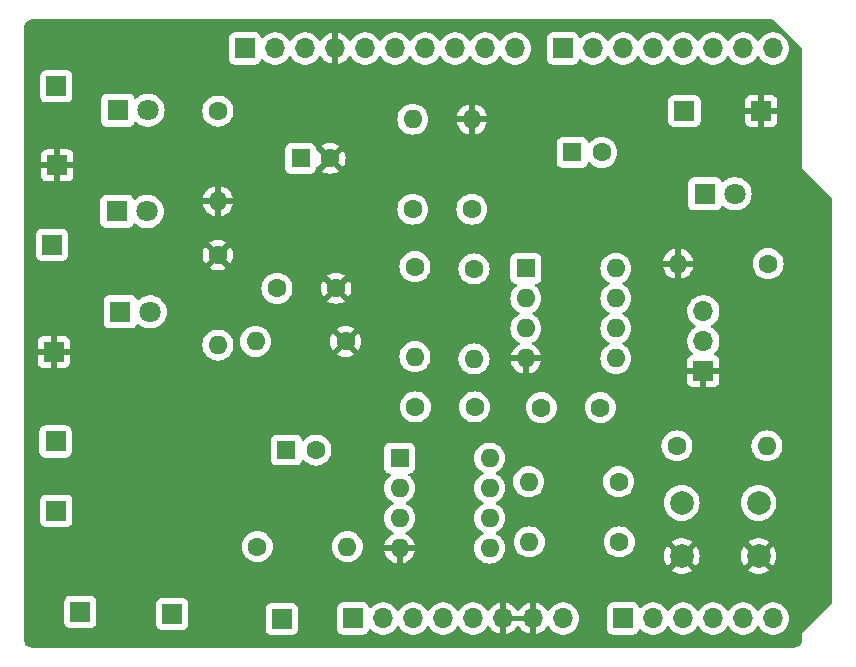
<source format=gbr>
%TF.GenerationSoftware,KiCad,Pcbnew,8.0.1*%
%TF.CreationDate,2024-05-19T10:40:07+02:00*%
%TF.ProjectId,80_KiCad,38305f4b-6943-4616-942e-6b696361645f,v1.0*%
%TF.SameCoordinates,Original*%
%TF.FileFunction,Copper,L2,Inr*%
%TF.FilePolarity,Positive*%
%FSLAX46Y46*%
G04 Gerber Fmt 4.6, Leading zero omitted, Abs format (unit mm)*
G04 Created by KiCad (PCBNEW 8.0.1) date 2024-05-19 10:40:07*
%MOMM*%
%LPD*%
G01*
G04 APERTURE LIST*
%TA.AperFunction,ComponentPad*%
%ADD10R,1.700000X1.700000*%
%TD*%
%TA.AperFunction,ComponentPad*%
%ADD11R,1.600000X1.600000*%
%TD*%
%TA.AperFunction,ComponentPad*%
%ADD12O,1.600000X1.600000*%
%TD*%
%TA.AperFunction,ComponentPad*%
%ADD13C,1.600000*%
%TD*%
%TA.AperFunction,ComponentPad*%
%ADD14R,1.800000X1.800000*%
%TD*%
%TA.AperFunction,ComponentPad*%
%ADD15C,1.800000*%
%TD*%
%TA.AperFunction,ComponentPad*%
%ADD16C,2.000000*%
%TD*%
%TA.AperFunction,ComponentPad*%
%ADD17O,1.700000X1.700000*%
%TD*%
%TA.AperFunction,ViaPad*%
%ADD18C,0.600000*%
%TD*%
G04 APERTURE END LIST*
D10*
%TO.N,Net-(U2--)*%
%TO.C,A_In2_N1*%
X104850000Y-96900000D03*
%TD*%
%TO.N,Net-(U1--)*%
%TO.C,A_In1_N1*%
X102450000Y-65825000D03*
%TD*%
%TO.N,Net-(U1-+)*%
%TO.C,A_In_P1*%
X102825000Y-88325000D03*
%TD*%
%TO.N,Net-(A2_Out1-Pad1)*%
%TO.C,A2_Out1*%
X112625000Y-97075000D03*
%TD*%
D11*
%TO.N,unconnected-(U1-NC-Pad1)*%
%TO.C,U1*%
X142575000Y-67825000D03*
D12*
%TO.N,Net-(U1--)*%
X142575000Y-70365000D03*
%TO.N,Net-(U1-+)*%
X142575000Y-72905000D03*
%TO.N,GND*%
X142575000Y-75445000D03*
%TO.N,unconnected-(U1-NC-Pad5)*%
X150195000Y-75445000D03*
%TO.N,Net-(A1_Out1-Pad1)*%
X150195000Y-72905000D03*
%TO.N,VCC*%
X150195000Y-70365000D03*
%TO.N,unconnected-(U1-NC-Pad8)*%
X150195000Y-67825000D03*
%TD*%
D11*
%TO.N,Net-(U1-+)*%
%TO.C,C2*%
X123500000Y-58500000D03*
D13*
%TO.N,GND*%
X126000000Y-58500000D03*
%TD*%
D10*
%TO.N,VCC*%
%TO.C,VCC1*%
X102825000Y-52400000D03*
%TD*%
D13*
%TO.N,GND*%
%TO.C,R10*%
X116500000Y-66690000D03*
D12*
%TO.N,Net-(D3-K)*%
X116500000Y-74310000D03*
%TD*%
D14*
%TO.N,Net-(D2-K)*%
%TO.C,D2*%
X107960000Y-63000000D03*
D15*
%TO.N,Orange*%
X110500000Y-63000000D03*
%TD*%
D13*
%TO.N,GND*%
%TO.C,R9*%
X127310000Y-74000000D03*
D12*
%TO.N,Net-(D2-K)*%
X119690000Y-74000000D03*
%TD*%
D14*
%TO.N,Net-(D3-K)*%
%TO.C,D3*%
X108225000Y-71500000D03*
D15*
%TO.N,Green*%
X110765000Y-71500000D03*
%TD*%
D13*
%TO.N,Net-(U1--)*%
%TO.C,C5*%
X133225000Y-79550000D03*
%TO.N,Net-(A1_Out1-Pad1)*%
X138225000Y-79550000D03*
%TD*%
%TO.N,Net-(C3-Pad1)*%
%TO.C,R3*%
X133180000Y-67680000D03*
D12*
%TO.N,Net-(U1--)*%
X133180000Y-75300000D03*
%TD*%
D13*
%TO.N,VCC*%
%TO.C,R1*%
X133000000Y-62810000D03*
D12*
%TO.N,Net-(U1-+)*%
X133000000Y-55190000D03*
%TD*%
D11*
%TO.N,unconnected-(U2-NC-Pad1)*%
%TO.C,U2*%
X131880000Y-83880000D03*
D12*
%TO.N,Net-(U2--)*%
X131880000Y-86420000D03*
%TO.N,Net-(U1-+)*%
X131880000Y-88960000D03*
%TO.N,GND*%
X131880000Y-91500000D03*
%TO.N,unconnected-(U2-NC-Pad5)*%
X139500000Y-91500000D03*
%TO.N,Net-(A2_Out1-Pad1)*%
X139500000Y-88960000D03*
%TO.N,VCC*%
X139500000Y-86420000D03*
%TO.N,unconnected-(U2-NC-Pad8)*%
X139500000Y-83880000D03*
%TD*%
D10*
%TO.N,Vin*%
%TO.C,V_In1*%
X156000000Y-54500000D03*
%TD*%
%TO.N,GND*%
%TO.C,GND*%
X102600000Y-74900000D03*
%TD*%
%TO.N,GND*%
%TO.C,GND*%
X162500000Y-54500000D03*
%TD*%
%TO.N,Vout*%
%TO.C,V_Out1*%
X121900000Y-97500000D03*
%TD*%
D13*
%TO.N,Net-(C4-Pad2)*%
%TO.C,R5*%
X119840000Y-91375000D03*
D12*
%TO.N,Net-(U2--)*%
X127460000Y-91375000D03*
%TD*%
D14*
%TO.N,Net-(D1-K)*%
%TO.C,D1*%
X108025000Y-54425000D03*
D15*
%TO.N,Red*%
X110565000Y-54425000D03*
%TD*%
D16*
%TO.N,Push Button*%
%TO.C,SW1*%
X155775000Y-87675000D03*
X162275000Y-87675000D03*
%TO.N,GND*%
X155775000Y-92175000D03*
X162275000Y-92175000D03*
%TD*%
D13*
%TO.N,Net-(U1-+)*%
%TO.C,C1*%
X121500000Y-69500000D03*
%TO.N,GND*%
X126500000Y-69500000D03*
%TD*%
D10*
%TO.N,Net-(A1_Out1-Pad1)*%
%TO.C,A1_Out1*%
X102750000Y-82475000D03*
%TD*%
D13*
%TO.N,Net-(U2--)*%
%TO.C,R7*%
X150435000Y-85875000D03*
D12*
%TO.N,Net-(A2_Out1-Pad1)*%
X142815000Y-85875000D03*
%TD*%
D13*
%TO.N,Net-(D4-K)*%
%TO.C,R11*%
X163085000Y-67425000D03*
D12*
%TO.N,GND*%
X155465000Y-67425000D03*
%TD*%
D13*
%TO.N,Net-(U1--)*%
%TO.C,R4*%
X138180000Y-67870000D03*
D12*
%TO.N,Net-(A1_Out1-Pad1)*%
X138180000Y-75490000D03*
%TD*%
D13*
%TO.N,Net-(A2_Out1-Pad1)*%
%TO.C,R6*%
X150485000Y-90975000D03*
D12*
%TO.N,Vout*%
X142865000Y-90975000D03*
%TD*%
D13*
%TO.N,Net-(U1-+)*%
%TO.C,R2*%
X138000000Y-62810000D03*
D12*
%TO.N,GND*%
X138000000Y-55190000D03*
%TD*%
D10*
%TO.N,GND*%
%TO.C,GND*%
X102900000Y-59100000D03*
%TD*%
D11*
%TO.N,Net-(C3-Pad1)*%
%TO.C,C3*%
X146500000Y-58000000D03*
D13*
%TO.N,Vin*%
X149000000Y-58000000D03*
%TD*%
D14*
%TO.N,Net-(D4-K)*%
%TO.C,D4*%
X157725000Y-61500000D03*
D15*
%TO.N,VCC*%
X160265000Y-61500000D03*
%TD*%
D13*
%TO.N,Push Button*%
%TO.C,R12*%
X155365000Y-82850000D03*
D12*
%TO.N,VCC*%
X162985000Y-82850000D03*
%TD*%
D13*
%TO.N,Net-(D1-K)*%
%TO.C,R8*%
X116500000Y-54500000D03*
D12*
%TO.N,GND*%
X116500000Y-62120000D03*
%TD*%
D13*
%TO.N,Net-(U2--)*%
%TO.C,C6*%
X148875000Y-79600000D03*
%TO.N,Net-(A2_Out1-Pad1)*%
X143875000Y-79600000D03*
%TD*%
D11*
%TO.N,Net-(A1_Out1-Pad1)*%
%TO.C,C4*%
X122300000Y-83200000D03*
D13*
%TO.N,Net-(C4-Pad2)*%
X124800000Y-83200000D03*
%TD*%
D10*
%TO.N,GND*%
%TO.C,J5*%
X157600000Y-76525000D03*
D17*
%TO.N,Vin*%
X157600000Y-73985000D03*
%TO.N,VCC*%
X157600000Y-71445000D03*
%TD*%
D10*
%TO.N,unconnected-(J1-Pin_1-Pad1)*%
%TO.C,J1*%
X127940000Y-97460000D03*
D17*
%TO.N,/IOREF*%
X130480000Y-97460000D03*
%TO.N,/~{RESET}*%
X133020000Y-97460000D03*
%TO.N,unconnected-(J1-Pin_4-Pad4)*%
X135560000Y-97460000D03*
%TO.N,VCC*%
X138100000Y-97460000D03*
%TO.N,GND*%
X140640000Y-97460000D03*
X143180000Y-97460000D03*
%TO.N,unconnected-(J1-Pin_8-Pad8)*%
X145720000Y-97460000D03*
%TD*%
D10*
%TO.N,Vout*%
%TO.C,J3*%
X150800000Y-97460000D03*
D17*
%TO.N,/A1*%
X153340000Y-97460000D03*
%TO.N,/A2*%
X155880000Y-97460000D03*
%TO.N,/A3*%
X158420000Y-97460000D03*
%TO.N,/SDA{slash}A4*%
X160960000Y-97460000D03*
%TO.N,/SCL{slash}A5*%
X163500000Y-97460000D03*
%TD*%
D10*
%TO.N,unconnected-(J2-Pin_1-Pad1)*%
%TO.C,J2*%
X118796000Y-49200000D03*
D17*
%TO.N,unconnected-(J2-Pin_2-Pad2)*%
X121336000Y-49200000D03*
%TO.N,/AREF*%
X123876000Y-49200000D03*
%TO.N,GND*%
X126416000Y-49200000D03*
%TO.N,/13*%
X128956000Y-49200000D03*
%TO.N,/12*%
X131496000Y-49200000D03*
%TO.N,/\u002A11*%
X134036000Y-49200000D03*
%TO.N,/\u002A10*%
X136576000Y-49200000D03*
%TO.N,/\u002A9*%
X139116000Y-49200000D03*
%TO.N,/8*%
X141656000Y-49200000D03*
%TD*%
D10*
%TO.N,Push Button*%
%TO.C,J4*%
X145720000Y-49200000D03*
D17*
%TO.N,Red*%
X148260000Y-49200000D03*
%TO.N,Orange*%
X150800000Y-49200000D03*
%TO.N,Green*%
X153340000Y-49200000D03*
%TO.N,unconnected-(J4-Pin_5-Pad5)*%
X155880000Y-49200000D03*
%TO.N,/2*%
X158420000Y-49200000D03*
%TO.N,/TX{slash}1*%
X160960000Y-49200000D03*
%TO.N,/RX{slash}0*%
X163500000Y-49200000D03*
%TD*%
D18*
%TO.N,GND*%
X146775000Y-52025000D03*
X142050000Y-88525000D03*
X129350000Y-79175000D03*
X118450000Y-78125000D03*
X129675000Y-91950000D03*
%TD*%
%TA.AperFunction,Conductor*%
%TO.N,GND*%
G36*
X142714075Y-97267007D02*
G01*
X142680000Y-97394174D01*
X142680000Y-97525826D01*
X142714075Y-97652993D01*
X142746988Y-97710000D01*
X141073012Y-97710000D01*
X141105925Y-97652993D01*
X141140000Y-97525826D01*
X141140000Y-97394174D01*
X141105925Y-97267007D01*
X141073012Y-97210000D01*
X142746988Y-97210000D01*
X142714075Y-97267007D01*
G37*
%TD.AperFunction*%
%TA.AperFunction,Conductor*%
G36*
X163485910Y-46754407D02*
G01*
X163497723Y-46764496D01*
X165935504Y-49202277D01*
X165963281Y-49256794D01*
X165964500Y-49272281D01*
X165964500Y-59344982D01*
X165964500Y-59375018D01*
X165975994Y-59402767D01*
X168475505Y-61902278D01*
X168503281Y-61956793D01*
X168504500Y-61972280D01*
X168504500Y-96117718D01*
X168485593Y-96175909D01*
X168475504Y-96187722D01*
X165997233Y-98665994D01*
X165997232Y-98665993D01*
X165975994Y-98687232D01*
X165975994Y-98687233D01*
X165967251Y-98708342D01*
X165964500Y-98714983D01*
X165964500Y-99233139D01*
X165964023Y-99242843D01*
X165952264Y-99362225D01*
X165948478Y-99381259D01*
X165915073Y-99491381D01*
X165907647Y-99509309D01*
X165853398Y-99610803D01*
X165842619Y-99626935D01*
X165769614Y-99715891D01*
X165755891Y-99729614D01*
X165666935Y-99802619D01*
X165650803Y-99813398D01*
X165549311Y-99867647D01*
X165531381Y-99875073D01*
X165421259Y-99908478D01*
X165402225Y-99912264D01*
X165282843Y-99924023D01*
X165273139Y-99924500D01*
X100766861Y-99924500D01*
X100757157Y-99924023D01*
X100637774Y-99912264D01*
X100618740Y-99908478D01*
X100508618Y-99875073D01*
X100490694Y-99867649D01*
X100389191Y-99813395D01*
X100373066Y-99802620D01*
X100328586Y-99766116D01*
X100284108Y-99729614D01*
X100270385Y-99715891D01*
X100203757Y-99634705D01*
X100197377Y-99626930D01*
X100186605Y-99610810D01*
X100132347Y-99509300D01*
X100124926Y-99491381D01*
X100122168Y-99482290D01*
X100091521Y-99381259D01*
X100087735Y-99362225D01*
X100075977Y-99242843D01*
X100075500Y-99233139D01*
X100075500Y-97798634D01*
X103491500Y-97798634D01*
X103498010Y-97859199D01*
X103498011Y-97859201D01*
X103549111Y-97996204D01*
X103549112Y-97996206D01*
X103549113Y-97996207D01*
X103633390Y-98108788D01*
X103636739Y-98113261D01*
X103753796Y-98200889D01*
X103890799Y-98251989D01*
X103951362Y-98258500D01*
X103951365Y-98258500D01*
X105748635Y-98258500D01*
X105748638Y-98258500D01*
X105809201Y-98251989D01*
X105946204Y-98200889D01*
X106063261Y-98113261D01*
X106150889Y-97996204D01*
X106159307Y-97973634D01*
X111266500Y-97973634D01*
X111273010Y-98034199D01*
X111273011Y-98034201D01*
X111324111Y-98171204D01*
X111324112Y-98171206D01*
X111324113Y-98171207D01*
X111346330Y-98200886D01*
X111411739Y-98288261D01*
X111528796Y-98375889D01*
X111665799Y-98426989D01*
X111726362Y-98433500D01*
X111726365Y-98433500D01*
X113523635Y-98433500D01*
X113523638Y-98433500D01*
X113584201Y-98426989D01*
X113660212Y-98398638D01*
X120541500Y-98398638D01*
X120543577Y-98417956D01*
X120548010Y-98459199D01*
X120559446Y-98489861D01*
X120599111Y-98596204D01*
X120599112Y-98596206D01*
X120599113Y-98596207D01*
X120683056Y-98708342D01*
X120686739Y-98713261D01*
X120803796Y-98800889D01*
X120940799Y-98851989D01*
X121001362Y-98858500D01*
X121001365Y-98858500D01*
X122798635Y-98858500D01*
X122798638Y-98858500D01*
X122859201Y-98851989D01*
X122996204Y-98800889D01*
X123113261Y-98713261D01*
X123200889Y-98596204D01*
X123251989Y-98459201D01*
X123258500Y-98398638D01*
X123258500Y-98358634D01*
X126581500Y-98358634D01*
X126588010Y-98419199D01*
X126588011Y-98419201D01*
X126639111Y-98556204D01*
X126639112Y-98556206D01*
X126639113Y-98556207D01*
X126672785Y-98601188D01*
X126726739Y-98673261D01*
X126843796Y-98760889D01*
X126980799Y-98811989D01*
X127041362Y-98818500D01*
X127041365Y-98818500D01*
X128838635Y-98818500D01*
X128838638Y-98818500D01*
X128899201Y-98811989D01*
X129036204Y-98760889D01*
X129153261Y-98673261D01*
X129240889Y-98556204D01*
X129291989Y-98419201D01*
X129292123Y-98417956D01*
X129292461Y-98417199D01*
X129293414Y-98413171D01*
X129294185Y-98413353D01*
X129317140Y-98362118D01*
X129370199Y-98331650D01*
X129431034Y-98338187D01*
X129463392Y-98361483D01*
X129556756Y-98462903D01*
X129556762Y-98462908D01*
X129728019Y-98596204D01*
X129734424Y-98601189D01*
X129932426Y-98708342D01*
X130145365Y-98781444D01*
X130367431Y-98818500D01*
X130592569Y-98818500D01*
X130814635Y-98781444D01*
X131027574Y-98708342D01*
X131225576Y-98601189D01*
X131403240Y-98462906D01*
X131406653Y-98459199D01*
X131555717Y-98297274D01*
X131555719Y-98297271D01*
X131555722Y-98297268D01*
X131667121Y-98126757D01*
X131714776Y-98088385D01*
X131775886Y-98085351D01*
X131827109Y-98118816D01*
X131832870Y-98126746D01*
X131944278Y-98297268D01*
X131944282Y-98297274D01*
X132096756Y-98462903D01*
X132096762Y-98462908D01*
X132268019Y-98596204D01*
X132274424Y-98601189D01*
X132472426Y-98708342D01*
X132685365Y-98781444D01*
X132907431Y-98818500D01*
X133132569Y-98818500D01*
X133354635Y-98781444D01*
X133567574Y-98708342D01*
X133765576Y-98601189D01*
X133943240Y-98462906D01*
X133946653Y-98459199D01*
X134095717Y-98297274D01*
X134095719Y-98297271D01*
X134095722Y-98297268D01*
X134207121Y-98126757D01*
X134254776Y-98088385D01*
X134315886Y-98085351D01*
X134367109Y-98118816D01*
X134372870Y-98126746D01*
X134484278Y-98297268D01*
X134484282Y-98297274D01*
X134636756Y-98462903D01*
X134636762Y-98462908D01*
X134808019Y-98596204D01*
X134814424Y-98601189D01*
X135012426Y-98708342D01*
X135225365Y-98781444D01*
X135447431Y-98818500D01*
X135672569Y-98818500D01*
X135894635Y-98781444D01*
X136107574Y-98708342D01*
X136305576Y-98601189D01*
X136483240Y-98462906D01*
X136486653Y-98459199D01*
X136635717Y-98297274D01*
X136635719Y-98297271D01*
X136635722Y-98297268D01*
X136747121Y-98126757D01*
X136794776Y-98088385D01*
X136855886Y-98085351D01*
X136907109Y-98118816D01*
X136912870Y-98126746D01*
X137024278Y-98297268D01*
X137024282Y-98297274D01*
X137176756Y-98462903D01*
X137176762Y-98462908D01*
X137348019Y-98596204D01*
X137354424Y-98601189D01*
X137552426Y-98708342D01*
X137765365Y-98781444D01*
X137987431Y-98818500D01*
X138212569Y-98818500D01*
X138434635Y-98781444D01*
X138647574Y-98708342D01*
X138845576Y-98601189D01*
X139023240Y-98462906D01*
X139026653Y-98459199D01*
X139175717Y-98297274D01*
X139175719Y-98297271D01*
X139175722Y-98297268D01*
X139291422Y-98120175D01*
X139339076Y-98081803D01*
X139400186Y-98078769D01*
X139451409Y-98112234D01*
X139464024Y-98132485D01*
X139466396Y-98137572D01*
X139466398Y-98137576D01*
X139601886Y-98331073D01*
X139768926Y-98498113D01*
X139962422Y-98633600D01*
X140176509Y-98733430D01*
X140390000Y-98790634D01*
X140390000Y-97893012D01*
X140447007Y-97925925D01*
X140574174Y-97960000D01*
X140705826Y-97960000D01*
X140832993Y-97925925D01*
X140890000Y-97893012D01*
X140890000Y-98790633D01*
X141103490Y-98733430D01*
X141317577Y-98633600D01*
X141511073Y-98498113D01*
X141678113Y-98331073D01*
X141813601Y-98137576D01*
X141813602Y-98137574D01*
X141820275Y-98123265D01*
X141862003Y-98078516D01*
X141922064Y-98066841D01*
X141977517Y-98092698D01*
X141999725Y-98123265D01*
X142006397Y-98137574D01*
X142006398Y-98137576D01*
X142141886Y-98331073D01*
X142308926Y-98498113D01*
X142502422Y-98633600D01*
X142716509Y-98733430D01*
X142930000Y-98790634D01*
X142930000Y-97893012D01*
X142987007Y-97925925D01*
X143114174Y-97960000D01*
X143245826Y-97960000D01*
X143372993Y-97925925D01*
X143430000Y-97893012D01*
X143430000Y-98790633D01*
X143643490Y-98733430D01*
X143857577Y-98633600D01*
X144051073Y-98498113D01*
X144218113Y-98331073D01*
X144353600Y-98137577D01*
X144355971Y-98132493D01*
X144397696Y-98087742D01*
X144457756Y-98076062D01*
X144513211Y-98101915D01*
X144528578Y-98120177D01*
X144644277Y-98297268D01*
X144644280Y-98297271D01*
X144796756Y-98462903D01*
X144796762Y-98462908D01*
X144968019Y-98596204D01*
X144974424Y-98601189D01*
X145172426Y-98708342D01*
X145385365Y-98781444D01*
X145607431Y-98818500D01*
X145832569Y-98818500D01*
X146054635Y-98781444D01*
X146267574Y-98708342D01*
X146465576Y-98601189D01*
X146643240Y-98462906D01*
X146646653Y-98459199D01*
X146739231Y-98358634D01*
X149441500Y-98358634D01*
X149448010Y-98419199D01*
X149448011Y-98419201D01*
X149499111Y-98556204D01*
X149499112Y-98556206D01*
X149499113Y-98556207D01*
X149532785Y-98601188D01*
X149586739Y-98673261D01*
X149703796Y-98760889D01*
X149840799Y-98811989D01*
X149901362Y-98818500D01*
X149901365Y-98818500D01*
X151698635Y-98818500D01*
X151698638Y-98818500D01*
X151759201Y-98811989D01*
X151896204Y-98760889D01*
X152013261Y-98673261D01*
X152100889Y-98556204D01*
X152151989Y-98419201D01*
X152152123Y-98417956D01*
X152152461Y-98417199D01*
X152153414Y-98413171D01*
X152154185Y-98413353D01*
X152177140Y-98362118D01*
X152230199Y-98331650D01*
X152291034Y-98338187D01*
X152323392Y-98361483D01*
X152416756Y-98462903D01*
X152416762Y-98462908D01*
X152588019Y-98596204D01*
X152594424Y-98601189D01*
X152792426Y-98708342D01*
X153005365Y-98781444D01*
X153227431Y-98818500D01*
X153452569Y-98818500D01*
X153674635Y-98781444D01*
X153887574Y-98708342D01*
X154085576Y-98601189D01*
X154263240Y-98462906D01*
X154266653Y-98459199D01*
X154415717Y-98297274D01*
X154415719Y-98297271D01*
X154415722Y-98297268D01*
X154527121Y-98126757D01*
X154574776Y-98088385D01*
X154635886Y-98085351D01*
X154687109Y-98118816D01*
X154692870Y-98126746D01*
X154804278Y-98297268D01*
X154804282Y-98297274D01*
X154956756Y-98462903D01*
X154956762Y-98462908D01*
X155128019Y-98596204D01*
X155134424Y-98601189D01*
X155332426Y-98708342D01*
X155545365Y-98781444D01*
X155767431Y-98818500D01*
X155992569Y-98818500D01*
X156214635Y-98781444D01*
X156427574Y-98708342D01*
X156625576Y-98601189D01*
X156803240Y-98462906D01*
X156806653Y-98459199D01*
X156955717Y-98297274D01*
X156955719Y-98297271D01*
X156955722Y-98297268D01*
X157067121Y-98126757D01*
X157114776Y-98088385D01*
X157175886Y-98085351D01*
X157227109Y-98118816D01*
X157232870Y-98126746D01*
X157344278Y-98297268D01*
X157344282Y-98297274D01*
X157496756Y-98462903D01*
X157496762Y-98462908D01*
X157668019Y-98596204D01*
X157674424Y-98601189D01*
X157872426Y-98708342D01*
X158085365Y-98781444D01*
X158307431Y-98818500D01*
X158532569Y-98818500D01*
X158754635Y-98781444D01*
X158967574Y-98708342D01*
X159165576Y-98601189D01*
X159343240Y-98462906D01*
X159346653Y-98459199D01*
X159495717Y-98297274D01*
X159495719Y-98297271D01*
X159495722Y-98297268D01*
X159607121Y-98126757D01*
X159654776Y-98088385D01*
X159715886Y-98085351D01*
X159767109Y-98118816D01*
X159772870Y-98126746D01*
X159884278Y-98297268D01*
X159884282Y-98297274D01*
X160036756Y-98462903D01*
X160036762Y-98462908D01*
X160208019Y-98596204D01*
X160214424Y-98601189D01*
X160412426Y-98708342D01*
X160625365Y-98781444D01*
X160847431Y-98818500D01*
X161072569Y-98818500D01*
X161294635Y-98781444D01*
X161507574Y-98708342D01*
X161705576Y-98601189D01*
X161883240Y-98462906D01*
X161886653Y-98459199D01*
X162035717Y-98297274D01*
X162035719Y-98297271D01*
X162035722Y-98297268D01*
X162147121Y-98126757D01*
X162194776Y-98088385D01*
X162255886Y-98085351D01*
X162307109Y-98118816D01*
X162312870Y-98126746D01*
X162424278Y-98297268D01*
X162424282Y-98297274D01*
X162576756Y-98462903D01*
X162576762Y-98462908D01*
X162748019Y-98596204D01*
X162754424Y-98601189D01*
X162952426Y-98708342D01*
X163165365Y-98781444D01*
X163387431Y-98818500D01*
X163612569Y-98818500D01*
X163834635Y-98781444D01*
X164047574Y-98708342D01*
X164245576Y-98601189D01*
X164423240Y-98462906D01*
X164426653Y-98459199D01*
X164575717Y-98297274D01*
X164575719Y-98297271D01*
X164575722Y-98297268D01*
X164698860Y-98108791D01*
X164789296Y-97902616D01*
X164844564Y-97684368D01*
X164863156Y-97460000D01*
X164844564Y-97235632D01*
X164789296Y-97017384D01*
X164698860Y-96811209D01*
X164575722Y-96622732D01*
X164575720Y-96622730D01*
X164575717Y-96622725D01*
X164423243Y-96457096D01*
X164423237Y-96457091D01*
X164245579Y-96318813D01*
X164245576Y-96318811D01*
X164047577Y-96211659D01*
X164011026Y-96199111D01*
X163834635Y-96138556D01*
X163834632Y-96138555D01*
X163834631Y-96138555D01*
X163612569Y-96101500D01*
X163387431Y-96101500D01*
X163165368Y-96138555D01*
X162952422Y-96211659D01*
X162754423Y-96318811D01*
X162754420Y-96318813D01*
X162576762Y-96457091D01*
X162576756Y-96457096D01*
X162424280Y-96622728D01*
X162424277Y-96622731D01*
X162312879Y-96793240D01*
X162265224Y-96831614D01*
X162204114Y-96834648D01*
X162152891Y-96801182D01*
X162147121Y-96793240D01*
X162035722Y-96622731D01*
X162035719Y-96622728D01*
X161883243Y-96457096D01*
X161883237Y-96457091D01*
X161705579Y-96318813D01*
X161705576Y-96318811D01*
X161507577Y-96211659D01*
X161471026Y-96199111D01*
X161294635Y-96138556D01*
X161294632Y-96138555D01*
X161294631Y-96138555D01*
X161072569Y-96101500D01*
X160847431Y-96101500D01*
X160625368Y-96138555D01*
X160412422Y-96211659D01*
X160214423Y-96318811D01*
X160214420Y-96318813D01*
X160036762Y-96457091D01*
X160036756Y-96457096D01*
X159884280Y-96622728D01*
X159884277Y-96622731D01*
X159772879Y-96793240D01*
X159725224Y-96831614D01*
X159664114Y-96834648D01*
X159612891Y-96801182D01*
X159607121Y-96793240D01*
X159495722Y-96622731D01*
X159495719Y-96622728D01*
X159343243Y-96457096D01*
X159343237Y-96457091D01*
X159165579Y-96318813D01*
X159165576Y-96318811D01*
X158967577Y-96211659D01*
X158931026Y-96199111D01*
X158754635Y-96138556D01*
X158754632Y-96138555D01*
X158754631Y-96138555D01*
X158532569Y-96101500D01*
X158307431Y-96101500D01*
X158085368Y-96138555D01*
X157872422Y-96211659D01*
X157674423Y-96318811D01*
X157674420Y-96318813D01*
X157496762Y-96457091D01*
X157496756Y-96457096D01*
X157344280Y-96622728D01*
X157344277Y-96622731D01*
X157232879Y-96793240D01*
X157185224Y-96831614D01*
X157124114Y-96834648D01*
X157072891Y-96801182D01*
X157067121Y-96793240D01*
X156955722Y-96622731D01*
X156955719Y-96622728D01*
X156803243Y-96457096D01*
X156803237Y-96457091D01*
X156625579Y-96318813D01*
X156625576Y-96318811D01*
X156427577Y-96211659D01*
X156391026Y-96199111D01*
X156214635Y-96138556D01*
X156214632Y-96138555D01*
X156214631Y-96138555D01*
X155992569Y-96101500D01*
X155767431Y-96101500D01*
X155545368Y-96138555D01*
X155332422Y-96211659D01*
X155134423Y-96318811D01*
X155134420Y-96318813D01*
X154956762Y-96457091D01*
X154956756Y-96457096D01*
X154804280Y-96622728D01*
X154804277Y-96622731D01*
X154692879Y-96793240D01*
X154645224Y-96831614D01*
X154584114Y-96834648D01*
X154532891Y-96801182D01*
X154527121Y-96793240D01*
X154415722Y-96622731D01*
X154415719Y-96622728D01*
X154263243Y-96457096D01*
X154263237Y-96457091D01*
X154085579Y-96318813D01*
X154085576Y-96318811D01*
X153887577Y-96211659D01*
X153851026Y-96199111D01*
X153674635Y-96138556D01*
X153674632Y-96138555D01*
X153674631Y-96138555D01*
X153452569Y-96101500D01*
X153227431Y-96101500D01*
X153005368Y-96138555D01*
X152792422Y-96211659D01*
X152594423Y-96318811D01*
X152594420Y-96318813D01*
X152416762Y-96457091D01*
X152323392Y-96558517D01*
X152270070Y-96588523D01*
X152209294Y-96581456D01*
X152164279Y-96540016D01*
X152153637Y-96506776D01*
X152153414Y-96506829D01*
X152152735Y-96503958D01*
X152152123Y-96502045D01*
X152151989Y-96500800D01*
X152135688Y-96457096D01*
X152100889Y-96363796D01*
X152013261Y-96246739D01*
X151966398Y-96211658D01*
X151896207Y-96159113D01*
X151896206Y-96159112D01*
X151896204Y-96159111D01*
X151759201Y-96108011D01*
X151759200Y-96108010D01*
X151718327Y-96103616D01*
X151698638Y-96101500D01*
X149901362Y-96101500D01*
X149885288Y-96103228D01*
X149840800Y-96108010D01*
X149783550Y-96129364D01*
X149703796Y-96159111D01*
X149703794Y-96159112D01*
X149703792Y-96159113D01*
X149586743Y-96246735D01*
X149586735Y-96246743D01*
X149499113Y-96363792D01*
X149499112Y-96363794D01*
X149499111Y-96363796D01*
X149484193Y-96403792D01*
X149448010Y-96500800D01*
X149441500Y-96561365D01*
X149441500Y-98358634D01*
X146739231Y-98358634D01*
X146795717Y-98297274D01*
X146795719Y-98297271D01*
X146795722Y-98297268D01*
X146918860Y-98108791D01*
X147009296Y-97902616D01*
X147064564Y-97684368D01*
X147083156Y-97460000D01*
X147064564Y-97235632D01*
X147009296Y-97017384D01*
X146918860Y-96811209D01*
X146795722Y-96622732D01*
X146795720Y-96622730D01*
X146795717Y-96622725D01*
X146643243Y-96457096D01*
X146643237Y-96457091D01*
X146465579Y-96318813D01*
X146465576Y-96318811D01*
X146267577Y-96211659D01*
X146231026Y-96199111D01*
X146054635Y-96138556D01*
X146054632Y-96138555D01*
X146054631Y-96138555D01*
X145832569Y-96101500D01*
X145607431Y-96101500D01*
X145385368Y-96138555D01*
X145172422Y-96211659D01*
X144974423Y-96318811D01*
X144974420Y-96318813D01*
X144796762Y-96457091D01*
X144796756Y-96457096D01*
X144644280Y-96622728D01*
X144644277Y-96622731D01*
X144528578Y-96799823D01*
X144480923Y-96838197D01*
X144419812Y-96841231D01*
X144368590Y-96807765D01*
X144355973Y-96787511D01*
X144353601Y-96782424D01*
X144218113Y-96588926D01*
X144051073Y-96421886D01*
X143857577Y-96286399D01*
X143643489Y-96186569D01*
X143430000Y-96129364D01*
X143430000Y-97026988D01*
X143372993Y-96994075D01*
X143245826Y-96960000D01*
X143114174Y-96960000D01*
X142987007Y-96994075D01*
X142930000Y-97026988D01*
X142930000Y-96129364D01*
X142716505Y-96186570D01*
X142502432Y-96286394D01*
X142502424Y-96286398D01*
X142308926Y-96421886D01*
X142141886Y-96588926D01*
X142006398Y-96782424D01*
X142006396Y-96782428D01*
X141999724Y-96796737D01*
X141957995Y-96841485D01*
X141897934Y-96853159D01*
X141842481Y-96827300D01*
X141820276Y-96796737D01*
X141813603Y-96782428D01*
X141813601Y-96782424D01*
X141678113Y-96588926D01*
X141511073Y-96421886D01*
X141317577Y-96286399D01*
X141103489Y-96186569D01*
X140890000Y-96129364D01*
X140890000Y-97026988D01*
X140832993Y-96994075D01*
X140705826Y-96960000D01*
X140574174Y-96960000D01*
X140447007Y-96994075D01*
X140390000Y-97026988D01*
X140390000Y-96129364D01*
X140176505Y-96186570D01*
X139962432Y-96286394D01*
X139962424Y-96286398D01*
X139768926Y-96421886D01*
X139601886Y-96588926D01*
X139466398Y-96782424D01*
X139466398Y-96782425D01*
X139464021Y-96787522D01*
X139422288Y-96832266D01*
X139362226Y-96843935D01*
X139306775Y-96818072D01*
X139291421Y-96799823D01*
X139175722Y-96622732D01*
X139175720Y-96622730D01*
X139175717Y-96622725D01*
X139023243Y-96457096D01*
X139023237Y-96457091D01*
X138845579Y-96318813D01*
X138845576Y-96318811D01*
X138647577Y-96211659D01*
X138611026Y-96199111D01*
X138434635Y-96138556D01*
X138434632Y-96138555D01*
X138434631Y-96138555D01*
X138212569Y-96101500D01*
X137987431Y-96101500D01*
X137765368Y-96138555D01*
X137552422Y-96211659D01*
X137354423Y-96318811D01*
X137354420Y-96318813D01*
X137176762Y-96457091D01*
X137176756Y-96457096D01*
X137024280Y-96622728D01*
X137024277Y-96622731D01*
X136912879Y-96793240D01*
X136865224Y-96831614D01*
X136804114Y-96834648D01*
X136752891Y-96801182D01*
X136747121Y-96793240D01*
X136635722Y-96622731D01*
X136635719Y-96622728D01*
X136483243Y-96457096D01*
X136483237Y-96457091D01*
X136305579Y-96318813D01*
X136305576Y-96318811D01*
X136107577Y-96211659D01*
X136071026Y-96199111D01*
X135894635Y-96138556D01*
X135894632Y-96138555D01*
X135894631Y-96138555D01*
X135672569Y-96101500D01*
X135447431Y-96101500D01*
X135225368Y-96138555D01*
X135012422Y-96211659D01*
X134814423Y-96318811D01*
X134814420Y-96318813D01*
X134636762Y-96457091D01*
X134636756Y-96457096D01*
X134484280Y-96622728D01*
X134484277Y-96622731D01*
X134372879Y-96793240D01*
X134325224Y-96831614D01*
X134264114Y-96834648D01*
X134212891Y-96801182D01*
X134207121Y-96793240D01*
X134095722Y-96622731D01*
X134095719Y-96622728D01*
X133943243Y-96457096D01*
X133943237Y-96457091D01*
X133765579Y-96318813D01*
X133765576Y-96318811D01*
X133567577Y-96211659D01*
X133531026Y-96199111D01*
X133354635Y-96138556D01*
X133354632Y-96138555D01*
X133354631Y-96138555D01*
X133132569Y-96101500D01*
X132907431Y-96101500D01*
X132685368Y-96138555D01*
X132472422Y-96211659D01*
X132274423Y-96318811D01*
X132274420Y-96318813D01*
X132096762Y-96457091D01*
X132096756Y-96457096D01*
X131944280Y-96622728D01*
X131944277Y-96622731D01*
X131832879Y-96793240D01*
X131785224Y-96831614D01*
X131724114Y-96834648D01*
X131672891Y-96801182D01*
X131667121Y-96793240D01*
X131555722Y-96622731D01*
X131555719Y-96622728D01*
X131403243Y-96457096D01*
X131403237Y-96457091D01*
X131225579Y-96318813D01*
X131225576Y-96318811D01*
X131027577Y-96211659D01*
X130991026Y-96199111D01*
X130814635Y-96138556D01*
X130814632Y-96138555D01*
X130814631Y-96138555D01*
X130592569Y-96101500D01*
X130367431Y-96101500D01*
X130145368Y-96138555D01*
X129932422Y-96211659D01*
X129734423Y-96318811D01*
X129734420Y-96318813D01*
X129556762Y-96457091D01*
X129463392Y-96558517D01*
X129410070Y-96588523D01*
X129349294Y-96581456D01*
X129304279Y-96540016D01*
X129293637Y-96506776D01*
X129293414Y-96506829D01*
X129292735Y-96503958D01*
X129292123Y-96502045D01*
X129291989Y-96500800D01*
X129275688Y-96457096D01*
X129240889Y-96363796D01*
X129153261Y-96246739D01*
X129106398Y-96211658D01*
X129036207Y-96159113D01*
X129036206Y-96159112D01*
X129036204Y-96159111D01*
X128899201Y-96108011D01*
X128899200Y-96108010D01*
X128858327Y-96103616D01*
X128838638Y-96101500D01*
X127041362Y-96101500D01*
X127025288Y-96103228D01*
X126980800Y-96108010D01*
X126923550Y-96129364D01*
X126843796Y-96159111D01*
X126843794Y-96159112D01*
X126843792Y-96159113D01*
X126726743Y-96246735D01*
X126726735Y-96246743D01*
X126639113Y-96363792D01*
X126639112Y-96363794D01*
X126639111Y-96363796D01*
X126624193Y-96403792D01*
X126588010Y-96500800D01*
X126581500Y-96561365D01*
X126581500Y-98358634D01*
X123258500Y-98358634D01*
X123258500Y-96601362D01*
X123251989Y-96540799D01*
X123200889Y-96403796D01*
X123113261Y-96286739D01*
X123112805Y-96286398D01*
X122996207Y-96199113D01*
X122996206Y-96199112D01*
X122996204Y-96199111D01*
X122859201Y-96148011D01*
X122859200Y-96148010D01*
X122818327Y-96143616D01*
X122798638Y-96141500D01*
X121001362Y-96141500D01*
X120985288Y-96143228D01*
X120940800Y-96148010D01*
X120868488Y-96174982D01*
X120803796Y-96199111D01*
X120803794Y-96199112D01*
X120803792Y-96199113D01*
X120686743Y-96286735D01*
X120686735Y-96286743D01*
X120599113Y-96403792D01*
X120599112Y-96403794D01*
X120599111Y-96403796D01*
X120592364Y-96421886D01*
X120548010Y-96540800D01*
X120546106Y-96558517D01*
X120541500Y-96601362D01*
X120541500Y-98398638D01*
X113660212Y-98398638D01*
X113721204Y-98375889D01*
X113838261Y-98288261D01*
X113925889Y-98171204D01*
X113976989Y-98034201D01*
X113983500Y-97973638D01*
X113983500Y-96176362D01*
X113976989Y-96115799D01*
X113925889Y-95978796D01*
X113838261Y-95861739D01*
X113760858Y-95803796D01*
X113721207Y-95774113D01*
X113721206Y-95774112D01*
X113721204Y-95774111D01*
X113584201Y-95723011D01*
X113584200Y-95723010D01*
X113543327Y-95718616D01*
X113523638Y-95716500D01*
X111726362Y-95716500D01*
X111710288Y-95718228D01*
X111665800Y-95723010D01*
X111590116Y-95751239D01*
X111528796Y-95774111D01*
X111528794Y-95774112D01*
X111528792Y-95774113D01*
X111411743Y-95861735D01*
X111411735Y-95861743D01*
X111324113Y-95978792D01*
X111324112Y-95978794D01*
X111324111Y-95978796D01*
X111315693Y-96001365D01*
X111273010Y-96115800D01*
X111270564Y-96138556D01*
X111266649Y-96174982D01*
X111266500Y-96176365D01*
X111266500Y-97973634D01*
X106159307Y-97973634D01*
X106201989Y-97859201D01*
X106208500Y-97798638D01*
X106208500Y-96001362D01*
X106201989Y-95940799D01*
X106150889Y-95803796D01*
X106063261Y-95686739D01*
X105946204Y-95599111D01*
X105809201Y-95548011D01*
X105809200Y-95548010D01*
X105768327Y-95543616D01*
X105748638Y-95541500D01*
X103951362Y-95541500D01*
X103935288Y-95543228D01*
X103890800Y-95548010D01*
X103815116Y-95576239D01*
X103753796Y-95599111D01*
X103753794Y-95599112D01*
X103753792Y-95599113D01*
X103636743Y-95686735D01*
X103636735Y-95686743D01*
X103549113Y-95803792D01*
X103549112Y-95803794D01*
X103549111Y-95803796D01*
X103527501Y-95861735D01*
X103498010Y-95940800D01*
X103491500Y-96001365D01*
X103491500Y-97798634D01*
X100075500Y-97798634D01*
X100075500Y-91375003D01*
X118526502Y-91375003D01*
X118546455Y-91603079D01*
X118546456Y-91603086D01*
X118546457Y-91603087D01*
X118605716Y-91824243D01*
X118664004Y-91949242D01*
X118702476Y-92031747D01*
X118826788Y-92209284D01*
X118833802Y-92219300D01*
X118995700Y-92381198D01*
X119183251Y-92512523D01*
X119390757Y-92609284D01*
X119611913Y-92668543D01*
X119611917Y-92668543D01*
X119611920Y-92668544D01*
X119839997Y-92688498D01*
X119840000Y-92688498D01*
X119840003Y-92688498D01*
X120068079Y-92668544D01*
X120068080Y-92668543D01*
X120068087Y-92668543D01*
X120289243Y-92609284D01*
X120496749Y-92512523D01*
X120684300Y-92381198D01*
X120846198Y-92219300D01*
X120977523Y-92031749D01*
X121074284Y-91824243D01*
X121133543Y-91603087D01*
X121142563Y-91499996D01*
X121153498Y-91375003D01*
X126146502Y-91375003D01*
X126166455Y-91603079D01*
X126166456Y-91603086D01*
X126166457Y-91603087D01*
X126225716Y-91824243D01*
X126284004Y-91949242D01*
X126322476Y-92031747D01*
X126446788Y-92209284D01*
X126453802Y-92219300D01*
X126615700Y-92381198D01*
X126803251Y-92512523D01*
X127010757Y-92609284D01*
X127231913Y-92668543D01*
X127231917Y-92668543D01*
X127231920Y-92668544D01*
X127459997Y-92688498D01*
X127460000Y-92688498D01*
X127460003Y-92688498D01*
X127688079Y-92668544D01*
X127688080Y-92668543D01*
X127688087Y-92668543D01*
X127909243Y-92609284D01*
X128116749Y-92512523D01*
X128304300Y-92381198D01*
X128466198Y-92219300D01*
X128597523Y-92031749D01*
X128694284Y-91824243D01*
X128753543Y-91603087D01*
X128762563Y-91499996D01*
X128773498Y-91375003D01*
X128773498Y-91374996D01*
X128753544Y-91146920D01*
X128753543Y-91146917D01*
X128753543Y-91146913D01*
X128694284Y-90925757D01*
X128597523Y-90718251D01*
X128466198Y-90530700D01*
X128304300Y-90368802D01*
X128304296Y-90368799D01*
X128304295Y-90368798D01*
X128157078Y-90265716D01*
X128116749Y-90237477D01*
X127909243Y-90140716D01*
X127688087Y-90081457D01*
X127688086Y-90081456D01*
X127688079Y-90081455D01*
X127460003Y-90061502D01*
X127459997Y-90061502D01*
X127231920Y-90081455D01*
X127010757Y-90140716D01*
X126803252Y-90237476D01*
X126615704Y-90368798D01*
X126453798Y-90530704D01*
X126322476Y-90718252D01*
X126225716Y-90925757D01*
X126166455Y-91146920D01*
X126146502Y-91374996D01*
X126146502Y-91375003D01*
X121153498Y-91375003D01*
X121153498Y-91374996D01*
X121133544Y-91146920D01*
X121133543Y-91146917D01*
X121133543Y-91146913D01*
X121074284Y-90925757D01*
X120977523Y-90718251D01*
X120846198Y-90530700D01*
X120684300Y-90368802D01*
X120684296Y-90368799D01*
X120684295Y-90368798D01*
X120537078Y-90265716D01*
X120496749Y-90237477D01*
X120289243Y-90140716D01*
X120068087Y-90081457D01*
X120068086Y-90081456D01*
X120068079Y-90081455D01*
X119840003Y-90061502D01*
X119839997Y-90061502D01*
X119611920Y-90081455D01*
X119390757Y-90140716D01*
X119183252Y-90237476D01*
X118995704Y-90368798D01*
X118833798Y-90530704D01*
X118702476Y-90718252D01*
X118605716Y-90925757D01*
X118546455Y-91146920D01*
X118526502Y-91374996D01*
X118526502Y-91375003D01*
X100075500Y-91375003D01*
X100075500Y-89223634D01*
X101466500Y-89223634D01*
X101473010Y-89284199D01*
X101473011Y-89284201D01*
X101524111Y-89421204D01*
X101611739Y-89538261D01*
X101728796Y-89625889D01*
X101865799Y-89676989D01*
X101926362Y-89683500D01*
X101926365Y-89683500D01*
X103723635Y-89683500D01*
X103723638Y-89683500D01*
X103784201Y-89676989D01*
X103921204Y-89625889D01*
X104038261Y-89538261D01*
X104125889Y-89421204D01*
X104176989Y-89284201D01*
X104183500Y-89223638D01*
X104183500Y-88960003D01*
X130566502Y-88960003D01*
X130586455Y-89188079D01*
X130586456Y-89188086D01*
X130586457Y-89188087D01*
X130645716Y-89409243D01*
X130742477Y-89616749D01*
X130873802Y-89804300D01*
X131035700Y-89966198D01*
X131223251Y-90097523D01*
X131324988Y-90144963D01*
X131369737Y-90186691D01*
X131381412Y-90246752D01*
X131355555Y-90302205D01*
X131324990Y-90324412D01*
X131227523Y-90369862D01*
X131227519Y-90369864D01*
X131041188Y-90500334D01*
X130880334Y-90661188D01*
X130749865Y-90847518D01*
X130653733Y-91053676D01*
X130601128Y-91250000D01*
X131564314Y-91250000D01*
X131559920Y-91254394D01*
X131507259Y-91345606D01*
X131480000Y-91447339D01*
X131480000Y-91552661D01*
X131507259Y-91654394D01*
X131559920Y-91745606D01*
X131564314Y-91750000D01*
X130601128Y-91750000D01*
X130653733Y-91946323D01*
X130749865Y-92152481D01*
X130880334Y-92338811D01*
X131041188Y-92499665D01*
X131227518Y-92630134D01*
X131433676Y-92726266D01*
X131630000Y-92778872D01*
X131630000Y-91815686D01*
X131634394Y-91820080D01*
X131725606Y-91872741D01*
X131827339Y-91900000D01*
X131932661Y-91900000D01*
X132034394Y-91872741D01*
X132125606Y-91820080D01*
X132130000Y-91815686D01*
X132130000Y-92778871D01*
X132326323Y-92726266D01*
X132532481Y-92630134D01*
X132718811Y-92499665D01*
X132879665Y-92338811D01*
X133010134Y-92152481D01*
X133106266Y-91946323D01*
X133158872Y-91750000D01*
X132195686Y-91750000D01*
X132200080Y-91745606D01*
X132252741Y-91654394D01*
X132280000Y-91552661D01*
X132280000Y-91500003D01*
X138186502Y-91500003D01*
X138206455Y-91728079D01*
X138206456Y-91728086D01*
X138206457Y-91728087D01*
X138265716Y-91949243D01*
X138304188Y-92031747D01*
X138362476Y-92156747D01*
X138489958Y-92338811D01*
X138493802Y-92344300D01*
X138655700Y-92506198D01*
X138843251Y-92637523D01*
X139050757Y-92734284D01*
X139271913Y-92793543D01*
X139271917Y-92793543D01*
X139271920Y-92793544D01*
X139499997Y-92813498D01*
X139500000Y-92813498D01*
X139500003Y-92813498D01*
X139728079Y-92793544D01*
X139728080Y-92793543D01*
X139728087Y-92793543D01*
X139949243Y-92734284D01*
X140156749Y-92637523D01*
X140344300Y-92506198D01*
X140506198Y-92344300D01*
X140637523Y-92156749D01*
X140734284Y-91949243D01*
X140793543Y-91728087D01*
X140797201Y-91686283D01*
X140813498Y-91500003D01*
X140813498Y-91499996D01*
X140793544Y-91271920D01*
X140793543Y-91271917D01*
X140793543Y-91271913D01*
X140734284Y-91050757D01*
X140698960Y-90975003D01*
X141551502Y-90975003D01*
X141571455Y-91203079D01*
X141571456Y-91203086D01*
X141571457Y-91203087D01*
X141630716Y-91424243D01*
X141727477Y-91631749D01*
X141858802Y-91819300D01*
X142020700Y-91981198D01*
X142208251Y-92112523D01*
X142415757Y-92209284D01*
X142636913Y-92268543D01*
X142636917Y-92268543D01*
X142636920Y-92268544D01*
X142864997Y-92288498D01*
X142865000Y-92288498D01*
X142865003Y-92288498D01*
X143093079Y-92268544D01*
X143093080Y-92268543D01*
X143093087Y-92268543D01*
X143314243Y-92209284D01*
X143521749Y-92112523D01*
X143709300Y-91981198D01*
X143871198Y-91819300D01*
X144002523Y-91631749D01*
X144099284Y-91424243D01*
X144158543Y-91203087D01*
X144178498Y-90975003D01*
X149171502Y-90975003D01*
X149191455Y-91203079D01*
X149191456Y-91203086D01*
X149191457Y-91203087D01*
X149250716Y-91424243D01*
X149347477Y-91631749D01*
X149478802Y-91819300D01*
X149640700Y-91981198D01*
X149828251Y-92112523D01*
X150035757Y-92209284D01*
X150256913Y-92268543D01*
X150256917Y-92268543D01*
X150256920Y-92268544D01*
X150484997Y-92288498D01*
X150485000Y-92288498D01*
X150485003Y-92288498D01*
X150713079Y-92268544D01*
X150713080Y-92268543D01*
X150713087Y-92268543D01*
X150934243Y-92209284D01*
X151007766Y-92175000D01*
X154269859Y-92175000D01*
X154290386Y-92422736D01*
X154351412Y-92663719D01*
X154451265Y-92891363D01*
X154451270Y-92891372D01*
X154551563Y-93044881D01*
X155251211Y-92345232D01*
X155262482Y-92387292D01*
X155334890Y-92512708D01*
X155437292Y-92615110D01*
X155562708Y-92687518D01*
X155604765Y-92698787D01*
X154904942Y-93398610D01*
X154951768Y-93435054D01*
X155170388Y-93553366D01*
X155405513Y-93634084D01*
X155650706Y-93675000D01*
X155899294Y-93675000D01*
X156144486Y-93634084D01*
X156379611Y-93553366D01*
X156598234Y-93435053D01*
X156598237Y-93435051D01*
X156645056Y-93398610D01*
X155945234Y-92698787D01*
X155987292Y-92687518D01*
X156112708Y-92615110D01*
X156215110Y-92512708D01*
X156287518Y-92387292D01*
X156298787Y-92345233D01*
X156998435Y-93044881D01*
X157098729Y-92891372D01*
X157098734Y-92891363D01*
X157198587Y-92663719D01*
X157259613Y-92422736D01*
X157280140Y-92175000D01*
X160769859Y-92175000D01*
X160790386Y-92422736D01*
X160851412Y-92663719D01*
X160951265Y-92891363D01*
X160951270Y-92891372D01*
X161051563Y-93044881D01*
X161751211Y-92345232D01*
X161762482Y-92387292D01*
X161834890Y-92512708D01*
X161937292Y-92615110D01*
X162062708Y-92687518D01*
X162104765Y-92698787D01*
X161404942Y-93398610D01*
X161451768Y-93435054D01*
X161670388Y-93553366D01*
X161905513Y-93634084D01*
X162150706Y-93675000D01*
X162399294Y-93675000D01*
X162644486Y-93634084D01*
X162879611Y-93553366D01*
X163098234Y-93435053D01*
X163098237Y-93435051D01*
X163145056Y-93398610D01*
X162445234Y-92698787D01*
X162487292Y-92687518D01*
X162612708Y-92615110D01*
X162715110Y-92512708D01*
X162787518Y-92387292D01*
X162798787Y-92345233D01*
X163498435Y-93044881D01*
X163598729Y-92891372D01*
X163598734Y-92891363D01*
X163698587Y-92663719D01*
X163759613Y-92422736D01*
X163780140Y-92175000D01*
X163759613Y-91927263D01*
X163698587Y-91686280D01*
X163598734Y-91458636D01*
X163598729Y-91458627D01*
X163498435Y-91305117D01*
X162798787Y-92004764D01*
X162787518Y-91962708D01*
X162715110Y-91837292D01*
X162612708Y-91734890D01*
X162487292Y-91662482D01*
X162445232Y-91651211D01*
X163145056Y-90951388D01*
X163098232Y-90914945D01*
X162879611Y-90796633D01*
X162644486Y-90715915D01*
X162399294Y-90675000D01*
X162150706Y-90675000D01*
X161905513Y-90715915D01*
X161670388Y-90796633D01*
X161451765Y-90914947D01*
X161451764Y-90914947D01*
X161404942Y-90951388D01*
X162104766Y-91651212D01*
X162062708Y-91662482D01*
X161937292Y-91734890D01*
X161834890Y-91837292D01*
X161762482Y-91962708D01*
X161751212Y-92004766D01*
X161051564Y-91305118D01*
X160951268Y-91458632D01*
X160851412Y-91686283D01*
X160790386Y-91927263D01*
X160769859Y-92175000D01*
X157280140Y-92175000D01*
X157259613Y-91927263D01*
X157198587Y-91686280D01*
X157098734Y-91458636D01*
X157098729Y-91458627D01*
X156998435Y-91305117D01*
X156298787Y-92004764D01*
X156287518Y-91962708D01*
X156215110Y-91837292D01*
X156112708Y-91734890D01*
X155987292Y-91662482D01*
X155945232Y-91651211D01*
X156645056Y-90951388D01*
X156598232Y-90914945D01*
X156379611Y-90796633D01*
X156144486Y-90715915D01*
X155899294Y-90675000D01*
X155650706Y-90675000D01*
X155405513Y-90715915D01*
X155170388Y-90796633D01*
X154951765Y-90914947D01*
X154951764Y-90914947D01*
X154904942Y-90951388D01*
X155604766Y-91651212D01*
X155562708Y-91662482D01*
X155437292Y-91734890D01*
X155334890Y-91837292D01*
X155262482Y-91962708D01*
X155251212Y-92004766D01*
X154551564Y-91305118D01*
X154451268Y-91458632D01*
X154351412Y-91686283D01*
X154290386Y-91927263D01*
X154269859Y-92175000D01*
X151007766Y-92175000D01*
X151141749Y-92112523D01*
X151329300Y-91981198D01*
X151491198Y-91819300D01*
X151622523Y-91631749D01*
X151719284Y-91424243D01*
X151778543Y-91203087D01*
X151798498Y-90975000D01*
X151798498Y-90974996D01*
X151778544Y-90746920D01*
X151778543Y-90746917D01*
X151778543Y-90746913D01*
X151719284Y-90525757D01*
X151622523Y-90318251D01*
X151491198Y-90130700D01*
X151329300Y-89968802D01*
X151329296Y-89968799D01*
X151329295Y-89968798D01*
X151225247Y-89895943D01*
X151141749Y-89837477D01*
X150934243Y-89740716D01*
X150713087Y-89681457D01*
X150713086Y-89681456D01*
X150713079Y-89681455D01*
X150485003Y-89661502D01*
X150484997Y-89661502D01*
X150256920Y-89681455D01*
X150035757Y-89740716D01*
X149828252Y-89837476D01*
X149640704Y-89968798D01*
X149478798Y-90130704D01*
X149347476Y-90318252D01*
X149250716Y-90525757D01*
X149191455Y-90746920D01*
X149171502Y-90974996D01*
X149171502Y-90975003D01*
X144178498Y-90975003D01*
X144178498Y-90975000D01*
X144178498Y-90974996D01*
X144158544Y-90746920D01*
X144158543Y-90746917D01*
X144158543Y-90746913D01*
X144099284Y-90525757D01*
X144002523Y-90318251D01*
X143871198Y-90130700D01*
X143709300Y-89968802D01*
X143709296Y-89968799D01*
X143709295Y-89968798D01*
X143605247Y-89895943D01*
X143521749Y-89837477D01*
X143314243Y-89740716D01*
X143093087Y-89681457D01*
X143093086Y-89681456D01*
X143093079Y-89681455D01*
X142865003Y-89661502D01*
X142864997Y-89661502D01*
X142636920Y-89681455D01*
X142415757Y-89740716D01*
X142208252Y-89837476D01*
X142020704Y-89968798D01*
X141858798Y-90130704D01*
X141727476Y-90318252D01*
X141630716Y-90525757D01*
X141571455Y-90746920D01*
X141551502Y-90974996D01*
X141551502Y-90975003D01*
X140698960Y-90975003D01*
X140637523Y-90843251D01*
X140506198Y-90655700D01*
X140344300Y-90493802D01*
X140344296Y-90493799D01*
X140344295Y-90493798D01*
X140156746Y-90362475D01*
X140156744Y-90362474D01*
X140065066Y-90319725D01*
X140020317Y-90277997D01*
X140008642Y-90217936D01*
X140034499Y-90162483D01*
X140065066Y-90140275D01*
X140156749Y-90097523D01*
X140344300Y-89966198D01*
X140506198Y-89804300D01*
X140637523Y-89616749D01*
X140734284Y-89409243D01*
X140793543Y-89188087D01*
X140807966Y-89023238D01*
X140813498Y-88960003D01*
X140813498Y-88959996D01*
X140793544Y-88731920D01*
X140793543Y-88731917D01*
X140793543Y-88731913D01*
X140734284Y-88510757D01*
X140637523Y-88303251D01*
X140525031Y-88142596D01*
X140506201Y-88115704D01*
X140506200Y-88115703D01*
X140506198Y-88115700D01*
X140344300Y-87953802D01*
X140344296Y-87953799D01*
X140344295Y-87953798D01*
X140156746Y-87822475D01*
X140156744Y-87822474D01*
X140065066Y-87779725D01*
X140020317Y-87737997D01*
X140008642Y-87677936D01*
X140010011Y-87675000D01*
X154261835Y-87675000D01*
X154280464Y-87911709D01*
X154335895Y-88142596D01*
X154335896Y-88142600D01*
X154426756Y-88361955D01*
X154426761Y-88361966D01*
X154550822Y-88564413D01*
X154550824Y-88564416D01*
X154705031Y-88744969D01*
X154885584Y-88899176D01*
X154885586Y-88899177D01*
X155088033Y-89023238D01*
X155088044Y-89023243D01*
X155307399Y-89114103D01*
X155307403Y-89114104D01*
X155307404Y-89114104D01*
X155307406Y-89114105D01*
X155538289Y-89169535D01*
X155775000Y-89188165D01*
X156011711Y-89169535D01*
X156242594Y-89114105D01*
X156242597Y-89114103D01*
X156242600Y-89114103D01*
X156375831Y-89058916D01*
X156461963Y-89023240D01*
X156664416Y-88899176D01*
X156844969Y-88744969D01*
X156999176Y-88564416D01*
X157123240Y-88361963D01*
X157214105Y-88142594D01*
X157269535Y-87911711D01*
X157288165Y-87675000D01*
X160761835Y-87675000D01*
X160780464Y-87911709D01*
X160835895Y-88142596D01*
X160835896Y-88142600D01*
X160926756Y-88361955D01*
X160926761Y-88361966D01*
X161050822Y-88564413D01*
X161050824Y-88564416D01*
X161205031Y-88744969D01*
X161385584Y-88899176D01*
X161385586Y-88899177D01*
X161588033Y-89023238D01*
X161588044Y-89023243D01*
X161807399Y-89114103D01*
X161807403Y-89114104D01*
X161807404Y-89114104D01*
X161807406Y-89114105D01*
X162038289Y-89169535D01*
X162275000Y-89188165D01*
X162511711Y-89169535D01*
X162742594Y-89114105D01*
X162742597Y-89114103D01*
X162742600Y-89114103D01*
X162875831Y-89058916D01*
X162961963Y-89023240D01*
X163164416Y-88899176D01*
X163344969Y-88744969D01*
X163499176Y-88564416D01*
X163623240Y-88361963D01*
X163714105Y-88142594D01*
X163769535Y-87911711D01*
X163788165Y-87675000D01*
X163769535Y-87438289D01*
X163714105Y-87207406D01*
X163714104Y-87207403D01*
X163714103Y-87207399D01*
X163623243Y-86988044D01*
X163623238Y-86988033D01*
X163499177Y-86785586D01*
X163499176Y-86785584D01*
X163442560Y-86719295D01*
X163344977Y-86605040D01*
X163344974Y-86605037D01*
X163344969Y-86605031D01*
X163344962Y-86605025D01*
X163344959Y-86605022D01*
X163164421Y-86450828D01*
X163164413Y-86450822D01*
X162961966Y-86326761D01*
X162961955Y-86326756D01*
X162742600Y-86235896D01*
X162742596Y-86235895D01*
X162511709Y-86180464D01*
X162275000Y-86161835D01*
X162038290Y-86180464D01*
X161807403Y-86235895D01*
X161807399Y-86235896D01*
X161588044Y-86326756D01*
X161588033Y-86326761D01*
X161385586Y-86450822D01*
X161385578Y-86450828D01*
X161205040Y-86605022D01*
X161205022Y-86605040D01*
X161050828Y-86785578D01*
X161050822Y-86785586D01*
X160926761Y-86988033D01*
X160926756Y-86988044D01*
X160835896Y-87207399D01*
X160835895Y-87207403D01*
X160780464Y-87438290D01*
X160761835Y-87675000D01*
X157288165Y-87675000D01*
X157269535Y-87438289D01*
X157214105Y-87207406D01*
X157214104Y-87207403D01*
X157214103Y-87207399D01*
X157123243Y-86988044D01*
X157123238Y-86988033D01*
X156999177Y-86785586D01*
X156999176Y-86785584D01*
X156942560Y-86719295D01*
X156844977Y-86605040D01*
X156844974Y-86605037D01*
X156844969Y-86605031D01*
X156844962Y-86605025D01*
X156844959Y-86605022D01*
X156664421Y-86450828D01*
X156664413Y-86450822D01*
X156461966Y-86326761D01*
X156461955Y-86326756D01*
X156242600Y-86235896D01*
X156242596Y-86235895D01*
X156011709Y-86180464D01*
X155775000Y-86161835D01*
X155538290Y-86180464D01*
X155307403Y-86235895D01*
X155307399Y-86235896D01*
X155088044Y-86326756D01*
X155088033Y-86326761D01*
X154885586Y-86450822D01*
X154885578Y-86450828D01*
X154705040Y-86605022D01*
X154705022Y-86605040D01*
X154550828Y-86785578D01*
X154550822Y-86785586D01*
X154426761Y-86988033D01*
X154426756Y-86988044D01*
X154335896Y-87207399D01*
X154335895Y-87207403D01*
X154280464Y-87438290D01*
X154261835Y-87675000D01*
X140010011Y-87675000D01*
X140034499Y-87622483D01*
X140065066Y-87600275D01*
X140156749Y-87557523D01*
X140344300Y-87426198D01*
X140506198Y-87264300D01*
X140637523Y-87076749D01*
X140734284Y-86869243D01*
X140793543Y-86648087D01*
X140803722Y-86531749D01*
X140813498Y-86420003D01*
X140813498Y-86419996D01*
X140793544Y-86191920D01*
X140793543Y-86191917D01*
X140793543Y-86191913D01*
X140734284Y-85970757D01*
X140689633Y-85875003D01*
X141501502Y-85875003D01*
X141521455Y-86103079D01*
X141521456Y-86103086D01*
X141521457Y-86103087D01*
X141580716Y-86324243D01*
X141677477Y-86531749D01*
X141808802Y-86719300D01*
X141970700Y-86881198D01*
X142158251Y-87012523D01*
X142365757Y-87109284D01*
X142586913Y-87168543D01*
X142586917Y-87168543D01*
X142586920Y-87168544D01*
X142814997Y-87188498D01*
X142815000Y-87188498D01*
X142815003Y-87188498D01*
X143043079Y-87168544D01*
X143043080Y-87168543D01*
X143043087Y-87168543D01*
X143264243Y-87109284D01*
X143471749Y-87012523D01*
X143659300Y-86881198D01*
X143821198Y-86719300D01*
X143952523Y-86531749D01*
X144049284Y-86324243D01*
X144108543Y-86103087D01*
X144120121Y-85970757D01*
X144128498Y-85875003D01*
X149121502Y-85875003D01*
X149141455Y-86103079D01*
X149141456Y-86103086D01*
X149141457Y-86103087D01*
X149200716Y-86324243D01*
X149297477Y-86531749D01*
X149428802Y-86719300D01*
X149590700Y-86881198D01*
X149778251Y-87012523D01*
X149985757Y-87109284D01*
X150206913Y-87168543D01*
X150206917Y-87168543D01*
X150206920Y-87168544D01*
X150434997Y-87188498D01*
X150435000Y-87188498D01*
X150435003Y-87188498D01*
X150663079Y-87168544D01*
X150663080Y-87168543D01*
X150663087Y-87168543D01*
X150884243Y-87109284D01*
X151091749Y-87012523D01*
X151279300Y-86881198D01*
X151441198Y-86719300D01*
X151572523Y-86531749D01*
X151669284Y-86324243D01*
X151728543Y-86103087D01*
X151740121Y-85970757D01*
X151748498Y-85875003D01*
X151748498Y-85874996D01*
X151728544Y-85646920D01*
X151728543Y-85646917D01*
X151728543Y-85646913D01*
X151669284Y-85425757D01*
X151572523Y-85218251D01*
X151461907Y-85060275D01*
X151441201Y-85030704D01*
X151441200Y-85030703D01*
X151441198Y-85030700D01*
X151279300Y-84868802D01*
X151279296Y-84868799D01*
X151279295Y-84868798D01*
X151165615Y-84789199D01*
X151091749Y-84737477D01*
X150884243Y-84640716D01*
X150663087Y-84581457D01*
X150663086Y-84581456D01*
X150663079Y-84581455D01*
X150435003Y-84561502D01*
X150434997Y-84561502D01*
X150206920Y-84581455D01*
X149985757Y-84640716D01*
X149778252Y-84737476D01*
X149590704Y-84868798D01*
X149428798Y-85030704D01*
X149297476Y-85218252D01*
X149200716Y-85425757D01*
X149141455Y-85646920D01*
X149121502Y-85874996D01*
X149121502Y-85875003D01*
X144128498Y-85875003D01*
X144128498Y-85874996D01*
X144108544Y-85646920D01*
X144108543Y-85646917D01*
X144108543Y-85646913D01*
X144049284Y-85425757D01*
X143952523Y-85218251D01*
X143841907Y-85060275D01*
X143821201Y-85030704D01*
X143821200Y-85030703D01*
X143821198Y-85030700D01*
X143659300Y-84868802D01*
X143659296Y-84868799D01*
X143659295Y-84868798D01*
X143545615Y-84789199D01*
X143471749Y-84737477D01*
X143264243Y-84640716D01*
X143043087Y-84581457D01*
X143043086Y-84581456D01*
X143043079Y-84581455D01*
X142815003Y-84561502D01*
X142814997Y-84561502D01*
X142586920Y-84581455D01*
X142365757Y-84640716D01*
X142158252Y-84737476D01*
X141970704Y-84868798D01*
X141808798Y-85030704D01*
X141677476Y-85218252D01*
X141580716Y-85425757D01*
X141521455Y-85646920D01*
X141501502Y-85874996D01*
X141501502Y-85875003D01*
X140689633Y-85875003D01*
X140637523Y-85763251D01*
X140506198Y-85575700D01*
X140344300Y-85413802D01*
X140344296Y-85413799D01*
X140344295Y-85413798D01*
X140156746Y-85282475D01*
X140156744Y-85282474D01*
X140065066Y-85239725D01*
X140020317Y-85197997D01*
X140008642Y-85137936D01*
X140034499Y-85082483D01*
X140065066Y-85060275D01*
X140156749Y-85017523D01*
X140344300Y-84886198D01*
X140506198Y-84724300D01*
X140637523Y-84536749D01*
X140734284Y-84329243D01*
X140793543Y-84108087D01*
X140795626Y-84084284D01*
X140813498Y-83880003D01*
X140813498Y-83879996D01*
X140793544Y-83651920D01*
X140793543Y-83651917D01*
X140793543Y-83651913D01*
X140734284Y-83430757D01*
X140637523Y-83223251D01*
X140506198Y-83035700D01*
X140344300Y-82873802D01*
X140344296Y-82873799D01*
X140344295Y-82873798D01*
X140310312Y-82850003D01*
X154051502Y-82850003D01*
X154071455Y-83078079D01*
X154130716Y-83299242D01*
X154227476Y-83506747D01*
X154354575Y-83688264D01*
X154358802Y-83694300D01*
X154520700Y-83856198D01*
X154708251Y-83987523D01*
X154915757Y-84084284D01*
X155136913Y-84143543D01*
X155136917Y-84143543D01*
X155136920Y-84143544D01*
X155364997Y-84163498D01*
X155365000Y-84163498D01*
X155365003Y-84163498D01*
X155593079Y-84143544D01*
X155593080Y-84143543D01*
X155593087Y-84143543D01*
X155814243Y-84084284D01*
X156021749Y-83987523D01*
X156209300Y-83856198D01*
X156371198Y-83694300D01*
X156502523Y-83506749D01*
X156599284Y-83299243D01*
X156658543Y-83078087D01*
X156662252Y-83035700D01*
X156678498Y-82850003D01*
X161671502Y-82850003D01*
X161691455Y-83078079D01*
X161750716Y-83299242D01*
X161847476Y-83506747D01*
X161974575Y-83688264D01*
X161978802Y-83694300D01*
X162140700Y-83856198D01*
X162328251Y-83987523D01*
X162535757Y-84084284D01*
X162756913Y-84143543D01*
X162756917Y-84143543D01*
X162756920Y-84143544D01*
X162984997Y-84163498D01*
X162985000Y-84163498D01*
X162985003Y-84163498D01*
X163213079Y-84143544D01*
X163213080Y-84143543D01*
X163213087Y-84143543D01*
X163434243Y-84084284D01*
X163641749Y-83987523D01*
X163829300Y-83856198D01*
X163991198Y-83694300D01*
X164122523Y-83506749D01*
X164219284Y-83299243D01*
X164278543Y-83078087D01*
X164282252Y-83035700D01*
X164298498Y-82850003D01*
X164298498Y-82849996D01*
X164278544Y-82621920D01*
X164278543Y-82621917D01*
X164278543Y-82621913D01*
X164219284Y-82400757D01*
X164122523Y-82193251D01*
X163991198Y-82005700D01*
X163829300Y-81843802D01*
X163829296Y-81843799D01*
X163829295Y-81843798D01*
X163725247Y-81770943D01*
X163641749Y-81712477D01*
X163434243Y-81615716D01*
X163213087Y-81556457D01*
X163213086Y-81556456D01*
X163213079Y-81556455D01*
X162985003Y-81536502D01*
X162984997Y-81536502D01*
X162756920Y-81556455D01*
X162535757Y-81615716D01*
X162328252Y-81712476D01*
X162140704Y-81843798D01*
X161978798Y-82005704D01*
X161847476Y-82193252D01*
X161750716Y-82400757D01*
X161691455Y-82621920D01*
X161671502Y-82849996D01*
X161671502Y-82850003D01*
X156678498Y-82850003D01*
X156678498Y-82849996D01*
X156658544Y-82621920D01*
X156658543Y-82621917D01*
X156658543Y-82621913D01*
X156599284Y-82400757D01*
X156502523Y-82193251D01*
X156371198Y-82005700D01*
X156209300Y-81843802D01*
X156209296Y-81843799D01*
X156209295Y-81843798D01*
X156105247Y-81770943D01*
X156021749Y-81712477D01*
X155814243Y-81615716D01*
X155593087Y-81556457D01*
X155593086Y-81556456D01*
X155593079Y-81556455D01*
X155365003Y-81536502D01*
X155364997Y-81536502D01*
X155136920Y-81556455D01*
X154915757Y-81615716D01*
X154708252Y-81712476D01*
X154520704Y-81843798D01*
X154358798Y-82005704D01*
X154227476Y-82193252D01*
X154130716Y-82400757D01*
X154071455Y-82621920D01*
X154051502Y-82849996D01*
X154051502Y-82850003D01*
X140310312Y-82850003D01*
X140168574Y-82750757D01*
X140156749Y-82742477D01*
X139949243Y-82645716D01*
X139728087Y-82586457D01*
X139728086Y-82586456D01*
X139728079Y-82586455D01*
X139500003Y-82566502D01*
X139499997Y-82566502D01*
X139271920Y-82586455D01*
X139050757Y-82645716D01*
X138843252Y-82742476D01*
X138655704Y-82873798D01*
X138493798Y-83035704D01*
X138362476Y-83223252D01*
X138265716Y-83430757D01*
X138206455Y-83651920D01*
X138186502Y-83879996D01*
X138186502Y-83880003D01*
X138206455Y-84108079D01*
X138206456Y-84108086D01*
X138206457Y-84108087D01*
X138265716Y-84329243D01*
X138362477Y-84536749D01*
X138493802Y-84724300D01*
X138655700Y-84886198D01*
X138843251Y-85017523D01*
X138934934Y-85060275D01*
X138979682Y-85102003D01*
X138991357Y-85162065D01*
X138965499Y-85217518D01*
X138934934Y-85239725D01*
X138843252Y-85282476D01*
X138655704Y-85413798D01*
X138493798Y-85575704D01*
X138362476Y-85763252D01*
X138265716Y-85970757D01*
X138206455Y-86191920D01*
X138186502Y-86419996D01*
X138186502Y-86420003D01*
X138206455Y-86648079D01*
X138206456Y-86648086D01*
X138206457Y-86648087D01*
X138265716Y-86869243D01*
X138362477Y-87076749D01*
X138386980Y-87111743D01*
X138468941Y-87228796D01*
X138493802Y-87264300D01*
X138655700Y-87426198D01*
X138655703Y-87426200D01*
X138655704Y-87426201D01*
X138672968Y-87438289D01*
X138843251Y-87557523D01*
X138934934Y-87600275D01*
X138979682Y-87642003D01*
X138991357Y-87702065D01*
X138965499Y-87757518D01*
X138934934Y-87779725D01*
X138843252Y-87822476D01*
X138655704Y-87953798D01*
X138493798Y-88115704D01*
X138362476Y-88303252D01*
X138265716Y-88510757D01*
X138206455Y-88731920D01*
X138186502Y-88959996D01*
X138186502Y-88960003D01*
X138206455Y-89188079D01*
X138206456Y-89188086D01*
X138206457Y-89188087D01*
X138265716Y-89409243D01*
X138362477Y-89616749D01*
X138493802Y-89804300D01*
X138655700Y-89966198D01*
X138843251Y-90097523D01*
X138934934Y-90140275D01*
X138979682Y-90182003D01*
X138991357Y-90242065D01*
X138965499Y-90297518D01*
X138934934Y-90319725D01*
X138843252Y-90362476D01*
X138655704Y-90493798D01*
X138493798Y-90655704D01*
X138362476Y-90843252D01*
X138265716Y-91050757D01*
X138206455Y-91271920D01*
X138186502Y-91499996D01*
X138186502Y-91500003D01*
X132280000Y-91500003D01*
X132280000Y-91447339D01*
X132252741Y-91345606D01*
X132200080Y-91254394D01*
X132195686Y-91250000D01*
X133158872Y-91250000D01*
X133106266Y-91053676D01*
X133010134Y-90847518D01*
X132879665Y-90661188D01*
X132718811Y-90500334D01*
X132532480Y-90369864D01*
X132532476Y-90369862D01*
X132435009Y-90324412D01*
X132390261Y-90282684D01*
X132378587Y-90222622D01*
X132404445Y-90167170D01*
X132435007Y-90144965D01*
X132536749Y-90097523D01*
X132724300Y-89966198D01*
X132886198Y-89804300D01*
X133017523Y-89616749D01*
X133114284Y-89409243D01*
X133173543Y-89188087D01*
X133187966Y-89023238D01*
X133193498Y-88960003D01*
X133193498Y-88959996D01*
X133173544Y-88731920D01*
X133173543Y-88731917D01*
X133173543Y-88731913D01*
X133114284Y-88510757D01*
X133017523Y-88303251D01*
X132905031Y-88142596D01*
X132886201Y-88115704D01*
X132886200Y-88115703D01*
X132886198Y-88115700D01*
X132724300Y-87953802D01*
X132724296Y-87953799D01*
X132724295Y-87953798D01*
X132536746Y-87822475D01*
X132536744Y-87822474D01*
X132445066Y-87779725D01*
X132400317Y-87737997D01*
X132388642Y-87677936D01*
X132414499Y-87622483D01*
X132445066Y-87600275D01*
X132536749Y-87557523D01*
X132724300Y-87426198D01*
X132886198Y-87264300D01*
X133017523Y-87076749D01*
X133114284Y-86869243D01*
X133173543Y-86648087D01*
X133183722Y-86531749D01*
X133193498Y-86420003D01*
X133193498Y-86419996D01*
X133173544Y-86191920D01*
X133173543Y-86191917D01*
X133173543Y-86191913D01*
X133114284Y-85970757D01*
X133017523Y-85763251D01*
X132886198Y-85575700D01*
X132724300Y-85413802D01*
X132724296Y-85413799D01*
X132724295Y-85413798D01*
X132659740Y-85368596D01*
X132622918Y-85319731D01*
X132621850Y-85258555D01*
X132656944Y-85208435D01*
X132714796Y-85188515D01*
X132716524Y-85188500D01*
X132728635Y-85188500D01*
X132728638Y-85188500D01*
X132789201Y-85181989D01*
X132926204Y-85130889D01*
X133043261Y-85043261D01*
X133130889Y-84926204D01*
X133181989Y-84789201D01*
X133188500Y-84728638D01*
X133188500Y-83031362D01*
X133181989Y-82970799D01*
X133130889Y-82833796D01*
X133043261Y-82716739D01*
X132926204Y-82629111D01*
X132789201Y-82578011D01*
X132789200Y-82578010D01*
X132748327Y-82573616D01*
X132728638Y-82571500D01*
X131031362Y-82571500D01*
X131015288Y-82573228D01*
X130970800Y-82578010D01*
X130895116Y-82606239D01*
X130833796Y-82629111D01*
X130833794Y-82629112D01*
X130833792Y-82629113D01*
X130716743Y-82716735D01*
X130716735Y-82716743D01*
X130629113Y-82833792D01*
X130629112Y-82833794D01*
X130629111Y-82833796D01*
X130606239Y-82895116D01*
X130578010Y-82970800D01*
X130577890Y-82971920D01*
X130571500Y-83031362D01*
X130571500Y-84728638D01*
X130573804Y-84750069D01*
X130578010Y-84789199D01*
X130578011Y-84789201D01*
X130629111Y-84926204D01*
X130629112Y-84926206D01*
X130629113Y-84926207D01*
X130697471Y-85017523D01*
X130716739Y-85043261D01*
X130833796Y-85130889D01*
X130970799Y-85181989D01*
X131031362Y-85188500D01*
X131043476Y-85188500D01*
X131101667Y-85207407D01*
X131137631Y-85256907D01*
X131137631Y-85318093D01*
X131101667Y-85367593D01*
X131100260Y-85368596D01*
X131035704Y-85413798D01*
X130873798Y-85575704D01*
X130742476Y-85763252D01*
X130645716Y-85970757D01*
X130586455Y-86191920D01*
X130566502Y-86419996D01*
X130566502Y-86420003D01*
X130586455Y-86648079D01*
X130586456Y-86648086D01*
X130586457Y-86648087D01*
X130645716Y-86869243D01*
X130742477Y-87076749D01*
X130766980Y-87111743D01*
X130848941Y-87228796D01*
X130873802Y-87264300D01*
X131035700Y-87426198D01*
X131035703Y-87426200D01*
X131035704Y-87426201D01*
X131052968Y-87438289D01*
X131223251Y-87557523D01*
X131314934Y-87600275D01*
X131359682Y-87642003D01*
X131371357Y-87702065D01*
X131345499Y-87757518D01*
X131314934Y-87779725D01*
X131223252Y-87822476D01*
X131035704Y-87953798D01*
X130873798Y-88115704D01*
X130742476Y-88303252D01*
X130645716Y-88510757D01*
X130586455Y-88731920D01*
X130566502Y-88959996D01*
X130566502Y-88960003D01*
X104183500Y-88960003D01*
X104183500Y-87426362D01*
X104176989Y-87365799D01*
X104125889Y-87228796D01*
X104038261Y-87111739D01*
X104034980Y-87109283D01*
X103921207Y-87024113D01*
X103921206Y-87024112D01*
X103921204Y-87024111D01*
X103784201Y-86973011D01*
X103784200Y-86973010D01*
X103743327Y-86968616D01*
X103723638Y-86966500D01*
X101926362Y-86966500D01*
X101910288Y-86968228D01*
X101865800Y-86973010D01*
X101825494Y-86988044D01*
X101728796Y-87024111D01*
X101728794Y-87024112D01*
X101728792Y-87024113D01*
X101611743Y-87111735D01*
X101611735Y-87111743D01*
X101524113Y-87228792D01*
X101524112Y-87228794D01*
X101524111Y-87228796D01*
X101510869Y-87264300D01*
X101473010Y-87365800D01*
X101468228Y-87410288D01*
X101466518Y-87426201D01*
X101466500Y-87426365D01*
X101466500Y-89223634D01*
X100075500Y-89223634D01*
X100075500Y-84048634D01*
X120991500Y-84048634D01*
X120998010Y-84109199D01*
X120998011Y-84109201D01*
X121049111Y-84246204D01*
X121049112Y-84246206D01*
X121049113Y-84246207D01*
X121117471Y-84337523D01*
X121136739Y-84363261D01*
X121253796Y-84450889D01*
X121390799Y-84501989D01*
X121451362Y-84508500D01*
X121451365Y-84508500D01*
X123148635Y-84508500D01*
X123148638Y-84508500D01*
X123209201Y-84501989D01*
X123346204Y-84450889D01*
X123463261Y-84363261D01*
X123550889Y-84246204D01*
X123601989Y-84109201D01*
X123605366Y-84077782D01*
X123630384Y-84021947D01*
X123683444Y-83991479D01*
X123744279Y-83998018D01*
X123784895Y-84031580D01*
X123793802Y-84044300D01*
X123955700Y-84206198D01*
X124143251Y-84337523D01*
X124350757Y-84434284D01*
X124571913Y-84493543D01*
X124571917Y-84493543D01*
X124571920Y-84493544D01*
X124799997Y-84513498D01*
X124800000Y-84513498D01*
X124800003Y-84513498D01*
X125028079Y-84493544D01*
X125028080Y-84493543D01*
X125028087Y-84493543D01*
X125249243Y-84434284D01*
X125456749Y-84337523D01*
X125644300Y-84206198D01*
X125806198Y-84044300D01*
X125937523Y-83856749D01*
X126034284Y-83649243D01*
X126093543Y-83428087D01*
X126104816Y-83299243D01*
X126113498Y-83200003D01*
X126113498Y-83199996D01*
X126093544Y-82971920D01*
X126093543Y-82971917D01*
X126093543Y-82971913D01*
X126034284Y-82750757D01*
X125937523Y-82543251D01*
X125817060Y-82371213D01*
X125806201Y-82355704D01*
X125806200Y-82355703D01*
X125806198Y-82355700D01*
X125644300Y-82193802D01*
X125644296Y-82193799D01*
X125644295Y-82193798D01*
X125540247Y-82120943D01*
X125456749Y-82062477D01*
X125249243Y-81965716D01*
X125028087Y-81906457D01*
X125028086Y-81906456D01*
X125028079Y-81906455D01*
X124800003Y-81886502D01*
X124799997Y-81886502D01*
X124571920Y-81906455D01*
X124350757Y-81965716D01*
X124143252Y-82062476D01*
X123955704Y-82193798D01*
X123793799Y-82355703D01*
X123784894Y-82368421D01*
X123736028Y-82405242D01*
X123674852Y-82406308D01*
X123624733Y-82371213D01*
X123605366Y-82322215D01*
X123601989Y-82290801D01*
X123601989Y-82290800D01*
X123601989Y-82290799D01*
X123550889Y-82153796D01*
X123463261Y-82036739D01*
X123421803Y-82005704D01*
X123346207Y-81949113D01*
X123346206Y-81949112D01*
X123346204Y-81949111D01*
X123209201Y-81898011D01*
X123209200Y-81898010D01*
X123168327Y-81893616D01*
X123148638Y-81891500D01*
X121451362Y-81891500D01*
X121435288Y-81893228D01*
X121390800Y-81898010D01*
X121315116Y-81926239D01*
X121253796Y-81949111D01*
X121253794Y-81949112D01*
X121253792Y-81949113D01*
X121136743Y-82036735D01*
X121136735Y-82036743D01*
X121049113Y-82153792D01*
X121049112Y-82153794D01*
X121049111Y-82153796D01*
X121026239Y-82215116D01*
X120998010Y-82290800D01*
X120991500Y-82351365D01*
X120991500Y-84048634D01*
X100075500Y-84048634D01*
X100075500Y-83373634D01*
X101391500Y-83373634D01*
X101398010Y-83434199D01*
X101398011Y-83434201D01*
X101449111Y-83571204D01*
X101449112Y-83571206D01*
X101449113Y-83571207D01*
X101507529Y-83649242D01*
X101536739Y-83688261D01*
X101653796Y-83775889D01*
X101790799Y-83826989D01*
X101851362Y-83833500D01*
X101851365Y-83833500D01*
X103648635Y-83833500D01*
X103648638Y-83833500D01*
X103709201Y-83826989D01*
X103846204Y-83775889D01*
X103963261Y-83688261D01*
X104050889Y-83571204D01*
X104101989Y-83434201D01*
X104108500Y-83373638D01*
X104108500Y-81576362D01*
X104101989Y-81515799D01*
X104050889Y-81378796D01*
X103963261Y-81261739D01*
X103846204Y-81174111D01*
X103709201Y-81123011D01*
X103709200Y-81123010D01*
X103668327Y-81118616D01*
X103648638Y-81116500D01*
X101851362Y-81116500D01*
X101835288Y-81118228D01*
X101790800Y-81123010D01*
X101715116Y-81151239D01*
X101653796Y-81174111D01*
X101653794Y-81174112D01*
X101653792Y-81174113D01*
X101536743Y-81261735D01*
X101536735Y-81261743D01*
X101449113Y-81378792D01*
X101449112Y-81378794D01*
X101449111Y-81378796D01*
X101426239Y-81440116D01*
X101398010Y-81515800D01*
X101391500Y-81576365D01*
X101391500Y-83373634D01*
X100075500Y-83373634D01*
X100075500Y-79550003D01*
X131911502Y-79550003D01*
X131931455Y-79778079D01*
X131931456Y-79778086D01*
X131931457Y-79778087D01*
X131990716Y-79999243D01*
X132087477Y-80206749D01*
X132218802Y-80394300D01*
X132380700Y-80556198D01*
X132568251Y-80687523D01*
X132775757Y-80784284D01*
X132996913Y-80843543D01*
X132996917Y-80843543D01*
X132996920Y-80843544D01*
X133224997Y-80863498D01*
X133225000Y-80863498D01*
X133225003Y-80863498D01*
X133453079Y-80843544D01*
X133453080Y-80843543D01*
X133453087Y-80843543D01*
X133674243Y-80784284D01*
X133881749Y-80687523D01*
X134069300Y-80556198D01*
X134231198Y-80394300D01*
X134362523Y-80206749D01*
X134459284Y-79999243D01*
X134518543Y-79778087D01*
X134534124Y-79600003D01*
X134538498Y-79550003D01*
X136911502Y-79550003D01*
X136931455Y-79778079D01*
X136931456Y-79778086D01*
X136931457Y-79778087D01*
X136990716Y-79999243D01*
X137087477Y-80206749D01*
X137218802Y-80394300D01*
X137380700Y-80556198D01*
X137568251Y-80687523D01*
X137775757Y-80784284D01*
X137996913Y-80843543D01*
X137996917Y-80843543D01*
X137996920Y-80843544D01*
X138224997Y-80863498D01*
X138225000Y-80863498D01*
X138225003Y-80863498D01*
X138453079Y-80843544D01*
X138453080Y-80843543D01*
X138453087Y-80843543D01*
X138674243Y-80784284D01*
X138881749Y-80687523D01*
X139069300Y-80556198D01*
X139231198Y-80394300D01*
X139362523Y-80206749D01*
X139459284Y-79999243D01*
X139518543Y-79778087D01*
X139534124Y-79600003D01*
X142561502Y-79600003D01*
X142581455Y-79828079D01*
X142581456Y-79828086D01*
X142581457Y-79828087D01*
X142627318Y-79999243D01*
X142640716Y-80049242D01*
X142737476Y-80256747D01*
X142833791Y-80394300D01*
X142868802Y-80444300D01*
X143030700Y-80606198D01*
X143218251Y-80737523D01*
X143425757Y-80834284D01*
X143646913Y-80893543D01*
X143646917Y-80893543D01*
X143646920Y-80893544D01*
X143874997Y-80913498D01*
X143875000Y-80913498D01*
X143875003Y-80913498D01*
X144103079Y-80893544D01*
X144103080Y-80893543D01*
X144103087Y-80893543D01*
X144324243Y-80834284D01*
X144531749Y-80737523D01*
X144719300Y-80606198D01*
X144881198Y-80444300D01*
X145012523Y-80256749D01*
X145109284Y-80049243D01*
X145168543Y-79828087D01*
X145172918Y-79778087D01*
X145188498Y-79600003D01*
X147561502Y-79600003D01*
X147581455Y-79828079D01*
X147581456Y-79828086D01*
X147581457Y-79828087D01*
X147627318Y-79999243D01*
X147640716Y-80049242D01*
X147737476Y-80256747D01*
X147833791Y-80394300D01*
X147868802Y-80444300D01*
X148030700Y-80606198D01*
X148218251Y-80737523D01*
X148425757Y-80834284D01*
X148646913Y-80893543D01*
X148646917Y-80893543D01*
X148646920Y-80893544D01*
X148874997Y-80913498D01*
X148875000Y-80913498D01*
X148875003Y-80913498D01*
X149103079Y-80893544D01*
X149103080Y-80893543D01*
X149103087Y-80893543D01*
X149324243Y-80834284D01*
X149531749Y-80737523D01*
X149719300Y-80606198D01*
X149881198Y-80444300D01*
X150012523Y-80256749D01*
X150109284Y-80049243D01*
X150168543Y-79828087D01*
X150172918Y-79778087D01*
X150188498Y-79600003D01*
X150188498Y-79599996D01*
X150168544Y-79371920D01*
X150168543Y-79371917D01*
X150168543Y-79371913D01*
X150109284Y-79150757D01*
X150012523Y-78943251D01*
X149881198Y-78755700D01*
X149719300Y-78593802D01*
X149719296Y-78593799D01*
X149719295Y-78593798D01*
X149615247Y-78520943D01*
X149531749Y-78462477D01*
X149324243Y-78365716D01*
X149103087Y-78306457D01*
X149103086Y-78306456D01*
X149103079Y-78306455D01*
X148875003Y-78286502D01*
X148874997Y-78286502D01*
X148646920Y-78306455D01*
X148425757Y-78365716D01*
X148218252Y-78462476D01*
X148030704Y-78593798D01*
X147868798Y-78755704D01*
X147737476Y-78943252D01*
X147640716Y-79150757D01*
X147581455Y-79371920D01*
X147561502Y-79599996D01*
X147561502Y-79600003D01*
X145188498Y-79600003D01*
X145188498Y-79599996D01*
X145168544Y-79371920D01*
X145168543Y-79371917D01*
X145168543Y-79371913D01*
X145109284Y-79150757D01*
X145012523Y-78943251D01*
X144881198Y-78755700D01*
X144719300Y-78593802D01*
X144719296Y-78593799D01*
X144719295Y-78593798D01*
X144615247Y-78520943D01*
X144531749Y-78462477D01*
X144324243Y-78365716D01*
X144103087Y-78306457D01*
X144103086Y-78306456D01*
X144103079Y-78306455D01*
X143875003Y-78286502D01*
X143874997Y-78286502D01*
X143646920Y-78306455D01*
X143425757Y-78365716D01*
X143218252Y-78462476D01*
X143030704Y-78593798D01*
X142868798Y-78755704D01*
X142737476Y-78943252D01*
X142640716Y-79150757D01*
X142581455Y-79371920D01*
X142561502Y-79599996D01*
X142561502Y-79600003D01*
X139534124Y-79600003D01*
X139538498Y-79550003D01*
X139538498Y-79549996D01*
X139518544Y-79321920D01*
X139518543Y-79321917D01*
X139518543Y-79321913D01*
X139459284Y-79100757D01*
X139362523Y-78893251D01*
X139231198Y-78705700D01*
X139069300Y-78543802D01*
X139069296Y-78543799D01*
X139069295Y-78543798D01*
X138953155Y-78462476D01*
X138881749Y-78412477D01*
X138674243Y-78315716D01*
X138453087Y-78256457D01*
X138453086Y-78256456D01*
X138453079Y-78256455D01*
X138225003Y-78236502D01*
X138224997Y-78236502D01*
X137996920Y-78256455D01*
X137775757Y-78315716D01*
X137568252Y-78412476D01*
X137380704Y-78543798D01*
X137218798Y-78705704D01*
X137087476Y-78893252D01*
X136990716Y-79100757D01*
X136931455Y-79321920D01*
X136911502Y-79549996D01*
X136911502Y-79550003D01*
X134538498Y-79550003D01*
X134538498Y-79549996D01*
X134518544Y-79321920D01*
X134518543Y-79321917D01*
X134518543Y-79321913D01*
X134459284Y-79100757D01*
X134362523Y-78893251D01*
X134231198Y-78705700D01*
X134069300Y-78543802D01*
X134069296Y-78543799D01*
X134069295Y-78543798D01*
X133953155Y-78462476D01*
X133881749Y-78412477D01*
X133674243Y-78315716D01*
X133453087Y-78256457D01*
X133453086Y-78256456D01*
X133453079Y-78256455D01*
X133225003Y-78236502D01*
X133224997Y-78236502D01*
X132996920Y-78256455D01*
X132775757Y-78315716D01*
X132568252Y-78412476D01*
X132380704Y-78543798D01*
X132218798Y-78705704D01*
X132087476Y-78893252D01*
X131990716Y-79100757D01*
X131931455Y-79321920D01*
X131911502Y-79549996D01*
X131911502Y-79550003D01*
X100075500Y-79550003D01*
X100075500Y-75797824D01*
X101249999Y-75797824D01*
X101256401Y-75857370D01*
X101256403Y-75857381D01*
X101306646Y-75992088D01*
X101306647Y-75992090D01*
X101392807Y-76107184D01*
X101392815Y-76107192D01*
X101507909Y-76193352D01*
X101507911Y-76193353D01*
X101642618Y-76243596D01*
X101642629Y-76243598D01*
X101702176Y-76250000D01*
X102349999Y-76250000D01*
X102350000Y-76249999D01*
X102350000Y-75333012D01*
X102407007Y-75365925D01*
X102534174Y-75400000D01*
X102665826Y-75400000D01*
X102792993Y-75365925D01*
X102850000Y-75333012D01*
X102850000Y-76249999D01*
X102850001Y-76250000D01*
X103497824Y-76250000D01*
X103557370Y-76243598D01*
X103557381Y-76243596D01*
X103692088Y-76193353D01*
X103692090Y-76193352D01*
X103807184Y-76107192D01*
X103807192Y-76107184D01*
X103893352Y-75992090D01*
X103893353Y-75992088D01*
X103943596Y-75857381D01*
X103943598Y-75857370D01*
X103950000Y-75797824D01*
X103950000Y-75150001D01*
X103949999Y-75150000D01*
X103033012Y-75150000D01*
X103065925Y-75092993D01*
X103100000Y-74965826D01*
X103100000Y-74834174D01*
X103065925Y-74707007D01*
X103033012Y-74650000D01*
X103949999Y-74650000D01*
X103950000Y-74649999D01*
X103950000Y-74310003D01*
X115186502Y-74310003D01*
X115206455Y-74538079D01*
X115206456Y-74538086D01*
X115206457Y-74538087D01*
X115265716Y-74759243D01*
X115362477Y-74966749D01*
X115382789Y-74995757D01*
X115490791Y-75150001D01*
X115493802Y-75154300D01*
X115655700Y-75316198D01*
X115843251Y-75447523D01*
X116050757Y-75544284D01*
X116271913Y-75603543D01*
X116271917Y-75603543D01*
X116271920Y-75603544D01*
X116499997Y-75623498D01*
X116500000Y-75623498D01*
X116500003Y-75623498D01*
X116728079Y-75603544D01*
X116728080Y-75603543D01*
X116728087Y-75603543D01*
X116949243Y-75544284D01*
X117156749Y-75447523D01*
X117344300Y-75316198D01*
X117506198Y-75154300D01*
X117637523Y-74966749D01*
X117734284Y-74759243D01*
X117793543Y-74538087D01*
X117798293Y-74483802D01*
X117813498Y-74310003D01*
X117813498Y-74309996D01*
X117793544Y-74081920D01*
X117793543Y-74081917D01*
X117793543Y-74081913D01*
X117771595Y-74000003D01*
X118376502Y-74000003D01*
X118396455Y-74228079D01*
X118396456Y-74228086D01*
X118396457Y-74228087D01*
X118455716Y-74449243D01*
X118522747Y-74592993D01*
X118552476Y-74656747D01*
X118676711Y-74834174D01*
X118683802Y-74844300D01*
X118845700Y-75006198D01*
X119033251Y-75137523D01*
X119240757Y-75234284D01*
X119461913Y-75293543D01*
X119461917Y-75293543D01*
X119461920Y-75293544D01*
X119689997Y-75313498D01*
X119690000Y-75313498D01*
X119690003Y-75313498D01*
X119918079Y-75293544D01*
X119918080Y-75293543D01*
X119918087Y-75293543D01*
X120139243Y-75234284D01*
X120346749Y-75137523D01*
X120534300Y-75006198D01*
X120696198Y-74844300D01*
X120827523Y-74656749D01*
X120924284Y-74449243D01*
X120983543Y-74228087D01*
X120983579Y-74227684D01*
X121003498Y-74000003D01*
X126005034Y-74000003D01*
X126024857Y-74226597D01*
X126083733Y-74446323D01*
X126179866Y-74652483D01*
X126179866Y-74652484D01*
X126230973Y-74725471D01*
X126910000Y-74046444D01*
X126910000Y-74052661D01*
X126937259Y-74154394D01*
X126989920Y-74245606D01*
X127064394Y-74320080D01*
X127155606Y-74372741D01*
X127257339Y-74400000D01*
X127263552Y-74400000D01*
X126584526Y-75079024D01*
X126657518Y-75130134D01*
X126863676Y-75226266D01*
X127083402Y-75285142D01*
X127309997Y-75304966D01*
X127310003Y-75304966D01*
X127366732Y-75300003D01*
X131866502Y-75300003D01*
X131886455Y-75528079D01*
X131886456Y-75528086D01*
X131886457Y-75528087D01*
X131912022Y-75623498D01*
X131945716Y-75749242D01*
X132042476Y-75956747D01*
X132160218Y-76124901D01*
X132173802Y-76144300D01*
X132335700Y-76306198D01*
X132523251Y-76437523D01*
X132730757Y-76534284D01*
X132951913Y-76593543D01*
X132951917Y-76593543D01*
X132951920Y-76593544D01*
X133179997Y-76613498D01*
X133180000Y-76613498D01*
X133180003Y-76613498D01*
X133408079Y-76593544D01*
X133408080Y-76593543D01*
X133408087Y-76593543D01*
X133629243Y-76534284D01*
X133836749Y-76437523D01*
X134024300Y-76306198D01*
X134186198Y-76144300D01*
X134317523Y-75956749D01*
X134414284Y-75749243D01*
X134473543Y-75528087D01*
X134476875Y-75490003D01*
X136866502Y-75490003D01*
X136886455Y-75718079D01*
X136886456Y-75718086D01*
X136886457Y-75718087D01*
X136945716Y-75939243D01*
X136970358Y-75992088D01*
X137042476Y-76146747D01*
X137154126Y-76306201D01*
X137173802Y-76334300D01*
X137335700Y-76496198D01*
X137523251Y-76627523D01*
X137730757Y-76724284D01*
X137951913Y-76783543D01*
X137951917Y-76783543D01*
X137951920Y-76783544D01*
X138179997Y-76803498D01*
X138180000Y-76803498D01*
X138180003Y-76803498D01*
X138408079Y-76783544D01*
X138408080Y-76783543D01*
X138408087Y-76783543D01*
X138629243Y-76724284D01*
X138836749Y-76627523D01*
X139024300Y-76496198D01*
X139186198Y-76334300D01*
X139317523Y-76146749D01*
X139414284Y-75939243D01*
X139473543Y-75718087D01*
X139475948Y-75690606D01*
X139493498Y-75490003D01*
X139493498Y-75489996D01*
X139473544Y-75261920D01*
X139473543Y-75261917D01*
X139473543Y-75261913D01*
X139414284Y-75040757D01*
X139317523Y-74833251D01*
X139186198Y-74645700D01*
X139024300Y-74483802D01*
X139024296Y-74483799D01*
X139024295Y-74483798D01*
X138865689Y-74372741D01*
X138836749Y-74352477D01*
X138629243Y-74255716D01*
X138408087Y-74196457D01*
X138408086Y-74196456D01*
X138408079Y-74196455D01*
X138180003Y-74176502D01*
X138179997Y-74176502D01*
X137951920Y-74196455D01*
X137730757Y-74255716D01*
X137523252Y-74352476D01*
X137335704Y-74483798D01*
X137173798Y-74645704D01*
X137042476Y-74833252D01*
X136945716Y-75040757D01*
X136886455Y-75261920D01*
X136866502Y-75489996D01*
X136866502Y-75490003D01*
X134476875Y-75490003D01*
X134480592Y-75447523D01*
X134493498Y-75300003D01*
X134493498Y-75299996D01*
X134473544Y-75071920D01*
X134473543Y-75071917D01*
X134473543Y-75071913D01*
X134414284Y-74850757D01*
X134317523Y-74643251D01*
X134205875Y-74483802D01*
X134186201Y-74455704D01*
X134186200Y-74455703D01*
X134186198Y-74455700D01*
X134024300Y-74293802D01*
X134024296Y-74293799D01*
X134024295Y-74293798D01*
X133871864Y-74187065D01*
X133836749Y-74162477D01*
X133629243Y-74065716D01*
X133408087Y-74006457D01*
X133408086Y-74006456D01*
X133408079Y-74006455D01*
X133180003Y-73986502D01*
X133179997Y-73986502D01*
X132951920Y-74006455D01*
X132730757Y-74065716D01*
X132523252Y-74162476D01*
X132335704Y-74293798D01*
X132173798Y-74455704D01*
X132042476Y-74643252D01*
X131945716Y-74850757D01*
X131886455Y-75071920D01*
X131866502Y-75299996D01*
X131866502Y-75300003D01*
X127366732Y-75300003D01*
X127536597Y-75285142D01*
X127756323Y-75226266D01*
X127962483Y-75130133D01*
X127962486Y-75130132D01*
X128035471Y-75079025D01*
X127356446Y-74400000D01*
X127362661Y-74400000D01*
X127464394Y-74372741D01*
X127555606Y-74320080D01*
X127630080Y-74245606D01*
X127682741Y-74154394D01*
X127710000Y-74052661D01*
X127710000Y-74046446D01*
X128389025Y-74725471D01*
X128440132Y-74652486D01*
X128440133Y-74652483D01*
X128536266Y-74446323D01*
X128595142Y-74226597D01*
X128614966Y-74000003D01*
X128614966Y-73999996D01*
X128595142Y-73773402D01*
X128536266Y-73553676D01*
X128440134Y-73347518D01*
X128389024Y-73274526D01*
X127710000Y-73953551D01*
X127710000Y-73947339D01*
X127682741Y-73845606D01*
X127630080Y-73754394D01*
X127555606Y-73679920D01*
X127464394Y-73627259D01*
X127362661Y-73600000D01*
X127356444Y-73600000D01*
X128035471Y-72920973D01*
X128012664Y-72905003D01*
X141261502Y-72905003D01*
X141281455Y-73133079D01*
X141281456Y-73133086D01*
X141281457Y-73133087D01*
X141335884Y-73336211D01*
X141340716Y-73354242D01*
X141437476Y-73561747D01*
X141529250Y-73692815D01*
X141568802Y-73749300D01*
X141730700Y-73911198D01*
X141918251Y-74042523D01*
X142019988Y-74089963D01*
X142064737Y-74131691D01*
X142076412Y-74191752D01*
X142050555Y-74247205D01*
X142019990Y-74269412D01*
X141922523Y-74314862D01*
X141922519Y-74314864D01*
X141736188Y-74445334D01*
X141575334Y-74606188D01*
X141444865Y-74792518D01*
X141348733Y-74998676D01*
X141296128Y-75195000D01*
X142259314Y-75195000D01*
X142254920Y-75199394D01*
X142202259Y-75290606D01*
X142175000Y-75392339D01*
X142175000Y-75497661D01*
X142202259Y-75599394D01*
X142254920Y-75690606D01*
X142259314Y-75695000D01*
X141296128Y-75695000D01*
X141348733Y-75891323D01*
X141444865Y-76097481D01*
X141575334Y-76283811D01*
X141736188Y-76444665D01*
X141922518Y-76575134D01*
X142128676Y-76671266D01*
X142325000Y-76723872D01*
X142325000Y-75760686D01*
X142329394Y-75765080D01*
X142420606Y-75817741D01*
X142522339Y-75845000D01*
X142627661Y-75845000D01*
X142729394Y-75817741D01*
X142820606Y-75765080D01*
X142825000Y-75760686D01*
X142825000Y-76723871D01*
X143021323Y-76671266D01*
X143227481Y-76575134D01*
X143413811Y-76444665D01*
X143574665Y-76283811D01*
X143705134Y-76097481D01*
X143801266Y-75891323D01*
X143853872Y-75695000D01*
X142890686Y-75695000D01*
X142895080Y-75690606D01*
X142947741Y-75599394D01*
X142975000Y-75497661D01*
X142975000Y-75445003D01*
X148881502Y-75445003D01*
X148901455Y-75673079D01*
X148901456Y-75673086D01*
X148901457Y-75673087D01*
X148960716Y-75894243D01*
X149057477Y-76101749D01*
X149115943Y-76185247D01*
X149184958Y-76283811D01*
X149188802Y-76289300D01*
X149350700Y-76451198D01*
X149538251Y-76582523D01*
X149745757Y-76679284D01*
X149966913Y-76738543D01*
X149966917Y-76738543D01*
X149966920Y-76738544D01*
X150194997Y-76758498D01*
X150195000Y-76758498D01*
X150195003Y-76758498D01*
X150423079Y-76738544D01*
X150423080Y-76738543D01*
X150423087Y-76738543D01*
X150644243Y-76679284D01*
X150851749Y-76582523D01*
X151039300Y-76451198D01*
X151201198Y-76289300D01*
X151332523Y-76101749D01*
X151429284Y-75894243D01*
X151488543Y-75673087D01*
X151492882Y-75623498D01*
X151508498Y-75445003D01*
X151508498Y-75444996D01*
X151488544Y-75216920D01*
X151488543Y-75216917D01*
X151488543Y-75216913D01*
X151429284Y-74995757D01*
X151332523Y-74788251D01*
X151201198Y-74600700D01*
X151039300Y-74438802D01*
X151039296Y-74438799D01*
X151039295Y-74438798D01*
X150851746Y-74307475D01*
X150851744Y-74307474D01*
X150760066Y-74264725D01*
X150715317Y-74222997D01*
X150703642Y-74162936D01*
X150729499Y-74107483D01*
X150760066Y-74085275D01*
X150802011Y-74065716D01*
X150851749Y-74042523D01*
X150933900Y-73985000D01*
X156236844Y-73985000D01*
X156255435Y-74209366D01*
X156267173Y-74255716D01*
X156310704Y-74427616D01*
X156401140Y-74633791D01*
X156524278Y-74822268D01*
X156524282Y-74822274D01*
X156676756Y-74987903D01*
X156676764Y-74987910D01*
X156697833Y-75004309D01*
X156732140Y-75054971D01*
X156730116Y-75116123D01*
X156692535Y-75164406D01*
X156647610Y-75180866D01*
X156642628Y-75181401D01*
X156642618Y-75181403D01*
X156507911Y-75231646D01*
X156507909Y-75231647D01*
X156392815Y-75317807D01*
X156392807Y-75317815D01*
X156306647Y-75432909D01*
X156306646Y-75432911D01*
X156256403Y-75567618D01*
X156256401Y-75567629D01*
X156250000Y-75627175D01*
X156250000Y-76274999D01*
X156250001Y-76275000D01*
X157166988Y-76275000D01*
X157134075Y-76332007D01*
X157100000Y-76459174D01*
X157100000Y-76590826D01*
X157134075Y-76717993D01*
X157166988Y-76775000D01*
X156250001Y-76775000D01*
X156250000Y-76775001D01*
X156250000Y-77422824D01*
X156249999Y-77422824D01*
X156256401Y-77482370D01*
X156256403Y-77482381D01*
X156306646Y-77617088D01*
X156306647Y-77617090D01*
X156392807Y-77732184D01*
X156392815Y-77732192D01*
X156507909Y-77818352D01*
X156507911Y-77818353D01*
X156642618Y-77868596D01*
X156642629Y-77868598D01*
X156702176Y-77875000D01*
X157349999Y-77875000D01*
X157350000Y-77874999D01*
X157350000Y-76958012D01*
X157407007Y-76990925D01*
X157534174Y-77025000D01*
X157665826Y-77025000D01*
X157792993Y-76990925D01*
X157850000Y-76958012D01*
X157850000Y-77874999D01*
X157850001Y-77875000D01*
X158497824Y-77875000D01*
X158557370Y-77868598D01*
X158557381Y-77868596D01*
X158692088Y-77818353D01*
X158692090Y-77818352D01*
X158807184Y-77732192D01*
X158807192Y-77732184D01*
X158893352Y-77617090D01*
X158893353Y-77617088D01*
X158943596Y-77482381D01*
X158943598Y-77482370D01*
X158950000Y-77422824D01*
X158950000Y-76775001D01*
X158949999Y-76775000D01*
X158033012Y-76775000D01*
X158065925Y-76717993D01*
X158100000Y-76590826D01*
X158100000Y-76459174D01*
X158065925Y-76332007D01*
X158033012Y-76275000D01*
X158949999Y-76275000D01*
X158950000Y-76274999D01*
X158950000Y-75627175D01*
X158943598Y-75567629D01*
X158943596Y-75567618D01*
X158893353Y-75432911D01*
X158893352Y-75432909D01*
X158807192Y-75317815D01*
X158807184Y-75317807D01*
X158692090Y-75231647D01*
X158692088Y-75231646D01*
X158557381Y-75181403D01*
X158557371Y-75181401D01*
X158552390Y-75180866D01*
X158496554Y-75155846D01*
X158466088Y-75102785D01*
X158472629Y-75041950D01*
X158502168Y-75004308D01*
X158523232Y-74987913D01*
X158523243Y-74987903D01*
X158675717Y-74822274D01*
X158675718Y-74822272D01*
X158675722Y-74822268D01*
X158798860Y-74633791D01*
X158889296Y-74427616D01*
X158944564Y-74209368D01*
X158963156Y-73985000D01*
X158944564Y-73760632D01*
X158889296Y-73542384D01*
X158798860Y-73336209D01*
X158675722Y-73147732D01*
X158675720Y-73147730D01*
X158675717Y-73147725D01*
X158523243Y-72982096D01*
X158523237Y-72982091D01*
X158345579Y-72843813D01*
X158345576Y-72843811D01*
X158268441Y-72802068D01*
X158226263Y-72757744D01*
X158218193Y-72697093D01*
X158247314Y-72643282D01*
X158268441Y-72627932D01*
X158345576Y-72586189D01*
X158523240Y-72447906D01*
X158596723Y-72368083D01*
X158675717Y-72282274D01*
X158675718Y-72282272D01*
X158675722Y-72282268D01*
X158798860Y-72093791D01*
X158889296Y-71887616D01*
X158944564Y-71669368D01*
X158963156Y-71445000D01*
X158944564Y-71220632D01*
X158889296Y-71002384D01*
X158798860Y-70796209D01*
X158675722Y-70607732D01*
X158675720Y-70607730D01*
X158675717Y-70607725D01*
X158523243Y-70442096D01*
X158523237Y-70442091D01*
X158345579Y-70303813D01*
X158345576Y-70303811D01*
X158147577Y-70196659D01*
X158131781Y-70191236D01*
X157934635Y-70123556D01*
X157934632Y-70123555D01*
X157934631Y-70123555D01*
X157712569Y-70086500D01*
X157487431Y-70086500D01*
X157265368Y-70123555D01*
X157052422Y-70196659D01*
X156854423Y-70303811D01*
X156854420Y-70303813D01*
X156676762Y-70442091D01*
X156676756Y-70442096D01*
X156524282Y-70607725D01*
X156446836Y-70726266D01*
X156401140Y-70796209D01*
X156310704Y-71002384D01*
X156300902Y-71041092D01*
X156255435Y-71220633D01*
X156236844Y-71445000D01*
X156255435Y-71669366D01*
X156269454Y-71724725D01*
X156310704Y-71887616D01*
X156401140Y-72093791D01*
X156524278Y-72282268D01*
X156524282Y-72282274D01*
X156676756Y-72447903D01*
X156676762Y-72447908D01*
X156854420Y-72586186D01*
X156854424Y-72586189D01*
X156901506Y-72611668D01*
X156931558Y-72627932D01*
X156973736Y-72672257D01*
X156981806Y-72732908D01*
X156952685Y-72786718D01*
X156931558Y-72802068D01*
X156854423Y-72843811D01*
X156854420Y-72843813D01*
X156676762Y-72982091D01*
X156676756Y-72982096D01*
X156524282Y-73147725D01*
X156508112Y-73172476D01*
X156401140Y-73336209D01*
X156310704Y-73542384D01*
X156289211Y-73627259D01*
X156255435Y-73760633D01*
X156236844Y-73985000D01*
X150933900Y-73985000D01*
X151039300Y-73911198D01*
X151201198Y-73749300D01*
X151332523Y-73561749D01*
X151429284Y-73354243D01*
X151488543Y-73133087D01*
X151493563Y-73075716D01*
X151508498Y-72905003D01*
X151508498Y-72904996D01*
X151488544Y-72676920D01*
X151488543Y-72676917D01*
X151488543Y-72676913D01*
X151429284Y-72455757D01*
X151332523Y-72248251D01*
X151201198Y-72060700D01*
X151039300Y-71898802D01*
X151039296Y-71898799D01*
X151039295Y-71898798D01*
X150851746Y-71767475D01*
X150851744Y-71767474D01*
X150760066Y-71724725D01*
X150715317Y-71682997D01*
X150703642Y-71622936D01*
X150729499Y-71567483D01*
X150760066Y-71545275D01*
X150851749Y-71502523D01*
X151039300Y-71371198D01*
X151201198Y-71209300D01*
X151332523Y-71021749D01*
X151429284Y-70814243D01*
X151488543Y-70593087D01*
X151489774Y-70579025D01*
X151508498Y-70365003D01*
X151508498Y-70364996D01*
X151488544Y-70136920D01*
X151488543Y-70136917D01*
X151488543Y-70136913D01*
X151429284Y-69915757D01*
X151332523Y-69708251D01*
X151201198Y-69520700D01*
X151039300Y-69358802D01*
X151039296Y-69358799D01*
X151039295Y-69358798D01*
X150851746Y-69227475D01*
X150851744Y-69227474D01*
X150760066Y-69184725D01*
X150715317Y-69142997D01*
X150703642Y-69082936D01*
X150729499Y-69027483D01*
X150760066Y-69005275D01*
X150785322Y-68993498D01*
X150851749Y-68962523D01*
X151039300Y-68831198D01*
X151201198Y-68669300D01*
X151332523Y-68481749D01*
X151429284Y-68274243D01*
X151488543Y-68053087D01*
X151495363Y-67975142D01*
X151508498Y-67825003D01*
X151508498Y-67824996D01*
X151495375Y-67675000D01*
X154186128Y-67675000D01*
X154238733Y-67871323D01*
X154334865Y-68077481D01*
X154465334Y-68263811D01*
X154626188Y-68424665D01*
X154812518Y-68555134D01*
X155018676Y-68651266D01*
X155215000Y-68703872D01*
X155215000Y-67740686D01*
X155219394Y-67745080D01*
X155310606Y-67797741D01*
X155412339Y-67825000D01*
X155517661Y-67825000D01*
X155619394Y-67797741D01*
X155710606Y-67745080D01*
X155715000Y-67740686D01*
X155715000Y-68703871D01*
X155911323Y-68651266D01*
X156117481Y-68555134D01*
X156303811Y-68424665D01*
X156464665Y-68263811D01*
X156595134Y-68077481D01*
X156691266Y-67871323D01*
X156743872Y-67675000D01*
X155780686Y-67675000D01*
X155785080Y-67670606D01*
X155837741Y-67579394D01*
X155865000Y-67477661D01*
X155865000Y-67425003D01*
X161771502Y-67425003D01*
X161791455Y-67653079D01*
X161791456Y-67653086D01*
X161791457Y-67653087D01*
X161850716Y-67874243D01*
X161947477Y-68081749D01*
X161958917Y-68098087D01*
X162074958Y-68263811D01*
X162078802Y-68269300D01*
X162240700Y-68431198D01*
X162428251Y-68562523D01*
X162635757Y-68659284D01*
X162856913Y-68718543D01*
X162856917Y-68718543D01*
X162856920Y-68718544D01*
X163084997Y-68738498D01*
X163085000Y-68738498D01*
X163085003Y-68738498D01*
X163313079Y-68718544D01*
X163313080Y-68718543D01*
X163313087Y-68718543D01*
X163534243Y-68659284D01*
X163741749Y-68562523D01*
X163929300Y-68431198D01*
X164091198Y-68269300D01*
X164222523Y-68081749D01*
X164319284Y-67874243D01*
X164378543Y-67653087D01*
X164384991Y-67579394D01*
X164398498Y-67425003D01*
X164398498Y-67424996D01*
X164378544Y-67196920D01*
X164378543Y-67196917D01*
X164378543Y-67196913D01*
X164319284Y-66975757D01*
X164222523Y-66768251D01*
X164091198Y-66580700D01*
X163929300Y-66418802D01*
X163929296Y-66418799D01*
X163929295Y-66418798D01*
X163745352Y-66290000D01*
X163741749Y-66287477D01*
X163534243Y-66190716D01*
X163313087Y-66131457D01*
X163313086Y-66131456D01*
X163313079Y-66131455D01*
X163085003Y-66111502D01*
X163084997Y-66111502D01*
X162856920Y-66131455D01*
X162635757Y-66190716D01*
X162428252Y-66287476D01*
X162240704Y-66418798D01*
X162078798Y-66580704D01*
X161947476Y-66768252D01*
X161850716Y-66975757D01*
X161791455Y-67196920D01*
X161771502Y-67424996D01*
X161771502Y-67425003D01*
X155865000Y-67425003D01*
X155865000Y-67372339D01*
X155837741Y-67270606D01*
X155785080Y-67179394D01*
X155780686Y-67175000D01*
X156743872Y-67175000D01*
X156691266Y-66978676D01*
X156595134Y-66772518D01*
X156464665Y-66586188D01*
X156303811Y-66425334D01*
X156117481Y-66294865D01*
X155911323Y-66198732D01*
X155715000Y-66146127D01*
X155715000Y-67109314D01*
X155710606Y-67104920D01*
X155619394Y-67052259D01*
X155517661Y-67025000D01*
X155412339Y-67025000D01*
X155310606Y-67052259D01*
X155219394Y-67104920D01*
X155215000Y-67109314D01*
X155215000Y-66146127D01*
X155018676Y-66198732D01*
X154812518Y-66294865D01*
X154626188Y-66425334D01*
X154465334Y-66586188D01*
X154334865Y-66772518D01*
X154238733Y-66978676D01*
X154186128Y-67175000D01*
X155149314Y-67175000D01*
X155144920Y-67179394D01*
X155092259Y-67270606D01*
X155065000Y-67372339D01*
X155065000Y-67477661D01*
X155092259Y-67579394D01*
X155144920Y-67670606D01*
X155149314Y-67675000D01*
X154186128Y-67675000D01*
X151495375Y-67675000D01*
X151488544Y-67596920D01*
X151488543Y-67596917D01*
X151488543Y-67596913D01*
X151429284Y-67375757D01*
X151332523Y-67168251D01*
X151201198Y-66980700D01*
X151039300Y-66818802D01*
X151039296Y-66818799D01*
X151039295Y-66818798D01*
X150855356Y-66690003D01*
X150851749Y-66687477D01*
X150644243Y-66590716D01*
X150423087Y-66531457D01*
X150423086Y-66531456D01*
X150423079Y-66531455D01*
X150195003Y-66511502D01*
X150194997Y-66511502D01*
X149966920Y-66531455D01*
X149745757Y-66590716D01*
X149538252Y-66687476D01*
X149350704Y-66818798D01*
X149188798Y-66980704D01*
X149057476Y-67168252D01*
X148960716Y-67375757D01*
X148901455Y-67596920D01*
X148881502Y-67824996D01*
X148881502Y-67825003D01*
X148901455Y-68053079D01*
X148901456Y-68053086D01*
X148901457Y-68053087D01*
X148960716Y-68274243D01*
X149057477Y-68481749D01*
X149108862Y-68555134D01*
X149181788Y-68659284D01*
X149188802Y-68669300D01*
X149350700Y-68831198D01*
X149538251Y-68962523D01*
X149604678Y-68993498D01*
X149629934Y-69005275D01*
X149674682Y-69047003D01*
X149686357Y-69107065D01*
X149660499Y-69162518D01*
X149629934Y-69184725D01*
X149538252Y-69227476D01*
X149350704Y-69358798D01*
X149188798Y-69520704D01*
X149057476Y-69708252D01*
X148960716Y-69915757D01*
X148901455Y-70136920D01*
X148881502Y-70364996D01*
X148881502Y-70365003D01*
X148901455Y-70593079D01*
X148901456Y-70593086D01*
X148901457Y-70593087D01*
X148960716Y-70814243D01*
X149057477Y-71021749D01*
X149188802Y-71209300D01*
X149350700Y-71371198D01*
X149538251Y-71502523D01*
X149629934Y-71545275D01*
X149674682Y-71587003D01*
X149686357Y-71647065D01*
X149660499Y-71702518D01*
X149629934Y-71724725D01*
X149538252Y-71767476D01*
X149350704Y-71898798D01*
X149188798Y-72060704D01*
X149057476Y-72248252D01*
X148960716Y-72455757D01*
X148901455Y-72676920D01*
X148881502Y-72904996D01*
X148881502Y-72905003D01*
X148901455Y-73133079D01*
X148901456Y-73133086D01*
X148901457Y-73133087D01*
X148955884Y-73336211D01*
X148960716Y-73354242D01*
X149057476Y-73561747D01*
X149149250Y-73692815D01*
X149188802Y-73749300D01*
X149350700Y-73911198D01*
X149538251Y-74042523D01*
X149622724Y-74081913D01*
X149629934Y-74085275D01*
X149674682Y-74127003D01*
X149686357Y-74187065D01*
X149660499Y-74242518D01*
X149629934Y-74264725D01*
X149538252Y-74307476D01*
X149350704Y-74438798D01*
X149188798Y-74600704D01*
X149057476Y-74788252D01*
X148960716Y-74995757D01*
X148901455Y-75216920D01*
X148881502Y-75444996D01*
X148881502Y-75445003D01*
X142975000Y-75445003D01*
X142975000Y-75392339D01*
X142947741Y-75290606D01*
X142895080Y-75199394D01*
X142890686Y-75195000D01*
X143853872Y-75195000D01*
X143801266Y-74998676D01*
X143705134Y-74792518D01*
X143574665Y-74606188D01*
X143413811Y-74445334D01*
X143227480Y-74314864D01*
X143227476Y-74314862D01*
X143130009Y-74269412D01*
X143085261Y-74227684D01*
X143073587Y-74167622D01*
X143099445Y-74112170D01*
X143130007Y-74089965D01*
X143231749Y-74042523D01*
X143419300Y-73911198D01*
X143581198Y-73749300D01*
X143712523Y-73561749D01*
X143809284Y-73354243D01*
X143868543Y-73133087D01*
X143873563Y-73075716D01*
X143888498Y-72905003D01*
X143888498Y-72904996D01*
X143868544Y-72676920D01*
X143868543Y-72676917D01*
X143868543Y-72676913D01*
X143809284Y-72455757D01*
X143712523Y-72248251D01*
X143581198Y-72060700D01*
X143419300Y-71898802D01*
X143419296Y-71898799D01*
X143419295Y-71898798D01*
X143231746Y-71767475D01*
X143231744Y-71767474D01*
X143140066Y-71724725D01*
X143095317Y-71682997D01*
X143083642Y-71622936D01*
X143109499Y-71567483D01*
X143140066Y-71545275D01*
X143231749Y-71502523D01*
X143419300Y-71371198D01*
X143581198Y-71209300D01*
X143712523Y-71021749D01*
X143809284Y-70814243D01*
X143868543Y-70593087D01*
X143869774Y-70579025D01*
X143888498Y-70365003D01*
X143888498Y-70364996D01*
X143868544Y-70136920D01*
X143868543Y-70136917D01*
X143868543Y-70136913D01*
X143809284Y-69915757D01*
X143712523Y-69708251D01*
X143581198Y-69520700D01*
X143419300Y-69358802D01*
X143419296Y-69358799D01*
X143419295Y-69358798D01*
X143354740Y-69313596D01*
X143317918Y-69264731D01*
X143316850Y-69203555D01*
X143351944Y-69153435D01*
X143409796Y-69133515D01*
X143411524Y-69133500D01*
X143423635Y-69133500D01*
X143423638Y-69133500D01*
X143484201Y-69126989D01*
X143621204Y-69075889D01*
X143738261Y-68988261D01*
X143825889Y-68871204D01*
X143876989Y-68734201D01*
X143883500Y-68673638D01*
X143883500Y-66976362D01*
X143876989Y-66915799D01*
X143825889Y-66778796D01*
X143738261Y-66661739D01*
X143703498Y-66635716D01*
X143621207Y-66574113D01*
X143621206Y-66574112D01*
X143621204Y-66574111D01*
X143484201Y-66523011D01*
X143484200Y-66523010D01*
X143443327Y-66518616D01*
X143423638Y-66516500D01*
X141726362Y-66516500D01*
X141710288Y-66518228D01*
X141665800Y-66523010D01*
X141613609Y-66542477D01*
X141528796Y-66574111D01*
X141528794Y-66574112D01*
X141528792Y-66574113D01*
X141411743Y-66661735D01*
X141411735Y-66661743D01*
X141324113Y-66778792D01*
X141324112Y-66778794D01*
X141324111Y-66778796D01*
X141302887Y-66835700D01*
X141273010Y-66915800D01*
X141266500Y-66976365D01*
X141266500Y-68673634D01*
X141273010Y-68734199D01*
X141284446Y-68764861D01*
X141324111Y-68871204D01*
X141324112Y-68871206D01*
X141324113Y-68871207D01*
X141392471Y-68962523D01*
X141411739Y-68988261D01*
X141528796Y-69075889D01*
X141665799Y-69126989D01*
X141726362Y-69133500D01*
X141738476Y-69133500D01*
X141796667Y-69152407D01*
X141832631Y-69201907D01*
X141832631Y-69263093D01*
X141796667Y-69312593D01*
X141795260Y-69313596D01*
X141730704Y-69358798D01*
X141568798Y-69520704D01*
X141437476Y-69708252D01*
X141340716Y-69915757D01*
X141281455Y-70136920D01*
X141261502Y-70364996D01*
X141261502Y-70365003D01*
X141281455Y-70593079D01*
X141281456Y-70593086D01*
X141281457Y-70593087D01*
X141340716Y-70814243D01*
X141437477Y-71021749D01*
X141568802Y-71209300D01*
X141730700Y-71371198D01*
X141918251Y-71502523D01*
X142009934Y-71545275D01*
X142054682Y-71587003D01*
X142066357Y-71647065D01*
X142040499Y-71702518D01*
X142009934Y-71724725D01*
X141918252Y-71767476D01*
X141730704Y-71898798D01*
X141568798Y-72060704D01*
X141437476Y-72248252D01*
X141340716Y-72455757D01*
X141281455Y-72676920D01*
X141261502Y-72904996D01*
X141261502Y-72905003D01*
X128012664Y-72905003D01*
X127962484Y-72869866D01*
X127756323Y-72773733D01*
X127536597Y-72714857D01*
X127310003Y-72695034D01*
X127309997Y-72695034D01*
X127083402Y-72714857D01*
X126863676Y-72773733D01*
X126657518Y-72869865D01*
X126584527Y-72920973D01*
X127263554Y-73600000D01*
X127257339Y-73600000D01*
X127155606Y-73627259D01*
X127064394Y-73679920D01*
X126989920Y-73754394D01*
X126937259Y-73845606D01*
X126910000Y-73947339D01*
X126910000Y-73953554D01*
X126230973Y-73274527D01*
X126179865Y-73347518D01*
X126083733Y-73553676D01*
X126024857Y-73773402D01*
X126005034Y-73999996D01*
X126005034Y-74000003D01*
X121003498Y-74000003D01*
X121003498Y-73999996D01*
X120983544Y-73771920D01*
X120983543Y-73771917D01*
X120983543Y-73771913D01*
X120924284Y-73550757D01*
X120827523Y-73343251D01*
X120725281Y-73197235D01*
X120696201Y-73155704D01*
X120696200Y-73155703D01*
X120696198Y-73155700D01*
X120534300Y-72993802D01*
X120534296Y-72993799D01*
X120534295Y-72993798D01*
X120357607Y-72870080D01*
X120346749Y-72862477D01*
X120139243Y-72765716D01*
X119918087Y-72706457D01*
X119918086Y-72706456D01*
X119918079Y-72706455D01*
X119690003Y-72686502D01*
X119689997Y-72686502D01*
X119461920Y-72706455D01*
X119240757Y-72765716D01*
X119033252Y-72862476D01*
X118845704Y-72993798D01*
X118683798Y-73155704D01*
X118552476Y-73343252D01*
X118455716Y-73550757D01*
X118396455Y-73771920D01*
X118376502Y-73999996D01*
X118376502Y-74000003D01*
X117771595Y-74000003D01*
X117734284Y-73860757D01*
X117637523Y-73653251D01*
X117506198Y-73465700D01*
X117344300Y-73303802D01*
X117344296Y-73303799D01*
X117344295Y-73303798D01*
X117240247Y-73230943D01*
X117156749Y-73172477D01*
X116949243Y-73075716D01*
X116728087Y-73016457D01*
X116728086Y-73016456D01*
X116728079Y-73016455D01*
X116500003Y-72996502D01*
X116499997Y-72996502D01*
X116271920Y-73016455D01*
X116050757Y-73075716D01*
X115843252Y-73172476D01*
X115655704Y-73303798D01*
X115493798Y-73465704D01*
X115362476Y-73653252D01*
X115265716Y-73860757D01*
X115206455Y-74081920D01*
X115186502Y-74309996D01*
X115186502Y-74310003D01*
X103950000Y-74310003D01*
X103950000Y-74002175D01*
X103943598Y-73942629D01*
X103943596Y-73942618D01*
X103893353Y-73807911D01*
X103893352Y-73807909D01*
X103807192Y-73692815D01*
X103807184Y-73692807D01*
X103692090Y-73606647D01*
X103692088Y-73606646D01*
X103557381Y-73556403D01*
X103557370Y-73556401D01*
X103497824Y-73550000D01*
X102850001Y-73550000D01*
X102850000Y-73550001D01*
X102850000Y-74466988D01*
X102792993Y-74434075D01*
X102665826Y-74400000D01*
X102534174Y-74400000D01*
X102407007Y-74434075D01*
X102350000Y-74466988D01*
X102350000Y-73550001D01*
X102349999Y-73550000D01*
X101702176Y-73550000D01*
X101642629Y-73556401D01*
X101642618Y-73556403D01*
X101507911Y-73606646D01*
X101507909Y-73606647D01*
X101392815Y-73692807D01*
X101392807Y-73692815D01*
X101306647Y-73807909D01*
X101306646Y-73807911D01*
X101256403Y-73942618D01*
X101256401Y-73942629D01*
X101250000Y-74002175D01*
X101250000Y-74649999D01*
X101250001Y-74650000D01*
X102166988Y-74650000D01*
X102134075Y-74707007D01*
X102100000Y-74834174D01*
X102100000Y-74965826D01*
X102134075Y-75092993D01*
X102166988Y-75150000D01*
X101250001Y-75150000D01*
X101250000Y-75150001D01*
X101250000Y-75797824D01*
X101249999Y-75797824D01*
X100075500Y-75797824D01*
X100075500Y-72448638D01*
X106816500Y-72448638D01*
X106818804Y-72470069D01*
X106823010Y-72509199D01*
X106823011Y-72509201D01*
X106874111Y-72646204D01*
X106874112Y-72646206D01*
X106874113Y-72646207D01*
X106901797Y-72683189D01*
X106961739Y-72763261D01*
X107078796Y-72850889D01*
X107215799Y-72901989D01*
X107276362Y-72908500D01*
X107276365Y-72908500D01*
X109173635Y-72908500D01*
X109173638Y-72908500D01*
X109234201Y-72901989D01*
X109371204Y-72850889D01*
X109488261Y-72763261D01*
X109575889Y-72646204D01*
X109614630Y-72542335D01*
X109652680Y-72494423D01*
X109711627Y-72478025D01*
X109768955Y-72499407D01*
X109780215Y-72509874D01*
X109807780Y-72539818D01*
X109991983Y-72683190D01*
X110034977Y-72706457D01*
X110183286Y-72786718D01*
X110197273Y-72794287D01*
X110418049Y-72870080D01*
X110648288Y-72908500D01*
X110881712Y-72908500D01*
X111111951Y-72870080D01*
X111332727Y-72794287D01*
X111538017Y-72683190D01*
X111722220Y-72539818D01*
X111880314Y-72368083D01*
X112007984Y-72172669D01*
X112101749Y-71958907D01*
X112159051Y-71732626D01*
X112178327Y-71500000D01*
X112159051Y-71267374D01*
X112101749Y-71041093D01*
X112007984Y-70827331D01*
X111880314Y-70631917D01*
X111722220Y-70460182D01*
X111599926Y-70364996D01*
X111538020Y-70316812D01*
X111538017Y-70316810D01*
X111332730Y-70205714D01*
X111111949Y-70129919D01*
X110881712Y-70091500D01*
X110648288Y-70091500D01*
X110418050Y-70129919D01*
X110197269Y-70205714D01*
X109991982Y-70316810D01*
X109991979Y-70316812D01*
X109807783Y-70460179D01*
X109807776Y-70460185D01*
X109780222Y-70490117D01*
X109726900Y-70520123D01*
X109666124Y-70513056D01*
X109621109Y-70471615D01*
X109614629Y-70457662D01*
X109575889Y-70353796D01*
X109568780Y-70344300D01*
X109488264Y-70236743D01*
X109488263Y-70236742D01*
X109488261Y-70236739D01*
X109446815Y-70205713D01*
X109371207Y-70149113D01*
X109371206Y-70149112D01*
X109371204Y-70149111D01*
X109234201Y-70098011D01*
X109234200Y-70098010D01*
X109193327Y-70093616D01*
X109173638Y-70091500D01*
X107276362Y-70091500D01*
X107260288Y-70093228D01*
X107215800Y-70098010D01*
X107147311Y-70123556D01*
X107078796Y-70149111D01*
X107078794Y-70149112D01*
X107078792Y-70149113D01*
X106961743Y-70236735D01*
X106961735Y-70236743D01*
X106874113Y-70353792D01*
X106874113Y-70353793D01*
X106874111Y-70353796D01*
X106869934Y-70364996D01*
X106823010Y-70490800D01*
X106821355Y-70506198D01*
X106816500Y-70551362D01*
X106816500Y-72448638D01*
X100075500Y-72448638D01*
X100075500Y-69500003D01*
X120186502Y-69500003D01*
X120206455Y-69728079D01*
X120206456Y-69728086D01*
X120206457Y-69728087D01*
X120265716Y-69949243D01*
X120362477Y-70156749D01*
X120396762Y-70205713D01*
X120474554Y-70316812D01*
X120493802Y-70344300D01*
X120655700Y-70506198D01*
X120843251Y-70637523D01*
X121050757Y-70734284D01*
X121271913Y-70793543D01*
X121271917Y-70793543D01*
X121271920Y-70793544D01*
X121499997Y-70813498D01*
X121500000Y-70813498D01*
X121500003Y-70813498D01*
X121728079Y-70793544D01*
X121728080Y-70793543D01*
X121728087Y-70793543D01*
X121949243Y-70734284D01*
X122156749Y-70637523D01*
X122344300Y-70506198D01*
X122506198Y-70344300D01*
X122637523Y-70156749D01*
X122734284Y-69949243D01*
X122793543Y-69728087D01*
X122793674Y-69726597D01*
X122813498Y-69500003D01*
X125195034Y-69500003D01*
X125214857Y-69726597D01*
X125273733Y-69946323D01*
X125369866Y-70152483D01*
X125369866Y-70152484D01*
X125420973Y-70225471D01*
X126100000Y-69546444D01*
X126100000Y-69552661D01*
X126127259Y-69654394D01*
X126179920Y-69745606D01*
X126254394Y-69820080D01*
X126345606Y-69872741D01*
X126447339Y-69900000D01*
X126453552Y-69900000D01*
X125774526Y-70579024D01*
X125847518Y-70630134D01*
X126053676Y-70726266D01*
X126273402Y-70785142D01*
X126499997Y-70804966D01*
X126500003Y-70804966D01*
X126726597Y-70785142D01*
X126946323Y-70726266D01*
X127152483Y-70630133D01*
X127152486Y-70630132D01*
X127225471Y-70579025D01*
X126546446Y-69900000D01*
X126552661Y-69900000D01*
X126654394Y-69872741D01*
X126745606Y-69820080D01*
X126820080Y-69745606D01*
X126872741Y-69654394D01*
X126900000Y-69552661D01*
X126900000Y-69546446D01*
X127579025Y-70225471D01*
X127630132Y-70152486D01*
X127630133Y-70152483D01*
X127726266Y-69946323D01*
X127785142Y-69726597D01*
X127804966Y-69500003D01*
X127804966Y-69499996D01*
X127785142Y-69273402D01*
X127726266Y-69053676D01*
X127630134Y-68847518D01*
X127579024Y-68774526D01*
X126900000Y-69453551D01*
X126900000Y-69447339D01*
X126872741Y-69345606D01*
X126820080Y-69254394D01*
X126745606Y-69179920D01*
X126654394Y-69127259D01*
X126552661Y-69100000D01*
X126546444Y-69100000D01*
X127225471Y-68420973D01*
X127152484Y-68369866D01*
X126946323Y-68273733D01*
X126726597Y-68214857D01*
X126500003Y-68195034D01*
X126499997Y-68195034D01*
X126273402Y-68214857D01*
X126053676Y-68273733D01*
X125847518Y-68369865D01*
X125774527Y-68420973D01*
X126453554Y-69100000D01*
X126447339Y-69100000D01*
X126345606Y-69127259D01*
X126254394Y-69179920D01*
X126179920Y-69254394D01*
X126127259Y-69345606D01*
X126100000Y-69447339D01*
X126100000Y-69453554D01*
X125420973Y-68774527D01*
X125369865Y-68847518D01*
X125273733Y-69053676D01*
X125214857Y-69273402D01*
X125195034Y-69499996D01*
X125195034Y-69500003D01*
X122813498Y-69500003D01*
X122813498Y-69499996D01*
X122793544Y-69271920D01*
X122793543Y-69271917D01*
X122793543Y-69271913D01*
X122734284Y-69050757D01*
X122637523Y-68843251D01*
X122506198Y-68655700D01*
X122344300Y-68493802D01*
X122344296Y-68493799D01*
X122344295Y-68493798D01*
X122240247Y-68420943D01*
X122156749Y-68362477D01*
X121949243Y-68265716D01*
X121728087Y-68206457D01*
X121728086Y-68206456D01*
X121728079Y-68206455D01*
X121500003Y-68186502D01*
X121499997Y-68186502D01*
X121271920Y-68206455D01*
X121050757Y-68265716D01*
X120843252Y-68362476D01*
X120655704Y-68493798D01*
X120493798Y-68655704D01*
X120362476Y-68843252D01*
X120265716Y-69050757D01*
X120206455Y-69271920D01*
X120186502Y-69499996D01*
X120186502Y-69500003D01*
X100075500Y-69500003D01*
X100075500Y-66723638D01*
X101091500Y-66723638D01*
X101093545Y-66742661D01*
X101098010Y-66784199D01*
X101098011Y-66784201D01*
X101149111Y-66921204D01*
X101149112Y-66921206D01*
X101149113Y-66921207D01*
X101225502Y-67023251D01*
X101236739Y-67038261D01*
X101353796Y-67125889D01*
X101490799Y-67176989D01*
X101551362Y-67183500D01*
X101551365Y-67183500D01*
X103348635Y-67183500D01*
X103348638Y-67183500D01*
X103409201Y-67176989D01*
X103546204Y-67125889D01*
X103663261Y-67038261D01*
X103750889Y-66921204D01*
X103801989Y-66784201D01*
X103808500Y-66723638D01*
X103808500Y-66690003D01*
X115195034Y-66690003D01*
X115214857Y-66916597D01*
X115273733Y-67136323D01*
X115369866Y-67342483D01*
X115369866Y-67342484D01*
X115420973Y-67415471D01*
X116100000Y-66736444D01*
X116100000Y-66742661D01*
X116127259Y-66844394D01*
X116179920Y-66935606D01*
X116254394Y-67010080D01*
X116345606Y-67062741D01*
X116447339Y-67090000D01*
X116453552Y-67090000D01*
X115774526Y-67769024D01*
X115847518Y-67820134D01*
X116053676Y-67916266D01*
X116273402Y-67975142D01*
X116499997Y-67994966D01*
X116500003Y-67994966D01*
X116726597Y-67975142D01*
X116946323Y-67916266D01*
X117152483Y-67820133D01*
X117152486Y-67820132D01*
X117225471Y-67769025D01*
X117136449Y-67680003D01*
X131866502Y-67680003D01*
X131886455Y-67908079D01*
X131886456Y-67908086D01*
X131886457Y-67908087D01*
X131945716Y-68129243D01*
X132042477Y-68336749D01*
X132173802Y-68524300D01*
X132335700Y-68686198D01*
X132335703Y-68686200D01*
X132335704Y-68686201D01*
X132360941Y-68703872D01*
X132523251Y-68817523D01*
X132730757Y-68914284D01*
X132951913Y-68973543D01*
X132951917Y-68973543D01*
X132951920Y-68973544D01*
X133179997Y-68993498D01*
X133180000Y-68993498D01*
X133180003Y-68993498D01*
X133408079Y-68973544D01*
X133408080Y-68973543D01*
X133408087Y-68973543D01*
X133629243Y-68914284D01*
X133836749Y-68817523D01*
X134024300Y-68686198D01*
X134186198Y-68524300D01*
X134317523Y-68336749D01*
X134414284Y-68129243D01*
X134473543Y-67908087D01*
X134476760Y-67871323D01*
X134476875Y-67870003D01*
X136866502Y-67870003D01*
X136886455Y-68098079D01*
X136886456Y-68098086D01*
X136886457Y-68098087D01*
X136945716Y-68319243D01*
X137042477Y-68526749D01*
X137100943Y-68610247D01*
X137166499Y-68703871D01*
X137173802Y-68714300D01*
X137335700Y-68876198D01*
X137523251Y-69007523D01*
X137730757Y-69104284D01*
X137951913Y-69163543D01*
X137951917Y-69163543D01*
X137951920Y-69163544D01*
X138179997Y-69183498D01*
X138180000Y-69183498D01*
X138180003Y-69183498D01*
X138408079Y-69163544D01*
X138408080Y-69163543D01*
X138408087Y-69163543D01*
X138629243Y-69104284D01*
X138836749Y-69007523D01*
X139024300Y-68876198D01*
X139186198Y-68714300D01*
X139317523Y-68526749D01*
X139414284Y-68319243D01*
X139473543Y-68098087D01*
X139474973Y-68081749D01*
X139493498Y-67870003D01*
X139493498Y-67869996D01*
X139473544Y-67641920D01*
X139473543Y-67641917D01*
X139473543Y-67641913D01*
X139414284Y-67420757D01*
X139317523Y-67213251D01*
X139198699Y-67043553D01*
X139186201Y-67025704D01*
X139186200Y-67025703D01*
X139186198Y-67025700D01*
X139024300Y-66863802D01*
X139024296Y-66863799D01*
X139024295Y-66863798D01*
X138851293Y-66742661D01*
X138836749Y-66732477D01*
X138629243Y-66635716D01*
X138408087Y-66576457D01*
X138408086Y-66576456D01*
X138408079Y-66576455D01*
X138180003Y-66556502D01*
X138179997Y-66556502D01*
X137951920Y-66576455D01*
X137730757Y-66635716D01*
X137523252Y-66732476D01*
X137335704Y-66863798D01*
X137173798Y-67025704D01*
X137042476Y-67213252D01*
X136945716Y-67420757D01*
X136886455Y-67641920D01*
X136866502Y-67869996D01*
X136866502Y-67870003D01*
X134476875Y-67870003D01*
X134493498Y-67680003D01*
X134493498Y-67679996D01*
X134473544Y-67451920D01*
X134473543Y-67451917D01*
X134473543Y-67451913D01*
X134414284Y-67230757D01*
X134317523Y-67023251D01*
X134205875Y-66863802D01*
X134186201Y-66835704D01*
X134186200Y-66835703D01*
X134186198Y-66835700D01*
X134024300Y-66673802D01*
X134024296Y-66673799D01*
X134024295Y-66673798D01*
X133905641Y-66590716D01*
X133836749Y-66542477D01*
X133629243Y-66445716D01*
X133408087Y-66386457D01*
X133408086Y-66386456D01*
X133408079Y-66386455D01*
X133180003Y-66366502D01*
X133179997Y-66366502D01*
X132951920Y-66386455D01*
X132730757Y-66445716D01*
X132523252Y-66542476D01*
X132335704Y-66673798D01*
X132173798Y-66835704D01*
X132042476Y-67023252D01*
X131945716Y-67230757D01*
X131886455Y-67451920D01*
X131866502Y-67679996D01*
X131866502Y-67680003D01*
X117136449Y-67680003D01*
X116546446Y-67090000D01*
X116552661Y-67090000D01*
X116654394Y-67062741D01*
X116745606Y-67010080D01*
X116820080Y-66935606D01*
X116872741Y-66844394D01*
X116900000Y-66742661D01*
X116900000Y-66736446D01*
X117579025Y-67415471D01*
X117630132Y-67342486D01*
X117630133Y-67342483D01*
X117726266Y-67136323D01*
X117785142Y-66916597D01*
X117804966Y-66690003D01*
X117804966Y-66689996D01*
X117785142Y-66463402D01*
X117726266Y-66243676D01*
X117630134Y-66037518D01*
X117579024Y-65964526D01*
X116900000Y-66643551D01*
X116900000Y-66637339D01*
X116872741Y-66535606D01*
X116820080Y-66444394D01*
X116745606Y-66369920D01*
X116654394Y-66317259D01*
X116552661Y-66290000D01*
X116546444Y-66290000D01*
X117225471Y-65610973D01*
X117152484Y-65559866D01*
X116946323Y-65463733D01*
X116726597Y-65404857D01*
X116500003Y-65385034D01*
X116499997Y-65385034D01*
X116273402Y-65404857D01*
X116053676Y-65463733D01*
X115847518Y-65559865D01*
X115774527Y-65610973D01*
X116453554Y-66290000D01*
X116447339Y-66290000D01*
X116345606Y-66317259D01*
X116254394Y-66369920D01*
X116179920Y-66444394D01*
X116127259Y-66535606D01*
X116100000Y-66637339D01*
X116100000Y-66643554D01*
X115420973Y-65964527D01*
X115369865Y-66037518D01*
X115273733Y-66243676D01*
X115214857Y-66463402D01*
X115195034Y-66689996D01*
X115195034Y-66690003D01*
X103808500Y-66690003D01*
X103808500Y-64926362D01*
X103801989Y-64865799D01*
X103750889Y-64728796D01*
X103663261Y-64611739D01*
X103546204Y-64524111D01*
X103409201Y-64473011D01*
X103409200Y-64473010D01*
X103368327Y-64468616D01*
X103348638Y-64466500D01*
X101551362Y-64466500D01*
X101535288Y-64468228D01*
X101490800Y-64473010D01*
X101415116Y-64501239D01*
X101353796Y-64524111D01*
X101353794Y-64524112D01*
X101353792Y-64524113D01*
X101236743Y-64611735D01*
X101236735Y-64611743D01*
X101149113Y-64728792D01*
X101149112Y-64728794D01*
X101149111Y-64728796D01*
X101126239Y-64790116D01*
X101098010Y-64865800D01*
X101093228Y-64910288D01*
X101091500Y-64926362D01*
X101091500Y-66723638D01*
X100075500Y-66723638D01*
X100075500Y-63948634D01*
X106551500Y-63948634D01*
X106558010Y-64009199D01*
X106558011Y-64009201D01*
X106609111Y-64146204D01*
X106609112Y-64146206D01*
X106609113Y-64146207D01*
X106636797Y-64183189D01*
X106696739Y-64263261D01*
X106813796Y-64350889D01*
X106950799Y-64401989D01*
X107011362Y-64408500D01*
X107011365Y-64408500D01*
X108908635Y-64408500D01*
X108908638Y-64408500D01*
X108969201Y-64401989D01*
X109106204Y-64350889D01*
X109223261Y-64263261D01*
X109310889Y-64146204D01*
X109349630Y-64042335D01*
X109387680Y-63994423D01*
X109446627Y-63978025D01*
X109503955Y-63999407D01*
X109515215Y-64009874D01*
X109542780Y-64039818D01*
X109726983Y-64183190D01*
X109932273Y-64294287D01*
X110153049Y-64370080D01*
X110383288Y-64408500D01*
X110616712Y-64408500D01*
X110846951Y-64370080D01*
X111067727Y-64294287D01*
X111273017Y-64183190D01*
X111457220Y-64039818D01*
X111615314Y-63868083D01*
X111742984Y-63672669D01*
X111836749Y-63458907D01*
X111894051Y-63232626D01*
X111913327Y-63000000D01*
X111894051Y-62767374D01*
X111836749Y-62541093D01*
X111761700Y-62370000D01*
X115221128Y-62370000D01*
X115273733Y-62566323D01*
X115369865Y-62772481D01*
X115500334Y-62958811D01*
X115661188Y-63119665D01*
X115847518Y-63250134D01*
X116053676Y-63346266D01*
X116250000Y-63398872D01*
X116250000Y-62435686D01*
X116254394Y-62440080D01*
X116345606Y-62492741D01*
X116447339Y-62520000D01*
X116552661Y-62520000D01*
X116654394Y-62492741D01*
X116745606Y-62440080D01*
X116750000Y-62435686D01*
X116750000Y-63398871D01*
X116946323Y-63346266D01*
X117152481Y-63250134D01*
X117338811Y-63119665D01*
X117499665Y-62958811D01*
X117603861Y-62810003D01*
X131686502Y-62810003D01*
X131706455Y-63038079D01*
X131706456Y-63038086D01*
X131706457Y-63038087D01*
X131765716Y-63259243D01*
X131862477Y-63466749D01*
X131993802Y-63654300D01*
X132155700Y-63816198D01*
X132343251Y-63947523D01*
X132550757Y-64044284D01*
X132771913Y-64103543D01*
X132771917Y-64103543D01*
X132771920Y-64103544D01*
X132999997Y-64123498D01*
X133000000Y-64123498D01*
X133000003Y-64123498D01*
X133228079Y-64103544D01*
X133228080Y-64103543D01*
X133228087Y-64103543D01*
X133449243Y-64044284D01*
X133656749Y-63947523D01*
X133844300Y-63816198D01*
X134006198Y-63654300D01*
X134137523Y-63466749D01*
X134234284Y-63259243D01*
X134293543Y-63038087D01*
X134304881Y-62908500D01*
X134313498Y-62810003D01*
X136686502Y-62810003D01*
X136706455Y-63038079D01*
X136706456Y-63038086D01*
X136706457Y-63038087D01*
X136765716Y-63259243D01*
X136862477Y-63466749D01*
X136993802Y-63654300D01*
X137155700Y-63816198D01*
X137343251Y-63947523D01*
X137550757Y-64044284D01*
X137771913Y-64103543D01*
X137771917Y-64103543D01*
X137771920Y-64103544D01*
X137999997Y-64123498D01*
X138000000Y-64123498D01*
X138000003Y-64123498D01*
X138228079Y-64103544D01*
X138228080Y-64103543D01*
X138228087Y-64103543D01*
X138449243Y-64044284D01*
X138656749Y-63947523D01*
X138844300Y-63816198D01*
X139006198Y-63654300D01*
X139137523Y-63466749D01*
X139234284Y-63259243D01*
X139293543Y-63038087D01*
X139304881Y-62908500D01*
X139313498Y-62810003D01*
X139313498Y-62809996D01*
X139293544Y-62581920D01*
X139293543Y-62581917D01*
X139293543Y-62581913D01*
X139257831Y-62448634D01*
X156316500Y-62448634D01*
X156323010Y-62509199D01*
X156323011Y-62509201D01*
X156374111Y-62646204D01*
X156374112Y-62646206D01*
X156374113Y-62646207D01*
X156401797Y-62683189D01*
X156461739Y-62763261D01*
X156578796Y-62850889D01*
X156715799Y-62901989D01*
X156776362Y-62908500D01*
X156776365Y-62908500D01*
X158673635Y-62908500D01*
X158673638Y-62908500D01*
X158734201Y-62901989D01*
X158871204Y-62850889D01*
X158988261Y-62763261D01*
X159075889Y-62646204D01*
X159114630Y-62542335D01*
X159152680Y-62494423D01*
X159211627Y-62478025D01*
X159268955Y-62499407D01*
X159280215Y-62509874D01*
X159307780Y-62539818D01*
X159491983Y-62683190D01*
X159697273Y-62794287D01*
X159918049Y-62870080D01*
X160148288Y-62908500D01*
X160381712Y-62908500D01*
X160611951Y-62870080D01*
X160832727Y-62794287D01*
X161038017Y-62683190D01*
X161222220Y-62539818D01*
X161380314Y-62368083D01*
X161507984Y-62172669D01*
X161601749Y-61958907D01*
X161659051Y-61732626D01*
X161678327Y-61500000D01*
X161659051Y-61267374D01*
X161601749Y-61041093D01*
X161507984Y-60827331D01*
X161380314Y-60631917D01*
X161222220Y-60460182D01*
X161136359Y-60393353D01*
X161038020Y-60316812D01*
X161038017Y-60316810D01*
X160832730Y-60205714D01*
X160611949Y-60129919D01*
X160381712Y-60091500D01*
X160148288Y-60091500D01*
X159918050Y-60129919D01*
X159697269Y-60205714D01*
X159491982Y-60316810D01*
X159491979Y-60316812D01*
X159307783Y-60460179D01*
X159307776Y-60460185D01*
X159280222Y-60490117D01*
X159226900Y-60520123D01*
X159166124Y-60513056D01*
X159121109Y-60471615D01*
X159114629Y-60457662D01*
X159075889Y-60353796D01*
X158988261Y-60236739D01*
X158946815Y-60205713D01*
X158871207Y-60149113D01*
X158871206Y-60149112D01*
X158871204Y-60149111D01*
X158734201Y-60098011D01*
X158734200Y-60098010D01*
X158693327Y-60093616D01*
X158673638Y-60091500D01*
X156776362Y-60091500D01*
X156760288Y-60093228D01*
X156715800Y-60098010D01*
X156640116Y-60126239D01*
X156578796Y-60149111D01*
X156578794Y-60149112D01*
X156578792Y-60149113D01*
X156461743Y-60236735D01*
X156461735Y-60236743D01*
X156374113Y-60353792D01*
X156374113Y-60353793D01*
X156374111Y-60353796D01*
X156359357Y-60393352D01*
X156323010Y-60490800D01*
X156316500Y-60551365D01*
X156316500Y-62448634D01*
X139257831Y-62448634D01*
X139234284Y-62360757D01*
X139137523Y-62153251D01*
X139023295Y-61990117D01*
X139006201Y-61965704D01*
X139006200Y-61965703D01*
X139006198Y-61965700D01*
X138844300Y-61803802D01*
X138844296Y-61803799D01*
X138844295Y-61803798D01*
X138658461Y-61673676D01*
X138656749Y-61672477D01*
X138449243Y-61575716D01*
X138228087Y-61516457D01*
X138228086Y-61516456D01*
X138228079Y-61516455D01*
X138000003Y-61496502D01*
X137999997Y-61496502D01*
X137771920Y-61516455D01*
X137550757Y-61575716D01*
X137343252Y-61672476D01*
X137155704Y-61803798D01*
X136993798Y-61965704D01*
X136862476Y-62153252D01*
X136765716Y-62360757D01*
X136706455Y-62581920D01*
X136686502Y-62809996D01*
X136686502Y-62810003D01*
X134313498Y-62810003D01*
X134313498Y-62809996D01*
X134293544Y-62581920D01*
X134293543Y-62581917D01*
X134293543Y-62581913D01*
X134234284Y-62360757D01*
X134137523Y-62153251D01*
X134023295Y-61990117D01*
X134006201Y-61965704D01*
X134006200Y-61965703D01*
X134006198Y-61965700D01*
X133844300Y-61803802D01*
X133844296Y-61803799D01*
X133844295Y-61803798D01*
X133658461Y-61673676D01*
X133656749Y-61672477D01*
X133449243Y-61575716D01*
X133228087Y-61516457D01*
X133228086Y-61516456D01*
X133228079Y-61516455D01*
X133000003Y-61496502D01*
X132999997Y-61496502D01*
X132771920Y-61516455D01*
X132550757Y-61575716D01*
X132343252Y-61672476D01*
X132155704Y-61803798D01*
X131993798Y-61965704D01*
X131862476Y-62153252D01*
X131765716Y-62360757D01*
X131706455Y-62581920D01*
X131686502Y-62809996D01*
X131686502Y-62810003D01*
X117603861Y-62810003D01*
X117630134Y-62772481D01*
X117726266Y-62566323D01*
X117778872Y-62370000D01*
X116815686Y-62370000D01*
X116820080Y-62365606D01*
X116872741Y-62274394D01*
X116900000Y-62172661D01*
X116900000Y-62067339D01*
X116872741Y-61965606D01*
X116820080Y-61874394D01*
X116815686Y-61870000D01*
X117778872Y-61870000D01*
X117726266Y-61673676D01*
X117630134Y-61467518D01*
X117499665Y-61281188D01*
X117338811Y-61120334D01*
X117152481Y-60989865D01*
X116946323Y-60893732D01*
X116750000Y-60841127D01*
X116750000Y-61804314D01*
X116745606Y-61799920D01*
X116654394Y-61747259D01*
X116552661Y-61720000D01*
X116447339Y-61720000D01*
X116345606Y-61747259D01*
X116254394Y-61799920D01*
X116250000Y-61804314D01*
X116250000Y-60841127D01*
X116053676Y-60893732D01*
X115847518Y-60989865D01*
X115661188Y-61120334D01*
X115500334Y-61281188D01*
X115369865Y-61467518D01*
X115273733Y-61673676D01*
X115221128Y-61870000D01*
X116184314Y-61870000D01*
X116179920Y-61874394D01*
X116127259Y-61965606D01*
X116100000Y-62067339D01*
X116100000Y-62172661D01*
X116127259Y-62274394D01*
X116179920Y-62365606D01*
X116184314Y-62370000D01*
X115221128Y-62370000D01*
X111761700Y-62370000D01*
X111742984Y-62327331D01*
X111615314Y-62131917D01*
X111467745Y-61971615D01*
X111457222Y-61960184D01*
X111457216Y-61960179D01*
X111273020Y-61816812D01*
X111273017Y-61816810D01*
X111067730Y-61705714D01*
X110846949Y-61629919D01*
X110616712Y-61591500D01*
X110383288Y-61591500D01*
X110153050Y-61629919D01*
X109932269Y-61705714D01*
X109726982Y-61816810D01*
X109726979Y-61816812D01*
X109542783Y-61960179D01*
X109542776Y-61960185D01*
X109515222Y-61990117D01*
X109461900Y-62020123D01*
X109401124Y-62013056D01*
X109356109Y-61971615D01*
X109349629Y-61957662D01*
X109349305Y-61956793D01*
X109310889Y-61853796D01*
X109223261Y-61736739D01*
X109200900Y-61720000D01*
X109106207Y-61649113D01*
X109106206Y-61649112D01*
X109106204Y-61649111D01*
X108969201Y-61598011D01*
X108969200Y-61598010D01*
X108928327Y-61593616D01*
X108908638Y-61591500D01*
X107011362Y-61591500D01*
X106995288Y-61593228D01*
X106950800Y-61598010D01*
X106875116Y-61626239D01*
X106813796Y-61649111D01*
X106813794Y-61649112D01*
X106813792Y-61649113D01*
X106696743Y-61736735D01*
X106696735Y-61736743D01*
X106609113Y-61853792D01*
X106609113Y-61853793D01*
X106609111Y-61853796D01*
X106597479Y-61884982D01*
X106558010Y-61990800D01*
X106551500Y-62051365D01*
X106551500Y-63948634D01*
X100075500Y-63948634D01*
X100075500Y-59997824D01*
X101549999Y-59997824D01*
X101556401Y-60057370D01*
X101556403Y-60057381D01*
X101606646Y-60192088D01*
X101606647Y-60192090D01*
X101692807Y-60307184D01*
X101692815Y-60307192D01*
X101807909Y-60393352D01*
X101807911Y-60393353D01*
X101942618Y-60443596D01*
X101942629Y-60443598D01*
X102002176Y-60450000D01*
X102649999Y-60450000D01*
X102650000Y-60449999D01*
X102650000Y-59533012D01*
X102707007Y-59565925D01*
X102834174Y-59600000D01*
X102965826Y-59600000D01*
X103092993Y-59565925D01*
X103150000Y-59533012D01*
X103150000Y-60449999D01*
X103150001Y-60450000D01*
X103797824Y-60450000D01*
X103857370Y-60443598D01*
X103857381Y-60443596D01*
X103992088Y-60393353D01*
X103992090Y-60393352D01*
X104107184Y-60307192D01*
X104107192Y-60307184D01*
X104193352Y-60192090D01*
X104193353Y-60192088D01*
X104243596Y-60057381D01*
X104243598Y-60057370D01*
X104250000Y-59997824D01*
X104250000Y-59350001D01*
X104249999Y-59350000D01*
X103333012Y-59350000D01*
X103333798Y-59348638D01*
X122191500Y-59348638D01*
X122191647Y-59350001D01*
X122198010Y-59409199D01*
X122198011Y-59409201D01*
X122249111Y-59546204D01*
X122249112Y-59546206D01*
X122249113Y-59546207D01*
X122311939Y-59630133D01*
X122336739Y-59663261D01*
X122453796Y-59750889D01*
X122590799Y-59801989D01*
X122651362Y-59808500D01*
X122651365Y-59808500D01*
X124348635Y-59808500D01*
X124348638Y-59808500D01*
X124409201Y-59801989D01*
X124546204Y-59750889D01*
X124663261Y-59663261D01*
X124750889Y-59546204D01*
X124801989Y-59409201D01*
X124808500Y-59348638D01*
X124808500Y-59323671D01*
X124827407Y-59265480D01*
X124876907Y-59229516D01*
X124916130Y-59225048D01*
X124920973Y-59225471D01*
X125600000Y-58546444D01*
X125600000Y-58552661D01*
X125627259Y-58654394D01*
X125679920Y-58745606D01*
X125754394Y-58820080D01*
X125845606Y-58872741D01*
X125947339Y-58900000D01*
X125953552Y-58900000D01*
X125274526Y-59579024D01*
X125347518Y-59630134D01*
X125553676Y-59726266D01*
X125773402Y-59785142D01*
X125999997Y-59804966D01*
X126000003Y-59804966D01*
X126226597Y-59785142D01*
X126446323Y-59726266D01*
X126652483Y-59630133D01*
X126652486Y-59630132D01*
X126725471Y-59579025D01*
X126046446Y-58900000D01*
X126052661Y-58900000D01*
X126154394Y-58872741D01*
X126245606Y-58820080D01*
X126320080Y-58745606D01*
X126372741Y-58654394D01*
X126400000Y-58552661D01*
X126400000Y-58546446D01*
X127079025Y-59225471D01*
X127130132Y-59152486D01*
X127130133Y-59152483D01*
X127226266Y-58946323D01*
X127252441Y-58848638D01*
X145191500Y-58848638D01*
X145193804Y-58870069D01*
X145198010Y-58909199D01*
X145198011Y-58909201D01*
X145249111Y-59046204D01*
X145249112Y-59046206D01*
X145249113Y-59046207D01*
X145328670Y-59152483D01*
X145336739Y-59163261D01*
X145453796Y-59250889D01*
X145590799Y-59301989D01*
X145651362Y-59308500D01*
X145651365Y-59308500D01*
X147348635Y-59308500D01*
X147348638Y-59308500D01*
X147409201Y-59301989D01*
X147546204Y-59250889D01*
X147663261Y-59163261D01*
X147750889Y-59046204D01*
X147801989Y-58909201D01*
X147805366Y-58877782D01*
X147830384Y-58821947D01*
X147883444Y-58791479D01*
X147944279Y-58798018D01*
X147984895Y-58831580D01*
X147993802Y-58844300D01*
X148155700Y-59006198D01*
X148343251Y-59137523D01*
X148550757Y-59234284D01*
X148771913Y-59293543D01*
X148771917Y-59293543D01*
X148771920Y-59293544D01*
X148999997Y-59313498D01*
X149000000Y-59313498D01*
X149000003Y-59313498D01*
X149228079Y-59293544D01*
X149228080Y-59293543D01*
X149228087Y-59293543D01*
X149449243Y-59234284D01*
X149656749Y-59137523D01*
X149844300Y-59006198D01*
X150006198Y-58844300D01*
X150137523Y-58656749D01*
X150234284Y-58449243D01*
X150293543Y-58228087D01*
X150302365Y-58127259D01*
X150313498Y-58000003D01*
X150313498Y-57999996D01*
X150293544Y-57771920D01*
X150293543Y-57771917D01*
X150293543Y-57771913D01*
X150234284Y-57550757D01*
X150137523Y-57343251D01*
X150017060Y-57171213D01*
X150006201Y-57155704D01*
X150006200Y-57155703D01*
X150006198Y-57155700D01*
X149844300Y-56993802D01*
X149844296Y-56993799D01*
X149844295Y-56993798D01*
X149740247Y-56920943D01*
X149656749Y-56862477D01*
X149449243Y-56765716D01*
X149228087Y-56706457D01*
X149228086Y-56706456D01*
X149228079Y-56706455D01*
X149000003Y-56686502D01*
X148999997Y-56686502D01*
X148771920Y-56706455D01*
X148550757Y-56765716D01*
X148343252Y-56862476D01*
X148155704Y-56993798D01*
X147993799Y-57155703D01*
X147984894Y-57168421D01*
X147936028Y-57205242D01*
X147874852Y-57206308D01*
X147824733Y-57171213D01*
X147805366Y-57122215D01*
X147801989Y-57090801D01*
X147801989Y-57090800D01*
X147801989Y-57090799D01*
X147750889Y-56953796D01*
X147663261Y-56836739D01*
X147546204Y-56749111D01*
X147409201Y-56698011D01*
X147409200Y-56698010D01*
X147368327Y-56693616D01*
X147348638Y-56691500D01*
X145651362Y-56691500D01*
X145635288Y-56693228D01*
X145590800Y-56698010D01*
X145515116Y-56726239D01*
X145453796Y-56749111D01*
X145453794Y-56749112D01*
X145453792Y-56749113D01*
X145336743Y-56836735D01*
X145336735Y-56836743D01*
X145249113Y-56953792D01*
X145249112Y-56953794D01*
X145249111Y-56953796D01*
X145226239Y-57015116D01*
X145198010Y-57090800D01*
X145193228Y-57135288D01*
X145191500Y-57151362D01*
X145191500Y-58848638D01*
X127252441Y-58848638D01*
X127285142Y-58726597D01*
X127304966Y-58500003D01*
X127304966Y-58499996D01*
X127285142Y-58273402D01*
X127226266Y-58053676D01*
X127130134Y-57847518D01*
X127079024Y-57774526D01*
X126400000Y-58453551D01*
X126400000Y-58447339D01*
X126372741Y-58345606D01*
X126320080Y-58254394D01*
X126245606Y-58179920D01*
X126154394Y-58127259D01*
X126052661Y-58100000D01*
X126046444Y-58100000D01*
X126725471Y-57420973D01*
X126652484Y-57369866D01*
X126446323Y-57273733D01*
X126226597Y-57214857D01*
X126000003Y-57195034D01*
X125999997Y-57195034D01*
X125773402Y-57214857D01*
X125553676Y-57273733D01*
X125347518Y-57369865D01*
X125274527Y-57420973D01*
X125953554Y-58100000D01*
X125947339Y-58100000D01*
X125845606Y-58127259D01*
X125754394Y-58179920D01*
X125679920Y-58254394D01*
X125627259Y-58345606D01*
X125600000Y-58447339D01*
X125600000Y-58453554D01*
X124920972Y-57774526D01*
X124916128Y-57774950D01*
X124856511Y-57761186D01*
X124816370Y-57715009D01*
X124808500Y-57676327D01*
X124808500Y-57651365D01*
X124801989Y-57590800D01*
X124801989Y-57590799D01*
X124750889Y-57453796D01*
X124663261Y-57336739D01*
X124546204Y-57249111D01*
X124409201Y-57198011D01*
X124409200Y-57198010D01*
X124368327Y-57193616D01*
X124348638Y-57191500D01*
X122651362Y-57191500D01*
X122635288Y-57193228D01*
X122590800Y-57198010D01*
X122515116Y-57226239D01*
X122453796Y-57249111D01*
X122453794Y-57249112D01*
X122453792Y-57249113D01*
X122336743Y-57336735D01*
X122336735Y-57336743D01*
X122249113Y-57453792D01*
X122249112Y-57453794D01*
X122249111Y-57453796D01*
X122226239Y-57515116D01*
X122198010Y-57590800D01*
X122193228Y-57635288D01*
X122191500Y-57651362D01*
X122191500Y-59348638D01*
X103333798Y-59348638D01*
X103365925Y-59292993D01*
X103400000Y-59165826D01*
X103400000Y-59034174D01*
X103365925Y-58907007D01*
X103333012Y-58850000D01*
X104249999Y-58850000D01*
X104250000Y-58849999D01*
X104250000Y-58202175D01*
X104243598Y-58142629D01*
X104243596Y-58142618D01*
X104193353Y-58007911D01*
X104193352Y-58007909D01*
X104107192Y-57892815D01*
X104107184Y-57892807D01*
X103992090Y-57806647D01*
X103992088Y-57806646D01*
X103857381Y-57756403D01*
X103857370Y-57756401D01*
X103797824Y-57750000D01*
X103150001Y-57750000D01*
X103150000Y-57750001D01*
X103150000Y-58666988D01*
X103092993Y-58634075D01*
X102965826Y-58600000D01*
X102834174Y-58600000D01*
X102707007Y-58634075D01*
X102650000Y-58666988D01*
X102650000Y-57750001D01*
X102649999Y-57750000D01*
X102002176Y-57750000D01*
X101942629Y-57756401D01*
X101942618Y-57756403D01*
X101807911Y-57806646D01*
X101807909Y-57806647D01*
X101692815Y-57892807D01*
X101692807Y-57892815D01*
X101606647Y-58007909D01*
X101606646Y-58007911D01*
X101556403Y-58142618D01*
X101556401Y-58142629D01*
X101550000Y-58202175D01*
X101550000Y-58849999D01*
X101550001Y-58850000D01*
X102466988Y-58850000D01*
X102434075Y-58907007D01*
X102400000Y-59034174D01*
X102400000Y-59165826D01*
X102434075Y-59292993D01*
X102466988Y-59350000D01*
X101550001Y-59350000D01*
X101550000Y-59350001D01*
X101550000Y-59997824D01*
X101549999Y-59997824D01*
X100075500Y-59997824D01*
X100075500Y-55373634D01*
X106616500Y-55373634D01*
X106623010Y-55434199D01*
X106623011Y-55434201D01*
X106674111Y-55571204D01*
X106674112Y-55571206D01*
X106674113Y-55571207D01*
X106725043Y-55639242D01*
X106761739Y-55688261D01*
X106878796Y-55775889D01*
X107015799Y-55826989D01*
X107076362Y-55833500D01*
X107076365Y-55833500D01*
X108973635Y-55833500D01*
X108973638Y-55833500D01*
X109034201Y-55826989D01*
X109171204Y-55775889D01*
X109288261Y-55688261D01*
X109375889Y-55571204D01*
X109414630Y-55467335D01*
X109452680Y-55419423D01*
X109511627Y-55403025D01*
X109568955Y-55424407D01*
X109580215Y-55434874D01*
X109607780Y-55464818D01*
X109791983Y-55608190D01*
X109939933Y-55688256D01*
X109986128Y-55713256D01*
X109997273Y-55719287D01*
X110218049Y-55795080D01*
X110448288Y-55833500D01*
X110681712Y-55833500D01*
X110911951Y-55795080D01*
X111132727Y-55719287D01*
X111338017Y-55608190D01*
X111522220Y-55464818D01*
X111680314Y-55293083D01*
X111807984Y-55097669D01*
X111901749Y-54883907D01*
X111959051Y-54657626D01*
X111972112Y-54500003D01*
X115186502Y-54500003D01*
X115206455Y-54728079D01*
X115206456Y-54728086D01*
X115206457Y-54728087D01*
X115265716Y-54949243D01*
X115362477Y-55156749D01*
X115493802Y-55344300D01*
X115655700Y-55506198D01*
X115843251Y-55637523D01*
X116050757Y-55734284D01*
X116271913Y-55793543D01*
X116271917Y-55793543D01*
X116271920Y-55793544D01*
X116499997Y-55813498D01*
X116500000Y-55813498D01*
X116500003Y-55813498D01*
X116728079Y-55793544D01*
X116728080Y-55793543D01*
X116728087Y-55793543D01*
X116949243Y-55734284D01*
X117156749Y-55637523D01*
X117344300Y-55506198D01*
X117506198Y-55344300D01*
X117614238Y-55190003D01*
X131686502Y-55190003D01*
X131706455Y-55418079D01*
X131706456Y-55418086D01*
X131706457Y-55418087D01*
X131765716Y-55639243D01*
X131862477Y-55846749D01*
X131920943Y-55930247D01*
X131989958Y-56028811D01*
X131993802Y-56034300D01*
X132155700Y-56196198D01*
X132343251Y-56327523D01*
X132550757Y-56424284D01*
X132771913Y-56483543D01*
X132771917Y-56483543D01*
X132771920Y-56483544D01*
X132999997Y-56503498D01*
X133000000Y-56503498D01*
X133000003Y-56503498D01*
X133228079Y-56483544D01*
X133228080Y-56483543D01*
X133228087Y-56483543D01*
X133449243Y-56424284D01*
X133656749Y-56327523D01*
X133844300Y-56196198D01*
X134006198Y-56034300D01*
X134137523Y-55846749D01*
X134234284Y-55639243D01*
X134287671Y-55440000D01*
X136721128Y-55440000D01*
X136773733Y-55636323D01*
X136869865Y-55842481D01*
X137000334Y-56028811D01*
X137161188Y-56189665D01*
X137347518Y-56320134D01*
X137553676Y-56416266D01*
X137750000Y-56468872D01*
X137750000Y-55505686D01*
X137754394Y-55510080D01*
X137845606Y-55562741D01*
X137947339Y-55590000D01*
X138052661Y-55590000D01*
X138154394Y-55562741D01*
X138245606Y-55510080D01*
X138250000Y-55505686D01*
X138250000Y-56468871D01*
X138446323Y-56416266D01*
X138652481Y-56320134D01*
X138838811Y-56189665D01*
X138999665Y-56028811D01*
X139130134Y-55842481D01*
X139226266Y-55636323D01*
X139278872Y-55440000D01*
X138315686Y-55440000D01*
X138320080Y-55435606D01*
X138341426Y-55398634D01*
X154641500Y-55398634D01*
X154648010Y-55459199D01*
X154659446Y-55489861D01*
X154699111Y-55596204D01*
X154699112Y-55596206D01*
X154699113Y-55596207D01*
X154731329Y-55639243D01*
X154786739Y-55713261D01*
X154903796Y-55800889D01*
X155040799Y-55851989D01*
X155101362Y-55858500D01*
X155101365Y-55858500D01*
X156898635Y-55858500D01*
X156898638Y-55858500D01*
X156959201Y-55851989D01*
X157096204Y-55800889D01*
X157213261Y-55713261D01*
X157300889Y-55596204D01*
X157351989Y-55459201D01*
X157358500Y-55398638D01*
X157358500Y-55397824D01*
X161149999Y-55397824D01*
X161156401Y-55457370D01*
X161156403Y-55457381D01*
X161206646Y-55592088D01*
X161206647Y-55592090D01*
X161292807Y-55707184D01*
X161292815Y-55707192D01*
X161407909Y-55793352D01*
X161407911Y-55793353D01*
X161542618Y-55843596D01*
X161542629Y-55843598D01*
X161602176Y-55850000D01*
X162249999Y-55850000D01*
X162250000Y-55849999D01*
X162250000Y-54933012D01*
X162307007Y-54965925D01*
X162434174Y-55000000D01*
X162565826Y-55000000D01*
X162692993Y-54965925D01*
X162750000Y-54933012D01*
X162750000Y-55849999D01*
X162750001Y-55850000D01*
X163397824Y-55850000D01*
X163457370Y-55843598D01*
X163457381Y-55843596D01*
X163592088Y-55793353D01*
X163592090Y-55793352D01*
X163707184Y-55707192D01*
X163707192Y-55707184D01*
X163793352Y-55592090D01*
X163793353Y-55592088D01*
X163843596Y-55457381D01*
X163843598Y-55457370D01*
X163850000Y-55397824D01*
X163850000Y-54750001D01*
X163849999Y-54750000D01*
X162933012Y-54750000D01*
X162965925Y-54692993D01*
X163000000Y-54565826D01*
X163000000Y-54434174D01*
X162965925Y-54307007D01*
X162933012Y-54250000D01*
X163849999Y-54250000D01*
X163850000Y-54249999D01*
X163850000Y-53602175D01*
X163843598Y-53542629D01*
X163843596Y-53542618D01*
X163793353Y-53407911D01*
X163793352Y-53407909D01*
X163707192Y-53292815D01*
X163707184Y-53292807D01*
X163592090Y-53206647D01*
X163592088Y-53206646D01*
X163457381Y-53156403D01*
X163457370Y-53156401D01*
X163397824Y-53150000D01*
X162750001Y-53150000D01*
X162750000Y-53150001D01*
X162750000Y-54066988D01*
X162692993Y-54034075D01*
X162565826Y-54000000D01*
X162434174Y-54000000D01*
X162307007Y-54034075D01*
X162250000Y-54066988D01*
X162250000Y-53150001D01*
X162249999Y-53150000D01*
X161602176Y-53150000D01*
X161542629Y-53156401D01*
X161542618Y-53156403D01*
X161407911Y-53206646D01*
X161407909Y-53206647D01*
X161292815Y-53292807D01*
X161292807Y-53292815D01*
X161206647Y-53407909D01*
X161206646Y-53407911D01*
X161156403Y-53542618D01*
X161156401Y-53542629D01*
X161150000Y-53602175D01*
X161150000Y-54249999D01*
X161150001Y-54250000D01*
X162066988Y-54250000D01*
X162034075Y-54307007D01*
X162000000Y-54434174D01*
X162000000Y-54565826D01*
X162034075Y-54692993D01*
X162066988Y-54750000D01*
X161150001Y-54750000D01*
X161150000Y-54750001D01*
X161150000Y-55397824D01*
X161149999Y-55397824D01*
X157358500Y-55397824D01*
X157358500Y-53601362D01*
X157351989Y-53540799D01*
X157300889Y-53403796D01*
X157213261Y-53286739D01*
X157202650Y-53278796D01*
X157096207Y-53199113D01*
X157096206Y-53199112D01*
X157096204Y-53199111D01*
X156959201Y-53148011D01*
X156959200Y-53148010D01*
X156918327Y-53143616D01*
X156898638Y-53141500D01*
X155101362Y-53141500D01*
X155085288Y-53143228D01*
X155040800Y-53148010D01*
X155003982Y-53161743D01*
X154903796Y-53199111D01*
X154903794Y-53199112D01*
X154903792Y-53199113D01*
X154786743Y-53286735D01*
X154786735Y-53286743D01*
X154699113Y-53403792D01*
X154699112Y-53403794D01*
X154699111Y-53403796D01*
X154694634Y-53415799D01*
X154648010Y-53540800D01*
X154641500Y-53601365D01*
X154641500Y-55398634D01*
X138341426Y-55398634D01*
X138372741Y-55344394D01*
X138400000Y-55242661D01*
X138400000Y-55137339D01*
X138372741Y-55035606D01*
X138320080Y-54944394D01*
X138315686Y-54940000D01*
X139278872Y-54940000D01*
X139226266Y-54743676D01*
X139130134Y-54537518D01*
X138999665Y-54351188D01*
X138838811Y-54190334D01*
X138652481Y-54059865D01*
X138446323Y-53963732D01*
X138250000Y-53911127D01*
X138250000Y-54874314D01*
X138245606Y-54869920D01*
X138154394Y-54817259D01*
X138052661Y-54790000D01*
X137947339Y-54790000D01*
X137845606Y-54817259D01*
X137754394Y-54869920D01*
X137750000Y-54874314D01*
X137750000Y-53911127D01*
X137553676Y-53963732D01*
X137347518Y-54059865D01*
X137161188Y-54190334D01*
X137000334Y-54351188D01*
X136869865Y-54537518D01*
X136773733Y-54743676D01*
X136721128Y-54940000D01*
X137684314Y-54940000D01*
X137679920Y-54944394D01*
X137627259Y-55035606D01*
X137600000Y-55137339D01*
X137600000Y-55242661D01*
X137627259Y-55344394D01*
X137679920Y-55435606D01*
X137684314Y-55440000D01*
X136721128Y-55440000D01*
X134287671Y-55440000D01*
X134293543Y-55418087D01*
X134299991Y-55344394D01*
X134313498Y-55190003D01*
X134313498Y-55189996D01*
X134293544Y-54961920D01*
X134293543Y-54961917D01*
X134293543Y-54961913D01*
X134234284Y-54740757D01*
X134137523Y-54533251D01*
X134006198Y-54345700D01*
X133844300Y-54183802D01*
X133844296Y-54183799D01*
X133844295Y-54183798D01*
X133667300Y-54059865D01*
X133656749Y-54052477D01*
X133653060Y-54050757D01*
X133630544Y-54040257D01*
X133449243Y-53955716D01*
X133228087Y-53896457D01*
X133228086Y-53896456D01*
X133228079Y-53896455D01*
X133000003Y-53876502D01*
X132999997Y-53876502D01*
X132771920Y-53896455D01*
X132550757Y-53955716D01*
X132343252Y-54052476D01*
X132155704Y-54183798D01*
X131993798Y-54345704D01*
X131862476Y-54533252D01*
X131765716Y-54740757D01*
X131706455Y-54961920D01*
X131686502Y-55189996D01*
X131686502Y-55190003D01*
X117614238Y-55190003D01*
X117637523Y-55156749D01*
X117734284Y-54949243D01*
X117793543Y-54728087D01*
X117796614Y-54692993D01*
X117813498Y-54500003D01*
X117813498Y-54499996D01*
X117793544Y-54271920D01*
X117793543Y-54271917D01*
X117793543Y-54271913D01*
X117734284Y-54050757D01*
X117637523Y-53843251D01*
X117506198Y-53655700D01*
X117344300Y-53493802D01*
X117344296Y-53493799D01*
X117344295Y-53493798D01*
X117189175Y-53385182D01*
X117156749Y-53362477D01*
X116949243Y-53265716D01*
X116728087Y-53206457D01*
X116728086Y-53206456D01*
X116728079Y-53206455D01*
X116500003Y-53186502D01*
X116499997Y-53186502D01*
X116271920Y-53206455D01*
X116050757Y-53265716D01*
X115843252Y-53362476D01*
X115655704Y-53493798D01*
X115493798Y-53655704D01*
X115362476Y-53843252D01*
X115265716Y-54050757D01*
X115206455Y-54271920D01*
X115186502Y-54499996D01*
X115186502Y-54500003D01*
X111972112Y-54500003D01*
X111978327Y-54425000D01*
X111959051Y-54192374D01*
X111901749Y-53966093D01*
X111807984Y-53752331D01*
X111680314Y-53556917D01*
X111543142Y-53407909D01*
X111522222Y-53385184D01*
X111522216Y-53385179D01*
X111493047Y-53362476D01*
X111403548Y-53292815D01*
X111338020Y-53241812D01*
X111338017Y-53241810D01*
X111132730Y-53130714D01*
X110911949Y-53054919D01*
X110681712Y-53016500D01*
X110448288Y-53016500D01*
X110218050Y-53054919D01*
X109997269Y-53130714D01*
X109791982Y-53241810D01*
X109791979Y-53241812D01*
X109607783Y-53385179D01*
X109607776Y-53385185D01*
X109580222Y-53415117D01*
X109526900Y-53445123D01*
X109466124Y-53438056D01*
X109421109Y-53396615D01*
X109414629Y-53382662D01*
X109375889Y-53278796D01*
X109366097Y-53265716D01*
X109288264Y-53161743D01*
X109288263Y-53161742D01*
X109288261Y-53161739D01*
X109281130Y-53156401D01*
X109171207Y-53074113D01*
X109171206Y-53074112D01*
X109171204Y-53074111D01*
X109034201Y-53023011D01*
X109034200Y-53023010D01*
X108993327Y-53018616D01*
X108973638Y-53016500D01*
X107076362Y-53016500D01*
X107060288Y-53018228D01*
X107015800Y-53023010D01*
X106940116Y-53051239D01*
X106878796Y-53074111D01*
X106878794Y-53074112D01*
X106878792Y-53074113D01*
X106761743Y-53161735D01*
X106761735Y-53161743D01*
X106674113Y-53278792D01*
X106674113Y-53278793D01*
X106674111Y-53278796D01*
X106651239Y-53340116D01*
X106623010Y-53415800D01*
X106616500Y-53476365D01*
X106616500Y-55373634D01*
X100075500Y-55373634D01*
X100075500Y-53298634D01*
X101466500Y-53298634D01*
X101473010Y-53359199D01*
X101482702Y-53385184D01*
X101524111Y-53496204D01*
X101524112Y-53496206D01*
X101524113Y-53496207D01*
X101602833Y-53601365D01*
X101611739Y-53613261D01*
X101728796Y-53700889D01*
X101865799Y-53751989D01*
X101926362Y-53758500D01*
X101926365Y-53758500D01*
X103723635Y-53758500D01*
X103723638Y-53758500D01*
X103784201Y-53751989D01*
X103921204Y-53700889D01*
X104038261Y-53613261D01*
X104125889Y-53496204D01*
X104176989Y-53359201D01*
X104183500Y-53298638D01*
X104183500Y-51501362D01*
X104176989Y-51440799D01*
X104125889Y-51303796D01*
X104038261Y-51186739D01*
X103921204Y-51099111D01*
X103784201Y-51048011D01*
X103784200Y-51048010D01*
X103743327Y-51043616D01*
X103723638Y-51041500D01*
X101926362Y-51041500D01*
X101910288Y-51043228D01*
X101865800Y-51048010D01*
X101790116Y-51076239D01*
X101728796Y-51099111D01*
X101728794Y-51099112D01*
X101728792Y-51099113D01*
X101611743Y-51186735D01*
X101611735Y-51186743D01*
X101524113Y-51303792D01*
X101524112Y-51303794D01*
X101524111Y-51303796D01*
X101501239Y-51365116D01*
X101473010Y-51440800D01*
X101466500Y-51501365D01*
X101466500Y-53298634D01*
X100075500Y-53298634D01*
X100075500Y-50098634D01*
X117437500Y-50098634D01*
X117444010Y-50159199D01*
X117444011Y-50159201D01*
X117495111Y-50296204D01*
X117495112Y-50296206D01*
X117495113Y-50296207D01*
X117528785Y-50341188D01*
X117582739Y-50413261D01*
X117699796Y-50500889D01*
X117836799Y-50551989D01*
X117897362Y-50558500D01*
X117897365Y-50558500D01*
X119694635Y-50558500D01*
X119694638Y-50558500D01*
X119755201Y-50551989D01*
X119892204Y-50500889D01*
X120009261Y-50413261D01*
X120096889Y-50296204D01*
X120147989Y-50159201D01*
X120148123Y-50157956D01*
X120148461Y-50157199D01*
X120149414Y-50153171D01*
X120150185Y-50153353D01*
X120173140Y-50102118D01*
X120226199Y-50071650D01*
X120287034Y-50078187D01*
X120319392Y-50101483D01*
X120412756Y-50202903D01*
X120412762Y-50202908D01*
X120590420Y-50341186D01*
X120590424Y-50341189D01*
X120788426Y-50448342D01*
X121001365Y-50521444D01*
X121223431Y-50558500D01*
X121448569Y-50558500D01*
X121670635Y-50521444D01*
X121883574Y-50448342D01*
X122081576Y-50341189D01*
X122259240Y-50202906D01*
X122299476Y-50159199D01*
X122411717Y-50037274D01*
X122411719Y-50037271D01*
X122411722Y-50037268D01*
X122523121Y-49866757D01*
X122570776Y-49828385D01*
X122631886Y-49825351D01*
X122683109Y-49858816D01*
X122688870Y-49866746D01*
X122800278Y-50037268D01*
X122800282Y-50037274D01*
X122952756Y-50202903D01*
X122952762Y-50202908D01*
X123130420Y-50341186D01*
X123130424Y-50341189D01*
X123328426Y-50448342D01*
X123541365Y-50521444D01*
X123763431Y-50558500D01*
X123988569Y-50558500D01*
X124210635Y-50521444D01*
X124423574Y-50448342D01*
X124621576Y-50341189D01*
X124799240Y-50202906D01*
X124839476Y-50159199D01*
X124951717Y-50037274D01*
X124951719Y-50037271D01*
X124951722Y-50037268D01*
X125067422Y-49860175D01*
X125115076Y-49821803D01*
X125176186Y-49818769D01*
X125227409Y-49852234D01*
X125240024Y-49872485D01*
X125242396Y-49877572D01*
X125242398Y-49877576D01*
X125377886Y-50071073D01*
X125544926Y-50238113D01*
X125738422Y-50373600D01*
X125952509Y-50473430D01*
X126166000Y-50530634D01*
X126166000Y-49633012D01*
X126223007Y-49665925D01*
X126350174Y-49700000D01*
X126481826Y-49700000D01*
X126608993Y-49665925D01*
X126666000Y-49633012D01*
X126666000Y-50530633D01*
X126879490Y-50473430D01*
X127093577Y-50373600D01*
X127287073Y-50238113D01*
X127454113Y-50071073D01*
X127589600Y-49877577D01*
X127591971Y-49872493D01*
X127633696Y-49827742D01*
X127693756Y-49816062D01*
X127749211Y-49841915D01*
X127764578Y-49860177D01*
X127880277Y-50037268D01*
X127880280Y-50037271D01*
X128032756Y-50202903D01*
X128032762Y-50202908D01*
X128210420Y-50341186D01*
X128210424Y-50341189D01*
X128408426Y-50448342D01*
X128621365Y-50521444D01*
X128843431Y-50558500D01*
X129068569Y-50558500D01*
X129290635Y-50521444D01*
X129503574Y-50448342D01*
X129701576Y-50341189D01*
X129879240Y-50202906D01*
X129919476Y-50159199D01*
X130031717Y-50037274D01*
X130031719Y-50037271D01*
X130031722Y-50037268D01*
X130143121Y-49866757D01*
X130190776Y-49828385D01*
X130251886Y-49825351D01*
X130303109Y-49858816D01*
X130308870Y-49866746D01*
X130420278Y-50037268D01*
X130420282Y-50037274D01*
X130572756Y-50202903D01*
X130572762Y-50202908D01*
X130750420Y-50341186D01*
X130750424Y-50341189D01*
X130948426Y-50448342D01*
X131161365Y-50521444D01*
X131383431Y-50558500D01*
X131608569Y-50558500D01*
X131830635Y-50521444D01*
X132043574Y-50448342D01*
X132241576Y-50341189D01*
X132419240Y-50202906D01*
X132459476Y-50159199D01*
X132571717Y-50037274D01*
X132571719Y-50037271D01*
X132571722Y-50037268D01*
X132683121Y-49866757D01*
X132730776Y-49828385D01*
X132791886Y-49825351D01*
X132843109Y-49858816D01*
X132848870Y-49866746D01*
X132960278Y-50037268D01*
X132960282Y-50037274D01*
X133112756Y-50202903D01*
X133112762Y-50202908D01*
X133290420Y-50341186D01*
X133290424Y-50341189D01*
X133488426Y-50448342D01*
X133701365Y-50521444D01*
X133923431Y-50558500D01*
X134148569Y-50558500D01*
X134370635Y-50521444D01*
X134583574Y-50448342D01*
X134781576Y-50341189D01*
X134959240Y-50202906D01*
X134999476Y-50159199D01*
X135111717Y-50037274D01*
X135111719Y-50037271D01*
X135111722Y-50037268D01*
X135223121Y-49866757D01*
X135270776Y-49828385D01*
X135331886Y-49825351D01*
X135383109Y-49858816D01*
X135388870Y-49866746D01*
X135500278Y-50037268D01*
X135500282Y-50037274D01*
X135652756Y-50202903D01*
X135652762Y-50202908D01*
X135830420Y-50341186D01*
X135830424Y-50341189D01*
X136028426Y-50448342D01*
X136241365Y-50521444D01*
X136463431Y-50558500D01*
X136688569Y-50558500D01*
X136910635Y-50521444D01*
X137123574Y-50448342D01*
X137321576Y-50341189D01*
X137499240Y-50202906D01*
X137539476Y-50159199D01*
X137651717Y-50037274D01*
X137651719Y-50037271D01*
X137651722Y-50037268D01*
X137763121Y-49866757D01*
X137810776Y-49828385D01*
X137871886Y-49825351D01*
X137923109Y-49858816D01*
X137928870Y-49866746D01*
X138040278Y-50037268D01*
X138040282Y-50037274D01*
X138192756Y-50202903D01*
X138192762Y-50202908D01*
X138370420Y-50341186D01*
X138370424Y-50341189D01*
X138568426Y-50448342D01*
X138781365Y-50521444D01*
X139003431Y-50558500D01*
X139228569Y-50558500D01*
X139450635Y-50521444D01*
X139663574Y-50448342D01*
X139861576Y-50341189D01*
X140039240Y-50202906D01*
X140079476Y-50159199D01*
X140191717Y-50037274D01*
X140191719Y-50037271D01*
X140191722Y-50037268D01*
X140303121Y-49866757D01*
X140350776Y-49828385D01*
X140411886Y-49825351D01*
X140463109Y-49858816D01*
X140468870Y-49866746D01*
X140580278Y-50037268D01*
X140580282Y-50037274D01*
X140732756Y-50202903D01*
X140732762Y-50202908D01*
X140910420Y-50341186D01*
X140910424Y-50341189D01*
X141108426Y-50448342D01*
X141321365Y-50521444D01*
X141543431Y-50558500D01*
X141768569Y-50558500D01*
X141990635Y-50521444D01*
X142203574Y-50448342D01*
X142401576Y-50341189D01*
X142579240Y-50202906D01*
X142619476Y-50159199D01*
X142675231Y-50098634D01*
X144361500Y-50098634D01*
X144368010Y-50159199D01*
X144368011Y-50159201D01*
X144419111Y-50296204D01*
X144419112Y-50296206D01*
X144419113Y-50296207D01*
X144452785Y-50341188D01*
X144506739Y-50413261D01*
X144623796Y-50500889D01*
X144760799Y-50551989D01*
X144821362Y-50558500D01*
X144821365Y-50558500D01*
X146618635Y-50558500D01*
X146618638Y-50558500D01*
X146679201Y-50551989D01*
X146816204Y-50500889D01*
X146933261Y-50413261D01*
X147020889Y-50296204D01*
X147071989Y-50159201D01*
X147072123Y-50157956D01*
X147072461Y-50157199D01*
X147073414Y-50153171D01*
X147074185Y-50153353D01*
X147097140Y-50102118D01*
X147150199Y-50071650D01*
X147211034Y-50078187D01*
X147243392Y-50101483D01*
X147336756Y-50202903D01*
X147336762Y-50202908D01*
X147514420Y-50341186D01*
X147514424Y-50341189D01*
X147712426Y-50448342D01*
X147925365Y-50521444D01*
X148147431Y-50558500D01*
X148372569Y-50558500D01*
X148594635Y-50521444D01*
X148807574Y-50448342D01*
X149005576Y-50341189D01*
X149183240Y-50202906D01*
X149223476Y-50159199D01*
X149335717Y-50037274D01*
X149335719Y-50037271D01*
X149335722Y-50037268D01*
X149447121Y-49866757D01*
X149494776Y-49828385D01*
X149555886Y-49825351D01*
X149607109Y-49858816D01*
X149612870Y-49866746D01*
X149724278Y-50037268D01*
X149724282Y-50037274D01*
X149876756Y-50202903D01*
X149876762Y-50202908D01*
X150054420Y-50341186D01*
X150054424Y-50341189D01*
X150252426Y-50448342D01*
X150465365Y-50521444D01*
X150687431Y-50558500D01*
X150912569Y-50558500D01*
X151134635Y-50521444D01*
X151347574Y-50448342D01*
X151545576Y-50341189D01*
X151723240Y-50202906D01*
X151763476Y-50159199D01*
X151875717Y-50037274D01*
X151875719Y-50037271D01*
X151875722Y-50037268D01*
X151987121Y-49866757D01*
X152034776Y-49828385D01*
X152095886Y-49825351D01*
X152147109Y-49858816D01*
X152152870Y-49866746D01*
X152264278Y-50037268D01*
X152264282Y-50037274D01*
X152416756Y-50202903D01*
X152416762Y-50202908D01*
X152594420Y-50341186D01*
X152594424Y-50341189D01*
X152792426Y-50448342D01*
X153005365Y-50521444D01*
X153227431Y-50558500D01*
X153452569Y-50558500D01*
X153674635Y-50521444D01*
X153887574Y-50448342D01*
X154085576Y-50341189D01*
X154263240Y-50202906D01*
X154303476Y-50159199D01*
X154415717Y-50037274D01*
X154415719Y-50037271D01*
X154415722Y-50037268D01*
X154527121Y-49866757D01*
X154574776Y-49828385D01*
X154635886Y-49825351D01*
X154687109Y-49858816D01*
X154692870Y-49866746D01*
X154804278Y-50037268D01*
X154804282Y-50037274D01*
X154956756Y-50202903D01*
X154956762Y-50202908D01*
X155134420Y-50341186D01*
X155134424Y-50341189D01*
X155332426Y-50448342D01*
X155545365Y-50521444D01*
X155767431Y-50558500D01*
X155992569Y-50558500D01*
X156214635Y-50521444D01*
X156427574Y-50448342D01*
X156625576Y-50341189D01*
X156803240Y-50202906D01*
X156843476Y-50159199D01*
X156955717Y-50037274D01*
X156955719Y-50037271D01*
X156955722Y-50037268D01*
X157067121Y-49866757D01*
X157114776Y-49828385D01*
X157175886Y-49825351D01*
X157227109Y-49858816D01*
X157232870Y-49866746D01*
X157344278Y-50037268D01*
X157344282Y-50037274D01*
X157496756Y-50202903D01*
X157496762Y-50202908D01*
X157674420Y-50341186D01*
X157674424Y-50341189D01*
X157872426Y-50448342D01*
X158085365Y-50521444D01*
X158307431Y-50558500D01*
X158532569Y-50558500D01*
X158754635Y-50521444D01*
X158967574Y-50448342D01*
X159165576Y-50341189D01*
X159343240Y-50202906D01*
X159383476Y-50159199D01*
X159495717Y-50037274D01*
X159495719Y-50037271D01*
X159495722Y-50037268D01*
X159607121Y-49866757D01*
X159654776Y-49828385D01*
X159715886Y-49825351D01*
X159767109Y-49858816D01*
X159772870Y-49866746D01*
X159884278Y-50037268D01*
X159884282Y-50037274D01*
X160036756Y-50202903D01*
X160036762Y-50202908D01*
X160214420Y-50341186D01*
X160214424Y-50341189D01*
X160412426Y-50448342D01*
X160625365Y-50521444D01*
X160847431Y-50558500D01*
X161072569Y-50558500D01*
X161294635Y-50521444D01*
X161507574Y-50448342D01*
X161705576Y-50341189D01*
X161883240Y-50202906D01*
X161923476Y-50159199D01*
X162035717Y-50037274D01*
X162035719Y-50037271D01*
X162035722Y-50037268D01*
X162147121Y-49866757D01*
X162194776Y-49828385D01*
X162255886Y-49825351D01*
X162307109Y-49858816D01*
X162312870Y-49866746D01*
X162424278Y-50037268D01*
X162424282Y-50037274D01*
X162576756Y-50202903D01*
X162576762Y-50202908D01*
X162754420Y-50341186D01*
X162754424Y-50341189D01*
X162952426Y-50448342D01*
X163165365Y-50521444D01*
X163387431Y-50558500D01*
X163612569Y-50558500D01*
X163834635Y-50521444D01*
X164047574Y-50448342D01*
X164245576Y-50341189D01*
X164423240Y-50202906D01*
X164463476Y-50159199D01*
X164575717Y-50037274D01*
X164575719Y-50037271D01*
X164575722Y-50037268D01*
X164698860Y-49848791D01*
X164789296Y-49642616D01*
X164844564Y-49424368D01*
X164863156Y-49200000D01*
X164844564Y-48975632D01*
X164789296Y-48757384D01*
X164698860Y-48551209D01*
X164575722Y-48362732D01*
X164575720Y-48362730D01*
X164575717Y-48362725D01*
X164423243Y-48197096D01*
X164423237Y-48197091D01*
X164245579Y-48058813D01*
X164245576Y-48058811D01*
X164047577Y-47951659D01*
X163974492Y-47926569D01*
X163834635Y-47878556D01*
X163834632Y-47878555D01*
X163834631Y-47878555D01*
X163612569Y-47841500D01*
X163387431Y-47841500D01*
X163165368Y-47878555D01*
X162952422Y-47951659D01*
X162754423Y-48058811D01*
X162754420Y-48058813D01*
X162576762Y-48197091D01*
X162576756Y-48197096D01*
X162424280Y-48362728D01*
X162424277Y-48362731D01*
X162312879Y-48533240D01*
X162265224Y-48571614D01*
X162204114Y-48574648D01*
X162152891Y-48541182D01*
X162147121Y-48533240D01*
X162035722Y-48362731D01*
X162035719Y-48362728D01*
X161883243Y-48197096D01*
X161883237Y-48197091D01*
X161705579Y-48058813D01*
X161705576Y-48058811D01*
X161507577Y-47951659D01*
X161434492Y-47926569D01*
X161294635Y-47878556D01*
X161294632Y-47878555D01*
X161294631Y-47878555D01*
X161072569Y-47841500D01*
X160847431Y-47841500D01*
X160625368Y-47878555D01*
X160412422Y-47951659D01*
X160214423Y-48058811D01*
X160214420Y-48058813D01*
X160036762Y-48197091D01*
X160036756Y-48197096D01*
X159884280Y-48362728D01*
X159884277Y-48362731D01*
X159772879Y-48533240D01*
X159725224Y-48571614D01*
X159664114Y-48574648D01*
X159612891Y-48541182D01*
X159607121Y-48533240D01*
X159495722Y-48362731D01*
X159495719Y-48362728D01*
X159343243Y-48197096D01*
X159343237Y-48197091D01*
X159165579Y-48058813D01*
X159165576Y-48058811D01*
X158967577Y-47951659D01*
X158894492Y-47926569D01*
X158754635Y-47878556D01*
X158754632Y-47878555D01*
X158754631Y-47878555D01*
X158532569Y-47841500D01*
X158307431Y-47841500D01*
X158085368Y-47878555D01*
X157872422Y-47951659D01*
X157674423Y-48058811D01*
X157674420Y-48058813D01*
X157496762Y-48197091D01*
X157496756Y-48197096D01*
X157344280Y-48362728D01*
X157344277Y-48362731D01*
X157232879Y-48533240D01*
X157185224Y-48571614D01*
X157124114Y-48574648D01*
X157072891Y-48541182D01*
X157067121Y-48533240D01*
X156955722Y-48362731D01*
X156955719Y-48362728D01*
X156803243Y-48197096D01*
X156803237Y-48197091D01*
X156625579Y-48058813D01*
X156625576Y-48058811D01*
X156427577Y-47951659D01*
X156354492Y-47926569D01*
X156214635Y-47878556D01*
X156214632Y-47878555D01*
X156214631Y-47878555D01*
X155992569Y-47841500D01*
X155767431Y-47841500D01*
X155545368Y-47878555D01*
X155332422Y-47951659D01*
X155134423Y-48058811D01*
X155134420Y-48058813D01*
X154956762Y-48197091D01*
X154956756Y-48197096D01*
X154804280Y-48362728D01*
X154804277Y-48362731D01*
X154692879Y-48533240D01*
X154645224Y-48571614D01*
X154584114Y-48574648D01*
X154532891Y-48541182D01*
X154527121Y-48533240D01*
X154415722Y-48362731D01*
X154415719Y-48362728D01*
X154263243Y-48197096D01*
X154263237Y-48197091D01*
X154085579Y-48058813D01*
X154085576Y-48058811D01*
X153887577Y-47951659D01*
X153814492Y-47926569D01*
X153674635Y-47878556D01*
X153674632Y-47878555D01*
X153674631Y-47878555D01*
X153452569Y-47841500D01*
X153227431Y-47841500D01*
X153005368Y-47878555D01*
X152792422Y-47951659D01*
X152594423Y-48058811D01*
X152594420Y-48058813D01*
X152416762Y-48197091D01*
X152416756Y-48197096D01*
X152264280Y-48362728D01*
X152264277Y-48362731D01*
X152152879Y-48533240D01*
X152105224Y-48571614D01*
X152044114Y-48574648D01*
X151992891Y-48541182D01*
X151987121Y-48533240D01*
X151875722Y-48362731D01*
X151875719Y-48362728D01*
X151723243Y-48197096D01*
X151723237Y-48197091D01*
X151545579Y-48058813D01*
X151545576Y-48058811D01*
X151347577Y-47951659D01*
X151274492Y-47926569D01*
X151134635Y-47878556D01*
X151134632Y-47878555D01*
X151134631Y-47878555D01*
X150912569Y-47841500D01*
X150687431Y-47841500D01*
X150465368Y-47878555D01*
X150252422Y-47951659D01*
X150054423Y-48058811D01*
X150054420Y-48058813D01*
X149876762Y-48197091D01*
X149876756Y-48197096D01*
X149724280Y-48362728D01*
X149724277Y-48362731D01*
X149612879Y-48533240D01*
X149565224Y-48571614D01*
X149504114Y-48574648D01*
X149452891Y-48541182D01*
X149447121Y-48533240D01*
X149335722Y-48362731D01*
X149335719Y-48362728D01*
X149183243Y-48197096D01*
X149183237Y-48197091D01*
X149005579Y-48058813D01*
X149005576Y-48058811D01*
X148807577Y-47951659D01*
X148734492Y-47926569D01*
X148594635Y-47878556D01*
X148594632Y-47878555D01*
X148594631Y-47878555D01*
X148372569Y-47841500D01*
X148147431Y-47841500D01*
X147925368Y-47878555D01*
X147712422Y-47951659D01*
X147514423Y-48058811D01*
X147514420Y-48058813D01*
X147336762Y-48197091D01*
X147243392Y-48298517D01*
X147190070Y-48328523D01*
X147129294Y-48321456D01*
X147084279Y-48280016D01*
X147073637Y-48246776D01*
X147073414Y-48246829D01*
X147072735Y-48243958D01*
X147072123Y-48242045D01*
X147071989Y-48240800D01*
X147055688Y-48197096D01*
X147020889Y-48103796D01*
X146933261Y-47986739D01*
X146886398Y-47951658D01*
X146816207Y-47899113D01*
X146816206Y-47899112D01*
X146816204Y-47899111D01*
X146679201Y-47848011D01*
X146679200Y-47848010D01*
X146638327Y-47843616D01*
X146618638Y-47841500D01*
X144821362Y-47841500D01*
X144805288Y-47843228D01*
X144760800Y-47848010D01*
X144703550Y-47869364D01*
X144623796Y-47899111D01*
X144623794Y-47899112D01*
X144623792Y-47899113D01*
X144506743Y-47986735D01*
X144506735Y-47986743D01*
X144419113Y-48103792D01*
X144419112Y-48103794D01*
X144419111Y-48103796D01*
X144397444Y-48161886D01*
X144368010Y-48240800D01*
X144361500Y-48301365D01*
X144361500Y-50098634D01*
X142675231Y-50098634D01*
X142731717Y-50037274D01*
X142731719Y-50037271D01*
X142731722Y-50037268D01*
X142854860Y-49848791D01*
X142945296Y-49642616D01*
X143000564Y-49424368D01*
X143019156Y-49200000D01*
X143000564Y-48975632D01*
X142945296Y-48757384D01*
X142854860Y-48551209D01*
X142731722Y-48362732D01*
X142731720Y-48362730D01*
X142731717Y-48362725D01*
X142579243Y-48197096D01*
X142579237Y-48197091D01*
X142401579Y-48058813D01*
X142401576Y-48058811D01*
X142203577Y-47951659D01*
X142130492Y-47926569D01*
X141990635Y-47878556D01*
X141990632Y-47878555D01*
X141990631Y-47878555D01*
X141768569Y-47841500D01*
X141543431Y-47841500D01*
X141321368Y-47878555D01*
X141108422Y-47951659D01*
X140910423Y-48058811D01*
X140910420Y-48058813D01*
X140732762Y-48197091D01*
X140732756Y-48197096D01*
X140580280Y-48362728D01*
X140580277Y-48362731D01*
X140468879Y-48533240D01*
X140421224Y-48571614D01*
X140360114Y-48574648D01*
X140308891Y-48541182D01*
X140303121Y-48533240D01*
X140191722Y-48362731D01*
X140191719Y-48362728D01*
X140039243Y-48197096D01*
X140039237Y-48197091D01*
X139861579Y-48058813D01*
X139861576Y-48058811D01*
X139663577Y-47951659D01*
X139590492Y-47926569D01*
X139450635Y-47878556D01*
X139450632Y-47878555D01*
X139450631Y-47878555D01*
X139228569Y-47841500D01*
X139003431Y-47841500D01*
X138781368Y-47878555D01*
X138568422Y-47951659D01*
X138370423Y-48058811D01*
X138370420Y-48058813D01*
X138192762Y-48197091D01*
X138192756Y-48197096D01*
X138040280Y-48362728D01*
X138040277Y-48362731D01*
X137928879Y-48533240D01*
X137881224Y-48571614D01*
X137820114Y-48574648D01*
X137768891Y-48541182D01*
X137763121Y-48533240D01*
X137651722Y-48362731D01*
X137651719Y-48362728D01*
X137499243Y-48197096D01*
X137499237Y-48197091D01*
X137321579Y-48058813D01*
X137321576Y-48058811D01*
X137123577Y-47951659D01*
X137050492Y-47926569D01*
X136910635Y-47878556D01*
X136910632Y-47878555D01*
X136910631Y-47878555D01*
X136688569Y-47841500D01*
X136463431Y-47841500D01*
X136241368Y-47878555D01*
X136028422Y-47951659D01*
X135830423Y-48058811D01*
X135830420Y-48058813D01*
X135652762Y-48197091D01*
X135652756Y-48197096D01*
X135500280Y-48362728D01*
X135500277Y-48362731D01*
X135388879Y-48533240D01*
X135341224Y-48571614D01*
X135280114Y-48574648D01*
X135228891Y-48541182D01*
X135223121Y-48533240D01*
X135111722Y-48362731D01*
X135111719Y-48362728D01*
X134959243Y-48197096D01*
X134959237Y-48197091D01*
X134781579Y-48058813D01*
X134781576Y-48058811D01*
X134583577Y-47951659D01*
X134510492Y-47926569D01*
X134370635Y-47878556D01*
X134370632Y-47878555D01*
X134370631Y-47878555D01*
X134148569Y-47841500D01*
X133923431Y-47841500D01*
X133701368Y-47878555D01*
X133488422Y-47951659D01*
X133290423Y-48058811D01*
X133290420Y-48058813D01*
X133112762Y-48197091D01*
X133112756Y-48197096D01*
X132960280Y-48362728D01*
X132960277Y-48362731D01*
X132848879Y-48533240D01*
X132801224Y-48571614D01*
X132740114Y-48574648D01*
X132688891Y-48541182D01*
X132683121Y-48533240D01*
X132571722Y-48362731D01*
X132571719Y-48362728D01*
X132419243Y-48197096D01*
X132419237Y-48197091D01*
X132241579Y-48058813D01*
X132241576Y-48058811D01*
X132043577Y-47951659D01*
X131970492Y-47926569D01*
X131830635Y-47878556D01*
X131830632Y-47878555D01*
X131830631Y-47878555D01*
X131608569Y-47841500D01*
X131383431Y-47841500D01*
X131161368Y-47878555D01*
X130948422Y-47951659D01*
X130750423Y-48058811D01*
X130750420Y-48058813D01*
X130572762Y-48197091D01*
X130572756Y-48197096D01*
X130420280Y-48362728D01*
X130420277Y-48362731D01*
X130308879Y-48533240D01*
X130261224Y-48571614D01*
X130200114Y-48574648D01*
X130148891Y-48541182D01*
X130143121Y-48533240D01*
X130031722Y-48362731D01*
X130031719Y-48362728D01*
X129879243Y-48197096D01*
X129879237Y-48197091D01*
X129701579Y-48058813D01*
X129701576Y-48058811D01*
X129503577Y-47951659D01*
X129430492Y-47926569D01*
X129290635Y-47878556D01*
X129290632Y-47878555D01*
X129290631Y-47878555D01*
X129068569Y-47841500D01*
X128843431Y-47841500D01*
X128621368Y-47878555D01*
X128408422Y-47951659D01*
X128210423Y-48058811D01*
X128210420Y-48058813D01*
X128032762Y-48197091D01*
X128032756Y-48197096D01*
X127880280Y-48362728D01*
X127880277Y-48362731D01*
X127764578Y-48539823D01*
X127716923Y-48578197D01*
X127655812Y-48581231D01*
X127604590Y-48547765D01*
X127591973Y-48527511D01*
X127589601Y-48522424D01*
X127454113Y-48328926D01*
X127287073Y-48161886D01*
X127093577Y-48026399D01*
X126879489Y-47926569D01*
X126666000Y-47869364D01*
X126666000Y-48766988D01*
X126608993Y-48734075D01*
X126481826Y-48700000D01*
X126350174Y-48700000D01*
X126223007Y-48734075D01*
X126166000Y-48766988D01*
X126166000Y-47869364D01*
X125952505Y-47926570D01*
X125738432Y-48026394D01*
X125738424Y-48026398D01*
X125544926Y-48161886D01*
X125377886Y-48328926D01*
X125242398Y-48522424D01*
X125242398Y-48522425D01*
X125240021Y-48527522D01*
X125198288Y-48572266D01*
X125138226Y-48583935D01*
X125082775Y-48558072D01*
X125067421Y-48539823D01*
X124951722Y-48362732D01*
X124951720Y-48362730D01*
X124951717Y-48362725D01*
X124799243Y-48197096D01*
X124799237Y-48197091D01*
X124621579Y-48058813D01*
X124621576Y-48058811D01*
X124423577Y-47951659D01*
X124350492Y-47926569D01*
X124210635Y-47878556D01*
X124210632Y-47878555D01*
X124210631Y-47878555D01*
X123988569Y-47841500D01*
X123763431Y-47841500D01*
X123541368Y-47878555D01*
X123328422Y-47951659D01*
X123130423Y-48058811D01*
X123130420Y-48058813D01*
X122952762Y-48197091D01*
X122952756Y-48197096D01*
X122800280Y-48362728D01*
X122800277Y-48362731D01*
X122688879Y-48533240D01*
X122641224Y-48571614D01*
X122580114Y-48574648D01*
X122528891Y-48541182D01*
X122523121Y-48533240D01*
X122411722Y-48362731D01*
X122411719Y-48362728D01*
X122259243Y-48197096D01*
X122259237Y-48197091D01*
X122081579Y-48058813D01*
X122081576Y-48058811D01*
X121883577Y-47951659D01*
X121810492Y-47926569D01*
X121670635Y-47878556D01*
X121670632Y-47878555D01*
X121670631Y-47878555D01*
X121448569Y-47841500D01*
X121223431Y-47841500D01*
X121001368Y-47878555D01*
X120788422Y-47951659D01*
X120590423Y-48058811D01*
X120590420Y-48058813D01*
X120412762Y-48197091D01*
X120319392Y-48298517D01*
X120266070Y-48328523D01*
X120205294Y-48321456D01*
X120160279Y-48280016D01*
X120149637Y-48246776D01*
X120149414Y-48246829D01*
X120148735Y-48243958D01*
X120148123Y-48242045D01*
X120147989Y-48240800D01*
X120131688Y-48197096D01*
X120096889Y-48103796D01*
X120009261Y-47986739D01*
X119962398Y-47951658D01*
X119892207Y-47899113D01*
X119892206Y-47899112D01*
X119892204Y-47899111D01*
X119755201Y-47848011D01*
X119755200Y-47848010D01*
X119714327Y-47843616D01*
X119694638Y-47841500D01*
X117897362Y-47841500D01*
X117881288Y-47843228D01*
X117836800Y-47848010D01*
X117779550Y-47869364D01*
X117699796Y-47899111D01*
X117699794Y-47899112D01*
X117699792Y-47899113D01*
X117582743Y-47986735D01*
X117582735Y-47986743D01*
X117495113Y-48103792D01*
X117495112Y-48103794D01*
X117495111Y-48103796D01*
X117473444Y-48161886D01*
X117444010Y-48240800D01*
X117437500Y-48301365D01*
X117437500Y-50098634D01*
X100075500Y-50098634D01*
X100075500Y-47426860D01*
X100075977Y-47417156D01*
X100087735Y-47297774D01*
X100091521Y-47278740D01*
X100124928Y-47168611D01*
X100132345Y-47150702D01*
X100186608Y-47049184D01*
X100197373Y-47033073D01*
X100270388Y-46944104D01*
X100284104Y-46930388D01*
X100373073Y-46857373D01*
X100389184Y-46846608D01*
X100490702Y-46792345D01*
X100508611Y-46784928D01*
X100618742Y-46751520D01*
X100637771Y-46747735D01*
X100757157Y-46735977D01*
X100766861Y-46735500D01*
X100786531Y-46735500D01*
X163427719Y-46735500D01*
X163485910Y-46754407D01*
G37*
%TD.AperFunction*%
%TD*%
M02*

</source>
